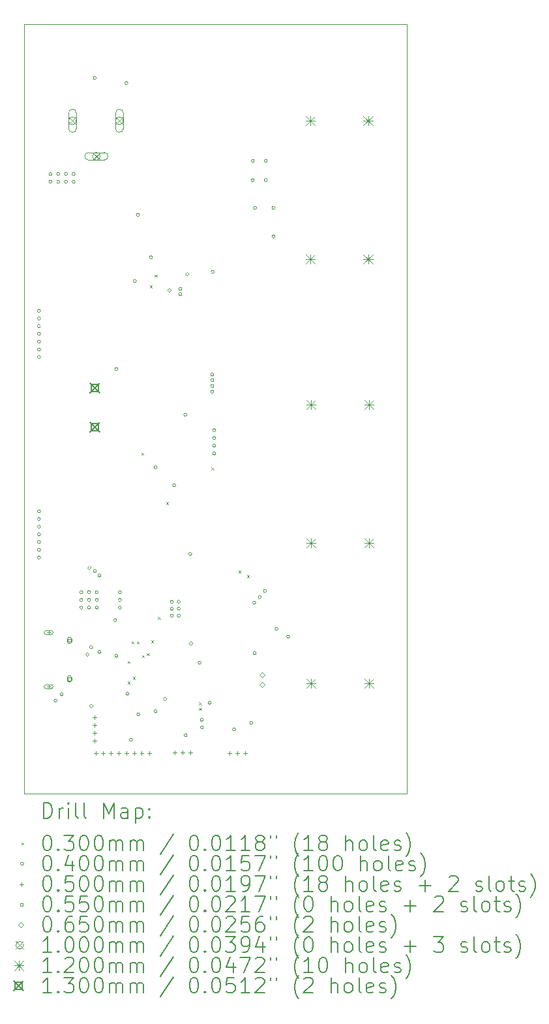
<source format=gbr>
%TF.GenerationSoftware,KiCad,Pcbnew,8.0.5*%
%TF.CreationDate,2024-12-11T09:52:40-08:00*%
%TF.ProjectId,OpenPEMF_Final,4f70656e-5045-44d4-965f-46696e616c2e,rev?*%
%TF.SameCoordinates,Original*%
%TF.FileFunction,Drillmap*%
%TF.FilePolarity,Positive*%
%FSLAX45Y45*%
G04 Gerber Fmt 4.5, Leading zero omitted, Abs format (unit mm)*
G04 Created by KiCad (PCBNEW 8.0.5) date 2024-12-11 09:52:40*
%MOMM*%
%LPD*%
G01*
G04 APERTURE LIST*
%ADD10C,0.100000*%
%ADD11C,0.200000*%
%ADD12C,0.120000*%
%ADD13C,0.130000*%
G04 APERTURE END LIST*
D10*
X10230000Y-4910000D02*
X10230000Y-14890000D01*
X15200000Y-4910000D02*
X15200000Y-14890000D01*
X10230000Y-14890000D02*
X15200000Y-14890000D01*
X15200000Y-4910000D02*
X10230000Y-4910000D01*
D11*
D10*
X11573965Y-13167550D02*
X11603965Y-13197550D01*
X11603965Y-13167550D02*
X11573965Y-13197550D01*
X11575000Y-13435000D02*
X11605000Y-13465000D01*
X11605000Y-13435000D02*
X11575000Y-13465000D01*
X11625000Y-12915000D02*
X11655000Y-12945000D01*
X11655000Y-12915000D02*
X11625000Y-12945000D01*
X11645000Y-13375000D02*
X11675000Y-13405000D01*
X11675000Y-13375000D02*
X11645000Y-13405000D01*
X11695000Y-12915000D02*
X11725000Y-12945000D01*
X11725000Y-12915000D02*
X11695000Y-12945000D01*
X11755000Y-10465000D02*
X11785000Y-10495000D01*
X11785000Y-10465000D02*
X11755000Y-10495000D01*
X11761889Y-13092500D02*
X11791889Y-13122500D01*
X11791889Y-13092500D02*
X11761889Y-13122500D01*
X11825709Y-13063859D02*
X11855709Y-13093859D01*
X11855709Y-13063859D02*
X11825709Y-13093859D01*
X11865000Y-8295000D02*
X11895000Y-8325000D01*
X11895000Y-8295000D02*
X11865000Y-8325000D01*
X11882218Y-12902218D02*
X11912218Y-12932218D01*
X11912218Y-12902218D02*
X11882218Y-12932218D01*
X11925000Y-8155000D02*
X11955000Y-8185000D01*
X11955000Y-8155000D02*
X11925000Y-8185000D01*
X11970000Y-12594871D02*
X12000000Y-12624871D01*
X12000000Y-12594871D02*
X11970000Y-12624871D01*
X12075000Y-11105000D02*
X12105000Y-11135000D01*
X12105000Y-11105000D02*
X12075000Y-11135000D01*
X12503257Y-13706340D02*
X12533257Y-13736340D01*
X12533257Y-13706340D02*
X12503257Y-13736340D01*
X12503257Y-13776660D02*
X12533257Y-13806660D01*
X12533257Y-13776660D02*
X12503257Y-13806660D01*
X12665000Y-10655000D02*
X12695000Y-10685000D01*
X12695000Y-10655000D02*
X12665000Y-10685000D01*
X13015000Y-11995000D02*
X13045000Y-12025000D01*
X13045000Y-11995000D02*
X13015000Y-12025000D01*
X13125000Y-12055000D02*
X13155000Y-12085000D01*
X13155000Y-12055000D02*
X13125000Y-12085000D01*
X10445000Y-8625000D02*
G75*
G02*
X10405000Y-8625000I-20000J0D01*
G01*
X10405000Y-8625000D02*
G75*
G02*
X10445000Y-8625000I20000J0D01*
G01*
X10445000Y-8725000D02*
G75*
G02*
X10405000Y-8725000I-20000J0D01*
G01*
X10405000Y-8725000D02*
G75*
G02*
X10445000Y-8725000I20000J0D01*
G01*
X10445000Y-8825000D02*
G75*
G02*
X10405000Y-8825000I-20000J0D01*
G01*
X10405000Y-8825000D02*
G75*
G02*
X10445000Y-8825000I20000J0D01*
G01*
X10445000Y-8925000D02*
G75*
G02*
X10405000Y-8925000I-20000J0D01*
G01*
X10405000Y-8925000D02*
G75*
G02*
X10445000Y-8925000I20000J0D01*
G01*
X10445000Y-9025000D02*
G75*
G02*
X10405000Y-9025000I-20000J0D01*
G01*
X10405000Y-9025000D02*
G75*
G02*
X10445000Y-9025000I20000J0D01*
G01*
X10445000Y-9125000D02*
G75*
G02*
X10405000Y-9125000I-20000J0D01*
G01*
X10405000Y-9125000D02*
G75*
G02*
X10445000Y-9125000I20000J0D01*
G01*
X10445000Y-9225000D02*
G75*
G02*
X10405000Y-9225000I-20000J0D01*
G01*
X10405000Y-9225000D02*
G75*
G02*
X10445000Y-9225000I20000J0D01*
G01*
X10445000Y-11225000D02*
G75*
G02*
X10405000Y-11225000I-20000J0D01*
G01*
X10405000Y-11225000D02*
G75*
G02*
X10445000Y-11225000I20000J0D01*
G01*
X10445000Y-11325000D02*
G75*
G02*
X10405000Y-11325000I-20000J0D01*
G01*
X10405000Y-11325000D02*
G75*
G02*
X10445000Y-11325000I20000J0D01*
G01*
X10445000Y-11425000D02*
G75*
G02*
X10405000Y-11425000I-20000J0D01*
G01*
X10405000Y-11425000D02*
G75*
G02*
X10445000Y-11425000I20000J0D01*
G01*
X10445000Y-11525000D02*
G75*
G02*
X10405000Y-11525000I-20000J0D01*
G01*
X10405000Y-11525000D02*
G75*
G02*
X10445000Y-11525000I20000J0D01*
G01*
X10445000Y-11625000D02*
G75*
G02*
X10405000Y-11625000I-20000J0D01*
G01*
X10405000Y-11625000D02*
G75*
G02*
X10445000Y-11625000I20000J0D01*
G01*
X10445000Y-11725000D02*
G75*
G02*
X10405000Y-11725000I-20000J0D01*
G01*
X10405000Y-11725000D02*
G75*
G02*
X10445000Y-11725000I20000J0D01*
G01*
X10445000Y-11825000D02*
G75*
G02*
X10405000Y-11825000I-20000J0D01*
G01*
X10405000Y-11825000D02*
G75*
G02*
X10445000Y-11825000I20000J0D01*
G01*
X10595000Y-6850000D02*
G75*
G02*
X10555000Y-6850000I-20000J0D01*
G01*
X10555000Y-6850000D02*
G75*
G02*
X10595000Y-6850000I20000J0D01*
G01*
X10595000Y-6950000D02*
G75*
G02*
X10555000Y-6950000I-20000J0D01*
G01*
X10555000Y-6950000D02*
G75*
G02*
X10595000Y-6950000I20000J0D01*
G01*
X10660000Y-13680000D02*
G75*
G02*
X10620000Y-13680000I-20000J0D01*
G01*
X10620000Y-13680000D02*
G75*
G02*
X10660000Y-13680000I20000J0D01*
G01*
X10695000Y-6850000D02*
G75*
G02*
X10655000Y-6850000I-20000J0D01*
G01*
X10655000Y-6850000D02*
G75*
G02*
X10695000Y-6850000I20000J0D01*
G01*
X10695000Y-6950000D02*
G75*
G02*
X10655000Y-6950000I-20000J0D01*
G01*
X10655000Y-6950000D02*
G75*
G02*
X10695000Y-6950000I20000J0D01*
G01*
X10740000Y-13600000D02*
G75*
G02*
X10700000Y-13600000I-20000J0D01*
G01*
X10700000Y-13600000D02*
G75*
G02*
X10740000Y-13600000I20000J0D01*
G01*
X10795000Y-6850000D02*
G75*
G02*
X10755000Y-6850000I-20000J0D01*
G01*
X10755000Y-6850000D02*
G75*
G02*
X10795000Y-6850000I20000J0D01*
G01*
X10795000Y-6950000D02*
G75*
G02*
X10755000Y-6950000I-20000J0D01*
G01*
X10755000Y-6950000D02*
G75*
G02*
X10795000Y-6950000I20000J0D01*
G01*
X10895000Y-6850000D02*
G75*
G02*
X10855000Y-6850000I-20000J0D01*
G01*
X10855000Y-6850000D02*
G75*
G02*
X10895000Y-6850000I20000J0D01*
G01*
X10895000Y-6950000D02*
G75*
G02*
X10855000Y-6950000I-20000J0D01*
G01*
X10855000Y-6950000D02*
G75*
G02*
X10895000Y-6950000I20000J0D01*
G01*
X10995000Y-12275000D02*
G75*
G02*
X10955000Y-12275000I-20000J0D01*
G01*
X10955000Y-12275000D02*
G75*
G02*
X10995000Y-12275000I20000J0D01*
G01*
X10995000Y-12375000D02*
G75*
G02*
X10955000Y-12375000I-20000J0D01*
G01*
X10955000Y-12375000D02*
G75*
G02*
X10995000Y-12375000I20000J0D01*
G01*
X10995000Y-12475000D02*
G75*
G02*
X10955000Y-12475000I-20000J0D01*
G01*
X10955000Y-12475000D02*
G75*
G02*
X10995000Y-12475000I20000J0D01*
G01*
X11074342Y-13084073D02*
G75*
G02*
X11034342Y-13084073I-20000J0D01*
G01*
X11034342Y-13084073D02*
G75*
G02*
X11074342Y-13084073I20000J0D01*
G01*
X11095000Y-12275000D02*
G75*
G02*
X11055000Y-12275000I-20000J0D01*
G01*
X11055000Y-12275000D02*
G75*
G02*
X11095000Y-12275000I20000J0D01*
G01*
X11095000Y-12375000D02*
G75*
G02*
X11055000Y-12375000I-20000J0D01*
G01*
X11055000Y-12375000D02*
G75*
G02*
X11095000Y-12375000I20000J0D01*
G01*
X11095000Y-12475000D02*
G75*
G02*
X11055000Y-12475000I-20000J0D01*
G01*
X11055000Y-12475000D02*
G75*
G02*
X11095000Y-12475000I20000J0D01*
G01*
X11100000Y-11960000D02*
G75*
G02*
X11060000Y-11960000I-20000J0D01*
G01*
X11060000Y-11960000D02*
G75*
G02*
X11100000Y-11960000I20000J0D01*
G01*
X11122443Y-12989710D02*
G75*
G02*
X11082443Y-12989710I-20000J0D01*
G01*
X11082443Y-12989710D02*
G75*
G02*
X11122443Y-12989710I20000J0D01*
G01*
X11123175Y-13753175D02*
G75*
G02*
X11083175Y-13753175I-20000J0D01*
G01*
X11083175Y-13753175D02*
G75*
G02*
X11123175Y-13753175I20000J0D01*
G01*
X11170000Y-5605000D02*
G75*
G02*
X11130000Y-5605000I-20000J0D01*
G01*
X11130000Y-5605000D02*
G75*
G02*
X11170000Y-5605000I20000J0D01*
G01*
X11170000Y-12000000D02*
G75*
G02*
X11130000Y-12000000I-20000J0D01*
G01*
X11130000Y-12000000D02*
G75*
G02*
X11170000Y-12000000I20000J0D01*
G01*
X11195000Y-12275000D02*
G75*
G02*
X11155000Y-12275000I-20000J0D01*
G01*
X11155000Y-12275000D02*
G75*
G02*
X11195000Y-12275000I20000J0D01*
G01*
X11195000Y-12375000D02*
G75*
G02*
X11155000Y-12375000I-20000J0D01*
G01*
X11155000Y-12375000D02*
G75*
G02*
X11195000Y-12375000I20000J0D01*
G01*
X11195000Y-12475000D02*
G75*
G02*
X11155000Y-12475000I-20000J0D01*
G01*
X11155000Y-12475000D02*
G75*
G02*
X11195000Y-12475000I20000J0D01*
G01*
X11230000Y-12060000D02*
G75*
G02*
X11190000Y-12060000I-20000J0D01*
G01*
X11190000Y-12060000D02*
G75*
G02*
X11230000Y-12060000I20000J0D01*
G01*
X11230000Y-13050000D02*
G75*
G02*
X11190000Y-13050000I-20000J0D01*
G01*
X11190000Y-13050000D02*
G75*
G02*
X11230000Y-13050000I20000J0D01*
G01*
X11435000Y-12637470D02*
G75*
G02*
X11395000Y-12637470I-20000J0D01*
G01*
X11395000Y-12637470D02*
G75*
G02*
X11435000Y-12637470I20000J0D01*
G01*
X11450000Y-9380000D02*
G75*
G02*
X11410000Y-9380000I-20000J0D01*
G01*
X11410000Y-9380000D02*
G75*
G02*
X11450000Y-9380000I20000J0D01*
G01*
X11450000Y-13100000D02*
G75*
G02*
X11410000Y-13100000I-20000J0D01*
G01*
X11410000Y-13100000D02*
G75*
G02*
X11450000Y-13100000I20000J0D01*
G01*
X11495000Y-12275000D02*
G75*
G02*
X11455000Y-12275000I-20000J0D01*
G01*
X11455000Y-12275000D02*
G75*
G02*
X11495000Y-12275000I20000J0D01*
G01*
X11495000Y-12375000D02*
G75*
G02*
X11455000Y-12375000I-20000J0D01*
G01*
X11455000Y-12375000D02*
G75*
G02*
X11495000Y-12375000I20000J0D01*
G01*
X11495000Y-12475000D02*
G75*
G02*
X11455000Y-12475000I-20000J0D01*
G01*
X11455000Y-12475000D02*
G75*
G02*
X11495000Y-12475000I20000J0D01*
G01*
X11580000Y-5670000D02*
G75*
G02*
X11540000Y-5670000I-20000J0D01*
G01*
X11540000Y-5670000D02*
G75*
G02*
X11580000Y-5670000I20000J0D01*
G01*
X11593002Y-13591997D02*
G75*
G02*
X11553002Y-13591997I-20000J0D01*
G01*
X11553002Y-13591997D02*
G75*
G02*
X11593002Y-13591997I20000J0D01*
G01*
X11640000Y-14190000D02*
G75*
G02*
X11600000Y-14190000I-20000J0D01*
G01*
X11600000Y-14190000D02*
G75*
G02*
X11640000Y-14190000I20000J0D01*
G01*
X11690000Y-8240000D02*
G75*
G02*
X11650000Y-8240000I-20000J0D01*
G01*
X11650000Y-8240000D02*
G75*
G02*
X11690000Y-8240000I20000J0D01*
G01*
X11730000Y-7380000D02*
G75*
G02*
X11690000Y-7380000I-20000J0D01*
G01*
X11690000Y-7380000D02*
G75*
G02*
X11730000Y-7380000I20000J0D01*
G01*
X11734500Y-13861000D02*
G75*
G02*
X11694500Y-13861000I-20000J0D01*
G01*
X11694500Y-13861000D02*
G75*
G02*
X11734500Y-13861000I20000J0D01*
G01*
X11900000Y-7930000D02*
G75*
G02*
X11860000Y-7930000I-20000J0D01*
G01*
X11860000Y-7930000D02*
G75*
G02*
X11900000Y-7930000I20000J0D01*
G01*
X11958910Y-10654915D02*
G75*
G02*
X11918910Y-10654915I-20000J0D01*
G01*
X11918910Y-10654915D02*
G75*
G02*
X11958910Y-10654915I20000J0D01*
G01*
X11960000Y-13820000D02*
G75*
G02*
X11920000Y-13820000I-20000J0D01*
G01*
X11920000Y-13820000D02*
G75*
G02*
X11960000Y-13820000I20000J0D01*
G01*
X12082501Y-13661500D02*
G75*
G02*
X12042501Y-13661500I-20000J0D01*
G01*
X12042501Y-13661500D02*
G75*
G02*
X12082501Y-13661500I20000J0D01*
G01*
X12140000Y-8360000D02*
G75*
G02*
X12100000Y-8360000I-20000J0D01*
G01*
X12100000Y-8360000D02*
G75*
G02*
X12140000Y-8360000I20000J0D01*
G01*
X12170000Y-12400000D02*
G75*
G02*
X12130000Y-12400000I-20000J0D01*
G01*
X12130000Y-12400000D02*
G75*
G02*
X12170000Y-12400000I20000J0D01*
G01*
X12170000Y-12490000D02*
G75*
G02*
X12130000Y-12490000I-20000J0D01*
G01*
X12130000Y-12490000D02*
G75*
G02*
X12170000Y-12490000I20000J0D01*
G01*
X12170000Y-12580000D02*
G75*
G02*
X12130000Y-12580000I-20000J0D01*
G01*
X12130000Y-12580000D02*
G75*
G02*
X12170000Y-12580000I20000J0D01*
G01*
X12200000Y-10890000D02*
G75*
G02*
X12160000Y-10890000I-20000J0D01*
G01*
X12160000Y-10890000D02*
G75*
G02*
X12200000Y-10890000I20000J0D01*
G01*
X12260000Y-12400000D02*
G75*
G02*
X12220000Y-12400000I-20000J0D01*
G01*
X12220000Y-12400000D02*
G75*
G02*
X12260000Y-12400000I20000J0D01*
G01*
X12260000Y-12490000D02*
G75*
G02*
X12220000Y-12490000I-20000J0D01*
G01*
X12220000Y-12490000D02*
G75*
G02*
X12260000Y-12490000I20000J0D01*
G01*
X12260000Y-12580000D02*
G75*
G02*
X12220000Y-12580000I-20000J0D01*
G01*
X12220000Y-12580000D02*
G75*
G02*
X12260000Y-12580000I20000J0D01*
G01*
X12280000Y-8340000D02*
G75*
G02*
X12240000Y-8340000I-20000J0D01*
G01*
X12240000Y-8340000D02*
G75*
G02*
X12280000Y-8340000I20000J0D01*
G01*
X12280000Y-8410000D02*
G75*
G02*
X12240000Y-8410000I-20000J0D01*
G01*
X12240000Y-8410000D02*
G75*
G02*
X12280000Y-8410000I20000J0D01*
G01*
X12345000Y-9975000D02*
G75*
G02*
X12305000Y-9975000I-20000J0D01*
G01*
X12305000Y-9975000D02*
G75*
G02*
X12345000Y-9975000I20000J0D01*
G01*
X12348500Y-14131500D02*
G75*
G02*
X12308500Y-14131500I-20000J0D01*
G01*
X12308500Y-14131500D02*
G75*
G02*
X12348500Y-14131500I20000J0D01*
G01*
X12370000Y-8150000D02*
G75*
G02*
X12330000Y-8150000I-20000J0D01*
G01*
X12330000Y-8150000D02*
G75*
G02*
X12370000Y-8150000I20000J0D01*
G01*
X12409497Y-11779497D02*
G75*
G02*
X12369497Y-11779497I-20000J0D01*
G01*
X12369497Y-11779497D02*
G75*
G02*
X12409497Y-11779497I20000J0D01*
G01*
X12420000Y-12940000D02*
G75*
G02*
X12380000Y-12940000I-20000J0D01*
G01*
X12380000Y-12940000D02*
G75*
G02*
X12420000Y-12940000I20000J0D01*
G01*
X12530000Y-13190000D02*
G75*
G02*
X12490000Y-13190000I-20000J0D01*
G01*
X12490000Y-13190000D02*
G75*
G02*
X12530000Y-13190000I20000J0D01*
G01*
X12560000Y-13930000D02*
G75*
G02*
X12520000Y-13930000I-20000J0D01*
G01*
X12520000Y-13930000D02*
G75*
G02*
X12560000Y-13930000I20000J0D01*
G01*
X12560000Y-14030000D02*
G75*
G02*
X12520000Y-14030000I-20000J0D01*
G01*
X12520000Y-14030000D02*
G75*
G02*
X12560000Y-14030000I20000J0D01*
G01*
X12660000Y-13710000D02*
G75*
G02*
X12620000Y-13710000I-20000J0D01*
G01*
X12620000Y-13710000D02*
G75*
G02*
X12660000Y-13710000I20000J0D01*
G01*
X12695000Y-9450000D02*
G75*
G02*
X12655000Y-9450000I-20000J0D01*
G01*
X12655000Y-9450000D02*
G75*
G02*
X12695000Y-9450000I20000J0D01*
G01*
X12695000Y-9525000D02*
G75*
G02*
X12655000Y-9525000I-20000J0D01*
G01*
X12655000Y-9525000D02*
G75*
G02*
X12695000Y-9525000I20000J0D01*
G01*
X12695000Y-9600000D02*
G75*
G02*
X12655000Y-9600000I-20000J0D01*
G01*
X12655000Y-9600000D02*
G75*
G02*
X12695000Y-9600000I20000J0D01*
G01*
X12695000Y-9675000D02*
G75*
G02*
X12655000Y-9675000I-20000J0D01*
G01*
X12655000Y-9675000D02*
G75*
G02*
X12695000Y-9675000I20000J0D01*
G01*
X12699199Y-8120801D02*
G75*
G02*
X12659199Y-8120801I-20000J0D01*
G01*
X12659199Y-8120801D02*
G75*
G02*
X12699199Y-8120801I20000J0D01*
G01*
X12720000Y-10175000D02*
G75*
G02*
X12680000Y-10175000I-20000J0D01*
G01*
X12680000Y-10175000D02*
G75*
G02*
X12720000Y-10175000I20000J0D01*
G01*
X12720000Y-10275000D02*
G75*
G02*
X12680000Y-10275000I-20000J0D01*
G01*
X12680000Y-10275000D02*
G75*
G02*
X12720000Y-10275000I20000J0D01*
G01*
X12720000Y-10375000D02*
G75*
G02*
X12680000Y-10375000I-20000J0D01*
G01*
X12680000Y-10375000D02*
G75*
G02*
X12720000Y-10375000I20000J0D01*
G01*
X12720000Y-10475000D02*
G75*
G02*
X12680000Y-10475000I-20000J0D01*
G01*
X12680000Y-10475000D02*
G75*
G02*
X12720000Y-10475000I20000J0D01*
G01*
X12978500Y-14056500D02*
G75*
G02*
X12938500Y-14056500I-20000J0D01*
G01*
X12938500Y-14056500D02*
G75*
G02*
X12978500Y-14056500I20000J0D01*
G01*
X13200000Y-13970000D02*
G75*
G02*
X13160000Y-13970000I-20000J0D01*
G01*
X13160000Y-13970000D02*
G75*
G02*
X13200000Y-13970000I20000J0D01*
G01*
X13220000Y-6680000D02*
G75*
G02*
X13180000Y-6680000I-20000J0D01*
G01*
X13180000Y-6680000D02*
G75*
G02*
X13220000Y-6680000I20000J0D01*
G01*
X13220000Y-6930000D02*
G75*
G02*
X13180000Y-6930000I-20000J0D01*
G01*
X13180000Y-6930000D02*
G75*
G02*
X13220000Y-6930000I20000J0D01*
G01*
X13240000Y-12410000D02*
G75*
G02*
X13200000Y-12410000I-20000J0D01*
G01*
X13200000Y-12410000D02*
G75*
G02*
X13240000Y-12410000I20000J0D01*
G01*
X13246000Y-13066500D02*
G75*
G02*
X13206000Y-13066500I-20000J0D01*
G01*
X13206000Y-13066500D02*
G75*
G02*
X13246000Y-13066500I20000J0D01*
G01*
X13250000Y-7290000D02*
G75*
G02*
X13210000Y-7290000I-20000J0D01*
G01*
X13210000Y-7290000D02*
G75*
G02*
X13250000Y-7290000I20000J0D01*
G01*
X13310711Y-12339289D02*
G75*
G02*
X13270711Y-12339289I-20000J0D01*
G01*
X13270711Y-12339289D02*
G75*
G02*
X13310711Y-12339289I20000J0D01*
G01*
X13380000Y-12260000D02*
G75*
G02*
X13340000Y-12260000I-20000J0D01*
G01*
X13340000Y-12260000D02*
G75*
G02*
X13380000Y-12260000I20000J0D01*
G01*
X13390000Y-6680000D02*
G75*
G02*
X13350000Y-6680000I-20000J0D01*
G01*
X13350000Y-6680000D02*
G75*
G02*
X13390000Y-6680000I20000J0D01*
G01*
X13390000Y-6930000D02*
G75*
G02*
X13350000Y-6930000I-20000J0D01*
G01*
X13350000Y-6930000D02*
G75*
G02*
X13390000Y-6930000I20000J0D01*
G01*
X13490000Y-7290000D02*
G75*
G02*
X13450000Y-7290000I-20000J0D01*
G01*
X13450000Y-7290000D02*
G75*
G02*
X13490000Y-7290000I20000J0D01*
G01*
X13490000Y-7660000D02*
G75*
G02*
X13450000Y-7660000I-20000J0D01*
G01*
X13450000Y-7660000D02*
G75*
G02*
X13490000Y-7660000I20000J0D01*
G01*
X13530000Y-12750000D02*
G75*
G02*
X13490000Y-12750000I-20000J0D01*
G01*
X13490000Y-12750000D02*
G75*
G02*
X13530000Y-12750000I20000J0D01*
G01*
X13680000Y-12850000D02*
G75*
G02*
X13640000Y-12850000I-20000J0D01*
G01*
X13640000Y-12850000D02*
G75*
G02*
X13680000Y-12850000I20000J0D01*
G01*
X10550370Y-12775040D02*
X10550370Y-12825040D01*
X10525370Y-12800040D02*
X10575370Y-12800040D01*
X10582870Y-12775040D02*
X10517870Y-12775040D01*
X10517870Y-12825040D02*
G75*
G02*
X10517870Y-12775040I0J25000D01*
G01*
X10517870Y-12825040D02*
X10582870Y-12825040D01*
X10582870Y-12825040D02*
G75*
G03*
X10582870Y-12775040I0J25000D01*
G01*
X10550370Y-13475040D02*
X10550370Y-13525040D01*
X10525370Y-13500040D02*
X10575370Y-13500040D01*
X10582870Y-13475040D02*
X10517870Y-13475040D01*
X10517870Y-13525040D02*
G75*
G02*
X10517870Y-13475040I0J25000D01*
G01*
X10517870Y-13525040D02*
X10582870Y-13525040D01*
X10582870Y-13525040D02*
G75*
G03*
X10582870Y-13475040I0J25000D01*
G01*
X11150000Y-13875000D02*
X11150000Y-13925000D01*
X11125000Y-13900000D02*
X11175000Y-13900000D01*
X11150000Y-13975000D02*
X11150000Y-14025000D01*
X11125000Y-14000000D02*
X11175000Y-14000000D01*
X11150000Y-14075000D02*
X11150000Y-14125000D01*
X11125000Y-14100000D02*
X11175000Y-14100000D01*
X11150000Y-14175000D02*
X11150000Y-14225000D01*
X11125000Y-14200000D02*
X11175000Y-14200000D01*
X11160000Y-14335000D02*
X11160000Y-14385000D01*
X11135000Y-14360000D02*
X11185000Y-14360000D01*
X11260000Y-14335000D02*
X11260000Y-14385000D01*
X11235000Y-14360000D02*
X11285000Y-14360000D01*
X11360000Y-14335000D02*
X11360000Y-14385000D01*
X11335000Y-14360000D02*
X11385000Y-14360000D01*
X11460000Y-14335000D02*
X11460000Y-14385000D01*
X11435000Y-14360000D02*
X11485000Y-14360000D01*
X11560000Y-14335000D02*
X11560000Y-14385000D01*
X11535000Y-14360000D02*
X11585000Y-14360000D01*
X11660000Y-14335000D02*
X11660000Y-14385000D01*
X11635000Y-14360000D02*
X11685000Y-14360000D01*
X11760000Y-14335000D02*
X11760000Y-14385000D01*
X11735000Y-14360000D02*
X11785000Y-14360000D01*
X11860000Y-14335000D02*
X11860000Y-14385000D01*
X11835000Y-14360000D02*
X11885000Y-14360000D01*
X12188500Y-14331500D02*
X12188500Y-14381500D01*
X12163500Y-14356500D02*
X12213500Y-14356500D01*
X12288500Y-14331500D02*
X12288500Y-14381500D01*
X12263500Y-14356500D02*
X12313500Y-14356500D01*
X12388500Y-14331500D02*
X12388500Y-14381500D01*
X12363500Y-14356500D02*
X12413500Y-14356500D01*
X12900000Y-14335000D02*
X12900000Y-14385000D01*
X12875000Y-14360000D02*
X12925000Y-14360000D01*
X13000000Y-14335000D02*
X13000000Y-14385000D01*
X12975000Y-14360000D02*
X13025000Y-14360000D01*
X13100000Y-14335000D02*
X13100000Y-14385000D01*
X13075000Y-14360000D02*
X13125000Y-14360000D01*
X10839816Y-12919486D02*
X10839816Y-12880594D01*
X10800924Y-12880594D01*
X10800924Y-12919486D01*
X10839816Y-12919486D01*
X10792870Y-12885040D02*
X10792870Y-12915040D01*
X10847870Y-12915040D02*
G75*
G02*
X10792870Y-12915040I-27500J0D01*
G01*
X10847870Y-12915040D02*
X10847870Y-12885040D01*
X10847870Y-12885040D02*
G75*
G03*
X10792870Y-12885040I-27500J0D01*
G01*
X10839816Y-13419486D02*
X10839816Y-13380594D01*
X10800924Y-13380594D01*
X10800924Y-13419486D01*
X10839816Y-13419486D01*
X10792870Y-13385040D02*
X10792870Y-13415040D01*
X10847870Y-13415040D02*
G75*
G02*
X10792870Y-13415040I-27500J0D01*
G01*
X10847870Y-13415040D02*
X10847870Y-13385040D01*
X10847870Y-13385040D02*
G75*
G03*
X10792870Y-13385040I-27500J0D01*
G01*
X13320000Y-13380500D02*
X13352500Y-13348000D01*
X13320000Y-13315500D01*
X13287500Y-13348000D01*
X13320000Y-13380500D01*
X13320000Y-13507500D02*
X13352500Y-13475000D01*
X13320000Y-13442500D01*
X13287500Y-13475000D01*
X13320000Y-13507500D01*
X10810000Y-6110000D02*
X10910000Y-6210000D01*
X10910000Y-6110000D02*
X10810000Y-6210000D01*
X10910000Y-6160000D02*
G75*
G02*
X10810000Y-6160000I-50000J0D01*
G01*
X10810000Y-6160000D02*
G75*
G02*
X10910000Y-6160000I50000J0D01*
G01*
X10810000Y-6060000D02*
X10810000Y-6260000D01*
X10910000Y-6260000D02*
G75*
G02*
X10810000Y-6260000I-50000J0D01*
G01*
X10910000Y-6260000D02*
X10910000Y-6060000D01*
X10910000Y-6060000D02*
G75*
G03*
X10810000Y-6060000I-50000J0D01*
G01*
X11120000Y-6570000D02*
X11220000Y-6670000D01*
X11220000Y-6570000D02*
X11120000Y-6670000D01*
X11220000Y-6620000D02*
G75*
G02*
X11120000Y-6620000I-50000J0D01*
G01*
X11120000Y-6620000D02*
G75*
G02*
X11220000Y-6620000I50000J0D01*
G01*
X11070000Y-6670000D02*
X11270000Y-6670000D01*
X11270000Y-6570000D02*
G75*
G02*
X11270000Y-6670000I0J-50000D01*
G01*
X11270000Y-6570000D02*
X11070000Y-6570000D01*
X11070000Y-6570000D02*
G75*
G03*
X11070000Y-6670000I0J-50000D01*
G01*
X11420000Y-6110000D02*
X11520000Y-6210000D01*
X11520000Y-6110000D02*
X11420000Y-6210000D01*
X11520000Y-6160000D02*
G75*
G02*
X11420000Y-6160000I-50000J0D01*
G01*
X11420000Y-6160000D02*
G75*
G02*
X11520000Y-6160000I50000J0D01*
G01*
X11420000Y-6060000D02*
X11420000Y-6260000D01*
X11520000Y-6260000D02*
G75*
G02*
X11420000Y-6260000I-50000J0D01*
G01*
X11520000Y-6260000D02*
X11520000Y-6060000D01*
X11520000Y-6060000D02*
G75*
G03*
X11420000Y-6060000I-50000J0D01*
G01*
D12*
X13888725Y-6100000D02*
X14008725Y-6220000D01*
X14008725Y-6100000D02*
X13888725Y-6220000D01*
X13948725Y-6100000D02*
X13948725Y-6220000D01*
X13888725Y-6160000D02*
X14008725Y-6160000D01*
X13888725Y-7895000D02*
X14008725Y-8015000D01*
X14008725Y-7895000D02*
X13888725Y-8015000D01*
X13948725Y-7895000D02*
X13948725Y-8015000D01*
X13888725Y-7955000D02*
X14008725Y-7955000D01*
X13898725Y-9780000D02*
X14018725Y-9900000D01*
X14018725Y-9780000D02*
X13898725Y-9900000D01*
X13958725Y-9780000D02*
X13958725Y-9900000D01*
X13898725Y-9840000D02*
X14018725Y-9840000D01*
X13898725Y-11580000D02*
X14018725Y-11700000D01*
X14018725Y-11580000D02*
X13898725Y-11700000D01*
X13958725Y-11580000D02*
X13958725Y-11700000D01*
X13898725Y-11640000D02*
X14018725Y-11640000D01*
X13898725Y-13400000D02*
X14018725Y-13520000D01*
X14018725Y-13400000D02*
X13898725Y-13520000D01*
X13958725Y-13400000D02*
X13958725Y-13520000D01*
X13898725Y-13460000D02*
X14018725Y-13460000D01*
X14638725Y-6100000D02*
X14758725Y-6220000D01*
X14758725Y-6100000D02*
X14638725Y-6220000D01*
X14698725Y-6100000D02*
X14698725Y-6220000D01*
X14638725Y-6160000D02*
X14758725Y-6160000D01*
X14638725Y-7895000D02*
X14758725Y-8015000D01*
X14758725Y-7895000D02*
X14638725Y-8015000D01*
X14698725Y-7895000D02*
X14698725Y-8015000D01*
X14638725Y-7955000D02*
X14758725Y-7955000D01*
X14648725Y-9780000D02*
X14768725Y-9900000D01*
X14768725Y-9780000D02*
X14648725Y-9900000D01*
X14708725Y-9780000D02*
X14708725Y-9900000D01*
X14648725Y-9840000D02*
X14768725Y-9840000D01*
X14648725Y-11580000D02*
X14768725Y-11700000D01*
X14768725Y-11580000D02*
X14648725Y-11700000D01*
X14708725Y-11580000D02*
X14708725Y-11700000D01*
X14648725Y-11640000D02*
X14768725Y-11640000D01*
X14648725Y-13400000D02*
X14768725Y-13520000D01*
X14768725Y-13400000D02*
X14648725Y-13520000D01*
X14708725Y-13400000D02*
X14708725Y-13520000D01*
X14648725Y-13460000D02*
X14768725Y-13460000D01*
D13*
X11084500Y-9560500D02*
X11214500Y-9690500D01*
X11214500Y-9560500D02*
X11084500Y-9690500D01*
X11195462Y-9671462D02*
X11195462Y-9579538D01*
X11103538Y-9579538D01*
X11103538Y-9671462D01*
X11195462Y-9671462D01*
X11084500Y-10068500D02*
X11214500Y-10198500D01*
X11214500Y-10068500D02*
X11084500Y-10198500D01*
X11195462Y-10179462D02*
X11195462Y-10087538D01*
X11103538Y-10087538D01*
X11103538Y-10179462D01*
X11195462Y-10179462D01*
D11*
X10485777Y-15206484D02*
X10485777Y-15006484D01*
X10485777Y-15006484D02*
X10533396Y-15006484D01*
X10533396Y-15006484D02*
X10561967Y-15016008D01*
X10561967Y-15016008D02*
X10581015Y-15035055D01*
X10581015Y-15035055D02*
X10590539Y-15054103D01*
X10590539Y-15054103D02*
X10600063Y-15092198D01*
X10600063Y-15092198D02*
X10600063Y-15120769D01*
X10600063Y-15120769D02*
X10590539Y-15158865D01*
X10590539Y-15158865D02*
X10581015Y-15177912D01*
X10581015Y-15177912D02*
X10561967Y-15196960D01*
X10561967Y-15196960D02*
X10533396Y-15206484D01*
X10533396Y-15206484D02*
X10485777Y-15206484D01*
X10685777Y-15206484D02*
X10685777Y-15073150D01*
X10685777Y-15111246D02*
X10695301Y-15092198D01*
X10695301Y-15092198D02*
X10704824Y-15082674D01*
X10704824Y-15082674D02*
X10723872Y-15073150D01*
X10723872Y-15073150D02*
X10742920Y-15073150D01*
X10809586Y-15206484D02*
X10809586Y-15073150D01*
X10809586Y-15006484D02*
X10800063Y-15016008D01*
X10800063Y-15016008D02*
X10809586Y-15025531D01*
X10809586Y-15025531D02*
X10819110Y-15016008D01*
X10819110Y-15016008D02*
X10809586Y-15006484D01*
X10809586Y-15006484D02*
X10809586Y-15025531D01*
X10933396Y-15206484D02*
X10914348Y-15196960D01*
X10914348Y-15196960D02*
X10904824Y-15177912D01*
X10904824Y-15177912D02*
X10904824Y-15006484D01*
X11038158Y-15206484D02*
X11019110Y-15196960D01*
X11019110Y-15196960D02*
X11009586Y-15177912D01*
X11009586Y-15177912D02*
X11009586Y-15006484D01*
X11266729Y-15206484D02*
X11266729Y-15006484D01*
X11266729Y-15006484D02*
X11333396Y-15149341D01*
X11333396Y-15149341D02*
X11400062Y-15006484D01*
X11400062Y-15006484D02*
X11400062Y-15206484D01*
X11581015Y-15206484D02*
X11581015Y-15101722D01*
X11581015Y-15101722D02*
X11571491Y-15082674D01*
X11571491Y-15082674D02*
X11552443Y-15073150D01*
X11552443Y-15073150D02*
X11514348Y-15073150D01*
X11514348Y-15073150D02*
X11495301Y-15082674D01*
X11581015Y-15196960D02*
X11561967Y-15206484D01*
X11561967Y-15206484D02*
X11514348Y-15206484D01*
X11514348Y-15206484D02*
X11495301Y-15196960D01*
X11495301Y-15196960D02*
X11485777Y-15177912D01*
X11485777Y-15177912D02*
X11485777Y-15158865D01*
X11485777Y-15158865D02*
X11495301Y-15139817D01*
X11495301Y-15139817D02*
X11514348Y-15130293D01*
X11514348Y-15130293D02*
X11561967Y-15130293D01*
X11561967Y-15130293D02*
X11581015Y-15120769D01*
X11676253Y-15073150D02*
X11676253Y-15273150D01*
X11676253Y-15082674D02*
X11695301Y-15073150D01*
X11695301Y-15073150D02*
X11733396Y-15073150D01*
X11733396Y-15073150D02*
X11752443Y-15082674D01*
X11752443Y-15082674D02*
X11761967Y-15092198D01*
X11761967Y-15092198D02*
X11771491Y-15111246D01*
X11771491Y-15111246D02*
X11771491Y-15168388D01*
X11771491Y-15168388D02*
X11761967Y-15187436D01*
X11761967Y-15187436D02*
X11752443Y-15196960D01*
X11752443Y-15196960D02*
X11733396Y-15206484D01*
X11733396Y-15206484D02*
X11695301Y-15206484D01*
X11695301Y-15206484D02*
X11676253Y-15196960D01*
X11857205Y-15187436D02*
X11866729Y-15196960D01*
X11866729Y-15196960D02*
X11857205Y-15206484D01*
X11857205Y-15206484D02*
X11847682Y-15196960D01*
X11847682Y-15196960D02*
X11857205Y-15187436D01*
X11857205Y-15187436D02*
X11857205Y-15206484D01*
X11857205Y-15082674D02*
X11866729Y-15092198D01*
X11866729Y-15092198D02*
X11857205Y-15101722D01*
X11857205Y-15101722D02*
X11847682Y-15092198D01*
X11847682Y-15092198D02*
X11857205Y-15082674D01*
X11857205Y-15082674D02*
X11857205Y-15101722D01*
D10*
X10195000Y-15520000D02*
X10225000Y-15550000D01*
X10225000Y-15520000D02*
X10195000Y-15550000D01*
D11*
X10523872Y-15426484D02*
X10542920Y-15426484D01*
X10542920Y-15426484D02*
X10561967Y-15436008D01*
X10561967Y-15436008D02*
X10571491Y-15445531D01*
X10571491Y-15445531D02*
X10581015Y-15464579D01*
X10581015Y-15464579D02*
X10590539Y-15502674D01*
X10590539Y-15502674D02*
X10590539Y-15550293D01*
X10590539Y-15550293D02*
X10581015Y-15588388D01*
X10581015Y-15588388D02*
X10571491Y-15607436D01*
X10571491Y-15607436D02*
X10561967Y-15616960D01*
X10561967Y-15616960D02*
X10542920Y-15626484D01*
X10542920Y-15626484D02*
X10523872Y-15626484D01*
X10523872Y-15626484D02*
X10504824Y-15616960D01*
X10504824Y-15616960D02*
X10495301Y-15607436D01*
X10495301Y-15607436D02*
X10485777Y-15588388D01*
X10485777Y-15588388D02*
X10476253Y-15550293D01*
X10476253Y-15550293D02*
X10476253Y-15502674D01*
X10476253Y-15502674D02*
X10485777Y-15464579D01*
X10485777Y-15464579D02*
X10495301Y-15445531D01*
X10495301Y-15445531D02*
X10504824Y-15436008D01*
X10504824Y-15436008D02*
X10523872Y-15426484D01*
X10676253Y-15607436D02*
X10685777Y-15616960D01*
X10685777Y-15616960D02*
X10676253Y-15626484D01*
X10676253Y-15626484D02*
X10666729Y-15616960D01*
X10666729Y-15616960D02*
X10676253Y-15607436D01*
X10676253Y-15607436D02*
X10676253Y-15626484D01*
X10752444Y-15426484D02*
X10876253Y-15426484D01*
X10876253Y-15426484D02*
X10809586Y-15502674D01*
X10809586Y-15502674D02*
X10838158Y-15502674D01*
X10838158Y-15502674D02*
X10857205Y-15512198D01*
X10857205Y-15512198D02*
X10866729Y-15521722D01*
X10866729Y-15521722D02*
X10876253Y-15540769D01*
X10876253Y-15540769D02*
X10876253Y-15588388D01*
X10876253Y-15588388D02*
X10866729Y-15607436D01*
X10866729Y-15607436D02*
X10857205Y-15616960D01*
X10857205Y-15616960D02*
X10838158Y-15626484D01*
X10838158Y-15626484D02*
X10781015Y-15626484D01*
X10781015Y-15626484D02*
X10761967Y-15616960D01*
X10761967Y-15616960D02*
X10752444Y-15607436D01*
X11000063Y-15426484D02*
X11019110Y-15426484D01*
X11019110Y-15426484D02*
X11038158Y-15436008D01*
X11038158Y-15436008D02*
X11047682Y-15445531D01*
X11047682Y-15445531D02*
X11057205Y-15464579D01*
X11057205Y-15464579D02*
X11066729Y-15502674D01*
X11066729Y-15502674D02*
X11066729Y-15550293D01*
X11066729Y-15550293D02*
X11057205Y-15588388D01*
X11057205Y-15588388D02*
X11047682Y-15607436D01*
X11047682Y-15607436D02*
X11038158Y-15616960D01*
X11038158Y-15616960D02*
X11019110Y-15626484D01*
X11019110Y-15626484D02*
X11000063Y-15626484D01*
X11000063Y-15626484D02*
X10981015Y-15616960D01*
X10981015Y-15616960D02*
X10971491Y-15607436D01*
X10971491Y-15607436D02*
X10961967Y-15588388D01*
X10961967Y-15588388D02*
X10952444Y-15550293D01*
X10952444Y-15550293D02*
X10952444Y-15502674D01*
X10952444Y-15502674D02*
X10961967Y-15464579D01*
X10961967Y-15464579D02*
X10971491Y-15445531D01*
X10971491Y-15445531D02*
X10981015Y-15436008D01*
X10981015Y-15436008D02*
X11000063Y-15426484D01*
X11190539Y-15426484D02*
X11209586Y-15426484D01*
X11209586Y-15426484D02*
X11228634Y-15436008D01*
X11228634Y-15436008D02*
X11238158Y-15445531D01*
X11238158Y-15445531D02*
X11247682Y-15464579D01*
X11247682Y-15464579D02*
X11257205Y-15502674D01*
X11257205Y-15502674D02*
X11257205Y-15550293D01*
X11257205Y-15550293D02*
X11247682Y-15588388D01*
X11247682Y-15588388D02*
X11238158Y-15607436D01*
X11238158Y-15607436D02*
X11228634Y-15616960D01*
X11228634Y-15616960D02*
X11209586Y-15626484D01*
X11209586Y-15626484D02*
X11190539Y-15626484D01*
X11190539Y-15626484D02*
X11171491Y-15616960D01*
X11171491Y-15616960D02*
X11161967Y-15607436D01*
X11161967Y-15607436D02*
X11152444Y-15588388D01*
X11152444Y-15588388D02*
X11142920Y-15550293D01*
X11142920Y-15550293D02*
X11142920Y-15502674D01*
X11142920Y-15502674D02*
X11152444Y-15464579D01*
X11152444Y-15464579D02*
X11161967Y-15445531D01*
X11161967Y-15445531D02*
X11171491Y-15436008D01*
X11171491Y-15436008D02*
X11190539Y-15426484D01*
X11342920Y-15626484D02*
X11342920Y-15493150D01*
X11342920Y-15512198D02*
X11352443Y-15502674D01*
X11352443Y-15502674D02*
X11371491Y-15493150D01*
X11371491Y-15493150D02*
X11400063Y-15493150D01*
X11400063Y-15493150D02*
X11419110Y-15502674D01*
X11419110Y-15502674D02*
X11428634Y-15521722D01*
X11428634Y-15521722D02*
X11428634Y-15626484D01*
X11428634Y-15521722D02*
X11438158Y-15502674D01*
X11438158Y-15502674D02*
X11457205Y-15493150D01*
X11457205Y-15493150D02*
X11485777Y-15493150D01*
X11485777Y-15493150D02*
X11504824Y-15502674D01*
X11504824Y-15502674D02*
X11514348Y-15521722D01*
X11514348Y-15521722D02*
X11514348Y-15626484D01*
X11609586Y-15626484D02*
X11609586Y-15493150D01*
X11609586Y-15512198D02*
X11619110Y-15502674D01*
X11619110Y-15502674D02*
X11638158Y-15493150D01*
X11638158Y-15493150D02*
X11666729Y-15493150D01*
X11666729Y-15493150D02*
X11685777Y-15502674D01*
X11685777Y-15502674D02*
X11695301Y-15521722D01*
X11695301Y-15521722D02*
X11695301Y-15626484D01*
X11695301Y-15521722D02*
X11704824Y-15502674D01*
X11704824Y-15502674D02*
X11723872Y-15493150D01*
X11723872Y-15493150D02*
X11752443Y-15493150D01*
X11752443Y-15493150D02*
X11771491Y-15502674D01*
X11771491Y-15502674D02*
X11781015Y-15521722D01*
X11781015Y-15521722D02*
X11781015Y-15626484D01*
X12171491Y-15416960D02*
X12000063Y-15674103D01*
X12428634Y-15426484D02*
X12447682Y-15426484D01*
X12447682Y-15426484D02*
X12466729Y-15436008D01*
X12466729Y-15436008D02*
X12476253Y-15445531D01*
X12476253Y-15445531D02*
X12485777Y-15464579D01*
X12485777Y-15464579D02*
X12495301Y-15502674D01*
X12495301Y-15502674D02*
X12495301Y-15550293D01*
X12495301Y-15550293D02*
X12485777Y-15588388D01*
X12485777Y-15588388D02*
X12476253Y-15607436D01*
X12476253Y-15607436D02*
X12466729Y-15616960D01*
X12466729Y-15616960D02*
X12447682Y-15626484D01*
X12447682Y-15626484D02*
X12428634Y-15626484D01*
X12428634Y-15626484D02*
X12409586Y-15616960D01*
X12409586Y-15616960D02*
X12400063Y-15607436D01*
X12400063Y-15607436D02*
X12390539Y-15588388D01*
X12390539Y-15588388D02*
X12381015Y-15550293D01*
X12381015Y-15550293D02*
X12381015Y-15502674D01*
X12381015Y-15502674D02*
X12390539Y-15464579D01*
X12390539Y-15464579D02*
X12400063Y-15445531D01*
X12400063Y-15445531D02*
X12409586Y-15436008D01*
X12409586Y-15436008D02*
X12428634Y-15426484D01*
X12581015Y-15607436D02*
X12590539Y-15616960D01*
X12590539Y-15616960D02*
X12581015Y-15626484D01*
X12581015Y-15626484D02*
X12571491Y-15616960D01*
X12571491Y-15616960D02*
X12581015Y-15607436D01*
X12581015Y-15607436D02*
X12581015Y-15626484D01*
X12714348Y-15426484D02*
X12733396Y-15426484D01*
X12733396Y-15426484D02*
X12752444Y-15436008D01*
X12752444Y-15436008D02*
X12761967Y-15445531D01*
X12761967Y-15445531D02*
X12771491Y-15464579D01*
X12771491Y-15464579D02*
X12781015Y-15502674D01*
X12781015Y-15502674D02*
X12781015Y-15550293D01*
X12781015Y-15550293D02*
X12771491Y-15588388D01*
X12771491Y-15588388D02*
X12761967Y-15607436D01*
X12761967Y-15607436D02*
X12752444Y-15616960D01*
X12752444Y-15616960D02*
X12733396Y-15626484D01*
X12733396Y-15626484D02*
X12714348Y-15626484D01*
X12714348Y-15626484D02*
X12695301Y-15616960D01*
X12695301Y-15616960D02*
X12685777Y-15607436D01*
X12685777Y-15607436D02*
X12676253Y-15588388D01*
X12676253Y-15588388D02*
X12666729Y-15550293D01*
X12666729Y-15550293D02*
X12666729Y-15502674D01*
X12666729Y-15502674D02*
X12676253Y-15464579D01*
X12676253Y-15464579D02*
X12685777Y-15445531D01*
X12685777Y-15445531D02*
X12695301Y-15436008D01*
X12695301Y-15436008D02*
X12714348Y-15426484D01*
X12971491Y-15626484D02*
X12857206Y-15626484D01*
X12914348Y-15626484D02*
X12914348Y-15426484D01*
X12914348Y-15426484D02*
X12895301Y-15455055D01*
X12895301Y-15455055D02*
X12876253Y-15474103D01*
X12876253Y-15474103D02*
X12857206Y-15483627D01*
X13161967Y-15626484D02*
X13047682Y-15626484D01*
X13104825Y-15626484D02*
X13104825Y-15426484D01*
X13104825Y-15426484D02*
X13085777Y-15455055D01*
X13085777Y-15455055D02*
X13066729Y-15474103D01*
X13066729Y-15474103D02*
X13047682Y-15483627D01*
X13276253Y-15512198D02*
X13257206Y-15502674D01*
X13257206Y-15502674D02*
X13247682Y-15493150D01*
X13247682Y-15493150D02*
X13238158Y-15474103D01*
X13238158Y-15474103D02*
X13238158Y-15464579D01*
X13238158Y-15464579D02*
X13247682Y-15445531D01*
X13247682Y-15445531D02*
X13257206Y-15436008D01*
X13257206Y-15436008D02*
X13276253Y-15426484D01*
X13276253Y-15426484D02*
X13314348Y-15426484D01*
X13314348Y-15426484D02*
X13333396Y-15436008D01*
X13333396Y-15436008D02*
X13342920Y-15445531D01*
X13342920Y-15445531D02*
X13352444Y-15464579D01*
X13352444Y-15464579D02*
X13352444Y-15474103D01*
X13352444Y-15474103D02*
X13342920Y-15493150D01*
X13342920Y-15493150D02*
X13333396Y-15502674D01*
X13333396Y-15502674D02*
X13314348Y-15512198D01*
X13314348Y-15512198D02*
X13276253Y-15512198D01*
X13276253Y-15512198D02*
X13257206Y-15521722D01*
X13257206Y-15521722D02*
X13247682Y-15531246D01*
X13247682Y-15531246D02*
X13238158Y-15550293D01*
X13238158Y-15550293D02*
X13238158Y-15588388D01*
X13238158Y-15588388D02*
X13247682Y-15607436D01*
X13247682Y-15607436D02*
X13257206Y-15616960D01*
X13257206Y-15616960D02*
X13276253Y-15626484D01*
X13276253Y-15626484D02*
X13314348Y-15626484D01*
X13314348Y-15626484D02*
X13333396Y-15616960D01*
X13333396Y-15616960D02*
X13342920Y-15607436D01*
X13342920Y-15607436D02*
X13352444Y-15588388D01*
X13352444Y-15588388D02*
X13352444Y-15550293D01*
X13352444Y-15550293D02*
X13342920Y-15531246D01*
X13342920Y-15531246D02*
X13333396Y-15521722D01*
X13333396Y-15521722D02*
X13314348Y-15512198D01*
X13428634Y-15426484D02*
X13428634Y-15464579D01*
X13504825Y-15426484D02*
X13504825Y-15464579D01*
X13800063Y-15702674D02*
X13790539Y-15693150D01*
X13790539Y-15693150D02*
X13771491Y-15664579D01*
X13771491Y-15664579D02*
X13761968Y-15645531D01*
X13761968Y-15645531D02*
X13752444Y-15616960D01*
X13752444Y-15616960D02*
X13742920Y-15569341D01*
X13742920Y-15569341D02*
X13742920Y-15531246D01*
X13742920Y-15531246D02*
X13752444Y-15483627D01*
X13752444Y-15483627D02*
X13761968Y-15455055D01*
X13761968Y-15455055D02*
X13771491Y-15436008D01*
X13771491Y-15436008D02*
X13790539Y-15407436D01*
X13790539Y-15407436D02*
X13800063Y-15397912D01*
X13981015Y-15626484D02*
X13866729Y-15626484D01*
X13923872Y-15626484D02*
X13923872Y-15426484D01*
X13923872Y-15426484D02*
X13904825Y-15455055D01*
X13904825Y-15455055D02*
X13885777Y-15474103D01*
X13885777Y-15474103D02*
X13866729Y-15483627D01*
X14095301Y-15512198D02*
X14076253Y-15502674D01*
X14076253Y-15502674D02*
X14066729Y-15493150D01*
X14066729Y-15493150D02*
X14057206Y-15474103D01*
X14057206Y-15474103D02*
X14057206Y-15464579D01*
X14057206Y-15464579D02*
X14066729Y-15445531D01*
X14066729Y-15445531D02*
X14076253Y-15436008D01*
X14076253Y-15436008D02*
X14095301Y-15426484D01*
X14095301Y-15426484D02*
X14133396Y-15426484D01*
X14133396Y-15426484D02*
X14152444Y-15436008D01*
X14152444Y-15436008D02*
X14161968Y-15445531D01*
X14161968Y-15445531D02*
X14171491Y-15464579D01*
X14171491Y-15464579D02*
X14171491Y-15474103D01*
X14171491Y-15474103D02*
X14161968Y-15493150D01*
X14161968Y-15493150D02*
X14152444Y-15502674D01*
X14152444Y-15502674D02*
X14133396Y-15512198D01*
X14133396Y-15512198D02*
X14095301Y-15512198D01*
X14095301Y-15512198D02*
X14076253Y-15521722D01*
X14076253Y-15521722D02*
X14066729Y-15531246D01*
X14066729Y-15531246D02*
X14057206Y-15550293D01*
X14057206Y-15550293D02*
X14057206Y-15588388D01*
X14057206Y-15588388D02*
X14066729Y-15607436D01*
X14066729Y-15607436D02*
X14076253Y-15616960D01*
X14076253Y-15616960D02*
X14095301Y-15626484D01*
X14095301Y-15626484D02*
X14133396Y-15626484D01*
X14133396Y-15626484D02*
X14152444Y-15616960D01*
X14152444Y-15616960D02*
X14161968Y-15607436D01*
X14161968Y-15607436D02*
X14171491Y-15588388D01*
X14171491Y-15588388D02*
X14171491Y-15550293D01*
X14171491Y-15550293D02*
X14161968Y-15531246D01*
X14161968Y-15531246D02*
X14152444Y-15521722D01*
X14152444Y-15521722D02*
X14133396Y-15512198D01*
X14409587Y-15626484D02*
X14409587Y-15426484D01*
X14495301Y-15626484D02*
X14495301Y-15521722D01*
X14495301Y-15521722D02*
X14485777Y-15502674D01*
X14485777Y-15502674D02*
X14466730Y-15493150D01*
X14466730Y-15493150D02*
X14438158Y-15493150D01*
X14438158Y-15493150D02*
X14419110Y-15502674D01*
X14419110Y-15502674D02*
X14409587Y-15512198D01*
X14619110Y-15626484D02*
X14600063Y-15616960D01*
X14600063Y-15616960D02*
X14590539Y-15607436D01*
X14590539Y-15607436D02*
X14581015Y-15588388D01*
X14581015Y-15588388D02*
X14581015Y-15531246D01*
X14581015Y-15531246D02*
X14590539Y-15512198D01*
X14590539Y-15512198D02*
X14600063Y-15502674D01*
X14600063Y-15502674D02*
X14619110Y-15493150D01*
X14619110Y-15493150D02*
X14647682Y-15493150D01*
X14647682Y-15493150D02*
X14666730Y-15502674D01*
X14666730Y-15502674D02*
X14676253Y-15512198D01*
X14676253Y-15512198D02*
X14685777Y-15531246D01*
X14685777Y-15531246D02*
X14685777Y-15588388D01*
X14685777Y-15588388D02*
X14676253Y-15607436D01*
X14676253Y-15607436D02*
X14666730Y-15616960D01*
X14666730Y-15616960D02*
X14647682Y-15626484D01*
X14647682Y-15626484D02*
X14619110Y-15626484D01*
X14800063Y-15626484D02*
X14781015Y-15616960D01*
X14781015Y-15616960D02*
X14771491Y-15597912D01*
X14771491Y-15597912D02*
X14771491Y-15426484D01*
X14952444Y-15616960D02*
X14933396Y-15626484D01*
X14933396Y-15626484D02*
X14895301Y-15626484D01*
X14895301Y-15626484D02*
X14876253Y-15616960D01*
X14876253Y-15616960D02*
X14866730Y-15597912D01*
X14866730Y-15597912D02*
X14866730Y-15521722D01*
X14866730Y-15521722D02*
X14876253Y-15502674D01*
X14876253Y-15502674D02*
X14895301Y-15493150D01*
X14895301Y-15493150D02*
X14933396Y-15493150D01*
X14933396Y-15493150D02*
X14952444Y-15502674D01*
X14952444Y-15502674D02*
X14961968Y-15521722D01*
X14961968Y-15521722D02*
X14961968Y-15540769D01*
X14961968Y-15540769D02*
X14866730Y-15559817D01*
X15038158Y-15616960D02*
X15057206Y-15626484D01*
X15057206Y-15626484D02*
X15095301Y-15626484D01*
X15095301Y-15626484D02*
X15114349Y-15616960D01*
X15114349Y-15616960D02*
X15123872Y-15597912D01*
X15123872Y-15597912D02*
X15123872Y-15588388D01*
X15123872Y-15588388D02*
X15114349Y-15569341D01*
X15114349Y-15569341D02*
X15095301Y-15559817D01*
X15095301Y-15559817D02*
X15066730Y-15559817D01*
X15066730Y-15559817D02*
X15047682Y-15550293D01*
X15047682Y-15550293D02*
X15038158Y-15531246D01*
X15038158Y-15531246D02*
X15038158Y-15521722D01*
X15038158Y-15521722D02*
X15047682Y-15502674D01*
X15047682Y-15502674D02*
X15066730Y-15493150D01*
X15066730Y-15493150D02*
X15095301Y-15493150D01*
X15095301Y-15493150D02*
X15114349Y-15502674D01*
X15190539Y-15702674D02*
X15200063Y-15693150D01*
X15200063Y-15693150D02*
X15219111Y-15664579D01*
X15219111Y-15664579D02*
X15228634Y-15645531D01*
X15228634Y-15645531D02*
X15238158Y-15616960D01*
X15238158Y-15616960D02*
X15247682Y-15569341D01*
X15247682Y-15569341D02*
X15247682Y-15531246D01*
X15247682Y-15531246D02*
X15238158Y-15483627D01*
X15238158Y-15483627D02*
X15228634Y-15455055D01*
X15228634Y-15455055D02*
X15219111Y-15436008D01*
X15219111Y-15436008D02*
X15200063Y-15407436D01*
X15200063Y-15407436D02*
X15190539Y-15397912D01*
D10*
X10225000Y-15799000D02*
G75*
G02*
X10185000Y-15799000I-20000J0D01*
G01*
X10185000Y-15799000D02*
G75*
G02*
X10225000Y-15799000I20000J0D01*
G01*
D11*
X10523872Y-15690484D02*
X10542920Y-15690484D01*
X10542920Y-15690484D02*
X10561967Y-15700008D01*
X10561967Y-15700008D02*
X10571491Y-15709531D01*
X10571491Y-15709531D02*
X10581015Y-15728579D01*
X10581015Y-15728579D02*
X10590539Y-15766674D01*
X10590539Y-15766674D02*
X10590539Y-15814293D01*
X10590539Y-15814293D02*
X10581015Y-15852388D01*
X10581015Y-15852388D02*
X10571491Y-15871436D01*
X10571491Y-15871436D02*
X10561967Y-15880960D01*
X10561967Y-15880960D02*
X10542920Y-15890484D01*
X10542920Y-15890484D02*
X10523872Y-15890484D01*
X10523872Y-15890484D02*
X10504824Y-15880960D01*
X10504824Y-15880960D02*
X10495301Y-15871436D01*
X10495301Y-15871436D02*
X10485777Y-15852388D01*
X10485777Y-15852388D02*
X10476253Y-15814293D01*
X10476253Y-15814293D02*
X10476253Y-15766674D01*
X10476253Y-15766674D02*
X10485777Y-15728579D01*
X10485777Y-15728579D02*
X10495301Y-15709531D01*
X10495301Y-15709531D02*
X10504824Y-15700008D01*
X10504824Y-15700008D02*
X10523872Y-15690484D01*
X10676253Y-15871436D02*
X10685777Y-15880960D01*
X10685777Y-15880960D02*
X10676253Y-15890484D01*
X10676253Y-15890484D02*
X10666729Y-15880960D01*
X10666729Y-15880960D02*
X10676253Y-15871436D01*
X10676253Y-15871436D02*
X10676253Y-15890484D01*
X10857205Y-15757150D02*
X10857205Y-15890484D01*
X10809586Y-15680960D02*
X10761967Y-15823817D01*
X10761967Y-15823817D02*
X10885777Y-15823817D01*
X11000063Y-15690484D02*
X11019110Y-15690484D01*
X11019110Y-15690484D02*
X11038158Y-15700008D01*
X11038158Y-15700008D02*
X11047682Y-15709531D01*
X11047682Y-15709531D02*
X11057205Y-15728579D01*
X11057205Y-15728579D02*
X11066729Y-15766674D01*
X11066729Y-15766674D02*
X11066729Y-15814293D01*
X11066729Y-15814293D02*
X11057205Y-15852388D01*
X11057205Y-15852388D02*
X11047682Y-15871436D01*
X11047682Y-15871436D02*
X11038158Y-15880960D01*
X11038158Y-15880960D02*
X11019110Y-15890484D01*
X11019110Y-15890484D02*
X11000063Y-15890484D01*
X11000063Y-15890484D02*
X10981015Y-15880960D01*
X10981015Y-15880960D02*
X10971491Y-15871436D01*
X10971491Y-15871436D02*
X10961967Y-15852388D01*
X10961967Y-15852388D02*
X10952444Y-15814293D01*
X10952444Y-15814293D02*
X10952444Y-15766674D01*
X10952444Y-15766674D02*
X10961967Y-15728579D01*
X10961967Y-15728579D02*
X10971491Y-15709531D01*
X10971491Y-15709531D02*
X10981015Y-15700008D01*
X10981015Y-15700008D02*
X11000063Y-15690484D01*
X11190539Y-15690484D02*
X11209586Y-15690484D01*
X11209586Y-15690484D02*
X11228634Y-15700008D01*
X11228634Y-15700008D02*
X11238158Y-15709531D01*
X11238158Y-15709531D02*
X11247682Y-15728579D01*
X11247682Y-15728579D02*
X11257205Y-15766674D01*
X11257205Y-15766674D02*
X11257205Y-15814293D01*
X11257205Y-15814293D02*
X11247682Y-15852388D01*
X11247682Y-15852388D02*
X11238158Y-15871436D01*
X11238158Y-15871436D02*
X11228634Y-15880960D01*
X11228634Y-15880960D02*
X11209586Y-15890484D01*
X11209586Y-15890484D02*
X11190539Y-15890484D01*
X11190539Y-15890484D02*
X11171491Y-15880960D01*
X11171491Y-15880960D02*
X11161967Y-15871436D01*
X11161967Y-15871436D02*
X11152444Y-15852388D01*
X11152444Y-15852388D02*
X11142920Y-15814293D01*
X11142920Y-15814293D02*
X11142920Y-15766674D01*
X11142920Y-15766674D02*
X11152444Y-15728579D01*
X11152444Y-15728579D02*
X11161967Y-15709531D01*
X11161967Y-15709531D02*
X11171491Y-15700008D01*
X11171491Y-15700008D02*
X11190539Y-15690484D01*
X11342920Y-15890484D02*
X11342920Y-15757150D01*
X11342920Y-15776198D02*
X11352443Y-15766674D01*
X11352443Y-15766674D02*
X11371491Y-15757150D01*
X11371491Y-15757150D02*
X11400063Y-15757150D01*
X11400063Y-15757150D02*
X11419110Y-15766674D01*
X11419110Y-15766674D02*
X11428634Y-15785722D01*
X11428634Y-15785722D02*
X11428634Y-15890484D01*
X11428634Y-15785722D02*
X11438158Y-15766674D01*
X11438158Y-15766674D02*
X11457205Y-15757150D01*
X11457205Y-15757150D02*
X11485777Y-15757150D01*
X11485777Y-15757150D02*
X11504824Y-15766674D01*
X11504824Y-15766674D02*
X11514348Y-15785722D01*
X11514348Y-15785722D02*
X11514348Y-15890484D01*
X11609586Y-15890484D02*
X11609586Y-15757150D01*
X11609586Y-15776198D02*
X11619110Y-15766674D01*
X11619110Y-15766674D02*
X11638158Y-15757150D01*
X11638158Y-15757150D02*
X11666729Y-15757150D01*
X11666729Y-15757150D02*
X11685777Y-15766674D01*
X11685777Y-15766674D02*
X11695301Y-15785722D01*
X11695301Y-15785722D02*
X11695301Y-15890484D01*
X11695301Y-15785722D02*
X11704824Y-15766674D01*
X11704824Y-15766674D02*
X11723872Y-15757150D01*
X11723872Y-15757150D02*
X11752443Y-15757150D01*
X11752443Y-15757150D02*
X11771491Y-15766674D01*
X11771491Y-15766674D02*
X11781015Y-15785722D01*
X11781015Y-15785722D02*
X11781015Y-15890484D01*
X12171491Y-15680960D02*
X12000063Y-15938103D01*
X12428634Y-15690484D02*
X12447682Y-15690484D01*
X12447682Y-15690484D02*
X12466729Y-15700008D01*
X12466729Y-15700008D02*
X12476253Y-15709531D01*
X12476253Y-15709531D02*
X12485777Y-15728579D01*
X12485777Y-15728579D02*
X12495301Y-15766674D01*
X12495301Y-15766674D02*
X12495301Y-15814293D01*
X12495301Y-15814293D02*
X12485777Y-15852388D01*
X12485777Y-15852388D02*
X12476253Y-15871436D01*
X12476253Y-15871436D02*
X12466729Y-15880960D01*
X12466729Y-15880960D02*
X12447682Y-15890484D01*
X12447682Y-15890484D02*
X12428634Y-15890484D01*
X12428634Y-15890484D02*
X12409586Y-15880960D01*
X12409586Y-15880960D02*
X12400063Y-15871436D01*
X12400063Y-15871436D02*
X12390539Y-15852388D01*
X12390539Y-15852388D02*
X12381015Y-15814293D01*
X12381015Y-15814293D02*
X12381015Y-15766674D01*
X12381015Y-15766674D02*
X12390539Y-15728579D01*
X12390539Y-15728579D02*
X12400063Y-15709531D01*
X12400063Y-15709531D02*
X12409586Y-15700008D01*
X12409586Y-15700008D02*
X12428634Y-15690484D01*
X12581015Y-15871436D02*
X12590539Y-15880960D01*
X12590539Y-15880960D02*
X12581015Y-15890484D01*
X12581015Y-15890484D02*
X12571491Y-15880960D01*
X12571491Y-15880960D02*
X12581015Y-15871436D01*
X12581015Y-15871436D02*
X12581015Y-15890484D01*
X12714348Y-15690484D02*
X12733396Y-15690484D01*
X12733396Y-15690484D02*
X12752444Y-15700008D01*
X12752444Y-15700008D02*
X12761967Y-15709531D01*
X12761967Y-15709531D02*
X12771491Y-15728579D01*
X12771491Y-15728579D02*
X12781015Y-15766674D01*
X12781015Y-15766674D02*
X12781015Y-15814293D01*
X12781015Y-15814293D02*
X12771491Y-15852388D01*
X12771491Y-15852388D02*
X12761967Y-15871436D01*
X12761967Y-15871436D02*
X12752444Y-15880960D01*
X12752444Y-15880960D02*
X12733396Y-15890484D01*
X12733396Y-15890484D02*
X12714348Y-15890484D01*
X12714348Y-15890484D02*
X12695301Y-15880960D01*
X12695301Y-15880960D02*
X12685777Y-15871436D01*
X12685777Y-15871436D02*
X12676253Y-15852388D01*
X12676253Y-15852388D02*
X12666729Y-15814293D01*
X12666729Y-15814293D02*
X12666729Y-15766674D01*
X12666729Y-15766674D02*
X12676253Y-15728579D01*
X12676253Y-15728579D02*
X12685777Y-15709531D01*
X12685777Y-15709531D02*
X12695301Y-15700008D01*
X12695301Y-15700008D02*
X12714348Y-15690484D01*
X12971491Y-15890484D02*
X12857206Y-15890484D01*
X12914348Y-15890484D02*
X12914348Y-15690484D01*
X12914348Y-15690484D02*
X12895301Y-15719055D01*
X12895301Y-15719055D02*
X12876253Y-15738103D01*
X12876253Y-15738103D02*
X12857206Y-15747627D01*
X13152444Y-15690484D02*
X13057206Y-15690484D01*
X13057206Y-15690484D02*
X13047682Y-15785722D01*
X13047682Y-15785722D02*
X13057206Y-15776198D01*
X13057206Y-15776198D02*
X13076253Y-15766674D01*
X13076253Y-15766674D02*
X13123872Y-15766674D01*
X13123872Y-15766674D02*
X13142920Y-15776198D01*
X13142920Y-15776198D02*
X13152444Y-15785722D01*
X13152444Y-15785722D02*
X13161967Y-15804769D01*
X13161967Y-15804769D02*
X13161967Y-15852388D01*
X13161967Y-15852388D02*
X13152444Y-15871436D01*
X13152444Y-15871436D02*
X13142920Y-15880960D01*
X13142920Y-15880960D02*
X13123872Y-15890484D01*
X13123872Y-15890484D02*
X13076253Y-15890484D01*
X13076253Y-15890484D02*
X13057206Y-15880960D01*
X13057206Y-15880960D02*
X13047682Y-15871436D01*
X13228634Y-15690484D02*
X13361967Y-15690484D01*
X13361967Y-15690484D02*
X13276253Y-15890484D01*
X13428634Y-15690484D02*
X13428634Y-15728579D01*
X13504825Y-15690484D02*
X13504825Y-15728579D01*
X13800063Y-15966674D02*
X13790539Y-15957150D01*
X13790539Y-15957150D02*
X13771491Y-15928579D01*
X13771491Y-15928579D02*
X13761968Y-15909531D01*
X13761968Y-15909531D02*
X13752444Y-15880960D01*
X13752444Y-15880960D02*
X13742920Y-15833341D01*
X13742920Y-15833341D02*
X13742920Y-15795246D01*
X13742920Y-15795246D02*
X13752444Y-15747627D01*
X13752444Y-15747627D02*
X13761968Y-15719055D01*
X13761968Y-15719055D02*
X13771491Y-15700008D01*
X13771491Y-15700008D02*
X13790539Y-15671436D01*
X13790539Y-15671436D02*
X13800063Y-15661912D01*
X13981015Y-15890484D02*
X13866729Y-15890484D01*
X13923872Y-15890484D02*
X13923872Y-15690484D01*
X13923872Y-15690484D02*
X13904825Y-15719055D01*
X13904825Y-15719055D02*
X13885777Y-15738103D01*
X13885777Y-15738103D02*
X13866729Y-15747627D01*
X14104825Y-15690484D02*
X14123872Y-15690484D01*
X14123872Y-15690484D02*
X14142920Y-15700008D01*
X14142920Y-15700008D02*
X14152444Y-15709531D01*
X14152444Y-15709531D02*
X14161968Y-15728579D01*
X14161968Y-15728579D02*
X14171491Y-15766674D01*
X14171491Y-15766674D02*
X14171491Y-15814293D01*
X14171491Y-15814293D02*
X14161968Y-15852388D01*
X14161968Y-15852388D02*
X14152444Y-15871436D01*
X14152444Y-15871436D02*
X14142920Y-15880960D01*
X14142920Y-15880960D02*
X14123872Y-15890484D01*
X14123872Y-15890484D02*
X14104825Y-15890484D01*
X14104825Y-15890484D02*
X14085777Y-15880960D01*
X14085777Y-15880960D02*
X14076253Y-15871436D01*
X14076253Y-15871436D02*
X14066729Y-15852388D01*
X14066729Y-15852388D02*
X14057206Y-15814293D01*
X14057206Y-15814293D02*
X14057206Y-15766674D01*
X14057206Y-15766674D02*
X14066729Y-15728579D01*
X14066729Y-15728579D02*
X14076253Y-15709531D01*
X14076253Y-15709531D02*
X14085777Y-15700008D01*
X14085777Y-15700008D02*
X14104825Y-15690484D01*
X14295301Y-15690484D02*
X14314349Y-15690484D01*
X14314349Y-15690484D02*
X14333396Y-15700008D01*
X14333396Y-15700008D02*
X14342920Y-15709531D01*
X14342920Y-15709531D02*
X14352444Y-15728579D01*
X14352444Y-15728579D02*
X14361968Y-15766674D01*
X14361968Y-15766674D02*
X14361968Y-15814293D01*
X14361968Y-15814293D02*
X14352444Y-15852388D01*
X14352444Y-15852388D02*
X14342920Y-15871436D01*
X14342920Y-15871436D02*
X14333396Y-15880960D01*
X14333396Y-15880960D02*
X14314349Y-15890484D01*
X14314349Y-15890484D02*
X14295301Y-15890484D01*
X14295301Y-15890484D02*
X14276253Y-15880960D01*
X14276253Y-15880960D02*
X14266729Y-15871436D01*
X14266729Y-15871436D02*
X14257206Y-15852388D01*
X14257206Y-15852388D02*
X14247682Y-15814293D01*
X14247682Y-15814293D02*
X14247682Y-15766674D01*
X14247682Y-15766674D02*
X14257206Y-15728579D01*
X14257206Y-15728579D02*
X14266729Y-15709531D01*
X14266729Y-15709531D02*
X14276253Y-15700008D01*
X14276253Y-15700008D02*
X14295301Y-15690484D01*
X14600063Y-15890484D02*
X14600063Y-15690484D01*
X14685777Y-15890484D02*
X14685777Y-15785722D01*
X14685777Y-15785722D02*
X14676253Y-15766674D01*
X14676253Y-15766674D02*
X14657206Y-15757150D01*
X14657206Y-15757150D02*
X14628634Y-15757150D01*
X14628634Y-15757150D02*
X14609587Y-15766674D01*
X14609587Y-15766674D02*
X14600063Y-15776198D01*
X14809587Y-15890484D02*
X14790539Y-15880960D01*
X14790539Y-15880960D02*
X14781015Y-15871436D01*
X14781015Y-15871436D02*
X14771491Y-15852388D01*
X14771491Y-15852388D02*
X14771491Y-15795246D01*
X14771491Y-15795246D02*
X14781015Y-15776198D01*
X14781015Y-15776198D02*
X14790539Y-15766674D01*
X14790539Y-15766674D02*
X14809587Y-15757150D01*
X14809587Y-15757150D02*
X14838158Y-15757150D01*
X14838158Y-15757150D02*
X14857206Y-15766674D01*
X14857206Y-15766674D02*
X14866730Y-15776198D01*
X14866730Y-15776198D02*
X14876253Y-15795246D01*
X14876253Y-15795246D02*
X14876253Y-15852388D01*
X14876253Y-15852388D02*
X14866730Y-15871436D01*
X14866730Y-15871436D02*
X14857206Y-15880960D01*
X14857206Y-15880960D02*
X14838158Y-15890484D01*
X14838158Y-15890484D02*
X14809587Y-15890484D01*
X14990539Y-15890484D02*
X14971491Y-15880960D01*
X14971491Y-15880960D02*
X14961968Y-15861912D01*
X14961968Y-15861912D02*
X14961968Y-15690484D01*
X15142920Y-15880960D02*
X15123872Y-15890484D01*
X15123872Y-15890484D02*
X15085777Y-15890484D01*
X15085777Y-15890484D02*
X15066730Y-15880960D01*
X15066730Y-15880960D02*
X15057206Y-15861912D01*
X15057206Y-15861912D02*
X15057206Y-15785722D01*
X15057206Y-15785722D02*
X15066730Y-15766674D01*
X15066730Y-15766674D02*
X15085777Y-15757150D01*
X15085777Y-15757150D02*
X15123872Y-15757150D01*
X15123872Y-15757150D02*
X15142920Y-15766674D01*
X15142920Y-15766674D02*
X15152444Y-15785722D01*
X15152444Y-15785722D02*
X15152444Y-15804769D01*
X15152444Y-15804769D02*
X15057206Y-15823817D01*
X15228634Y-15880960D02*
X15247682Y-15890484D01*
X15247682Y-15890484D02*
X15285777Y-15890484D01*
X15285777Y-15890484D02*
X15304825Y-15880960D01*
X15304825Y-15880960D02*
X15314349Y-15861912D01*
X15314349Y-15861912D02*
X15314349Y-15852388D01*
X15314349Y-15852388D02*
X15304825Y-15833341D01*
X15304825Y-15833341D02*
X15285777Y-15823817D01*
X15285777Y-15823817D02*
X15257206Y-15823817D01*
X15257206Y-15823817D02*
X15238158Y-15814293D01*
X15238158Y-15814293D02*
X15228634Y-15795246D01*
X15228634Y-15795246D02*
X15228634Y-15785722D01*
X15228634Y-15785722D02*
X15238158Y-15766674D01*
X15238158Y-15766674D02*
X15257206Y-15757150D01*
X15257206Y-15757150D02*
X15285777Y-15757150D01*
X15285777Y-15757150D02*
X15304825Y-15766674D01*
X15381015Y-15966674D02*
X15390539Y-15957150D01*
X15390539Y-15957150D02*
X15409587Y-15928579D01*
X15409587Y-15928579D02*
X15419111Y-15909531D01*
X15419111Y-15909531D02*
X15428634Y-15880960D01*
X15428634Y-15880960D02*
X15438158Y-15833341D01*
X15438158Y-15833341D02*
X15438158Y-15795246D01*
X15438158Y-15795246D02*
X15428634Y-15747627D01*
X15428634Y-15747627D02*
X15419111Y-15719055D01*
X15419111Y-15719055D02*
X15409587Y-15700008D01*
X15409587Y-15700008D02*
X15390539Y-15671436D01*
X15390539Y-15671436D02*
X15381015Y-15661912D01*
D10*
X10200000Y-16038000D02*
X10200000Y-16088000D01*
X10175000Y-16063000D02*
X10225000Y-16063000D01*
D11*
X10523872Y-15954484D02*
X10542920Y-15954484D01*
X10542920Y-15954484D02*
X10561967Y-15964008D01*
X10561967Y-15964008D02*
X10571491Y-15973531D01*
X10571491Y-15973531D02*
X10581015Y-15992579D01*
X10581015Y-15992579D02*
X10590539Y-16030674D01*
X10590539Y-16030674D02*
X10590539Y-16078293D01*
X10590539Y-16078293D02*
X10581015Y-16116388D01*
X10581015Y-16116388D02*
X10571491Y-16135436D01*
X10571491Y-16135436D02*
X10561967Y-16144960D01*
X10561967Y-16144960D02*
X10542920Y-16154484D01*
X10542920Y-16154484D02*
X10523872Y-16154484D01*
X10523872Y-16154484D02*
X10504824Y-16144960D01*
X10504824Y-16144960D02*
X10495301Y-16135436D01*
X10495301Y-16135436D02*
X10485777Y-16116388D01*
X10485777Y-16116388D02*
X10476253Y-16078293D01*
X10476253Y-16078293D02*
X10476253Y-16030674D01*
X10476253Y-16030674D02*
X10485777Y-15992579D01*
X10485777Y-15992579D02*
X10495301Y-15973531D01*
X10495301Y-15973531D02*
X10504824Y-15964008D01*
X10504824Y-15964008D02*
X10523872Y-15954484D01*
X10676253Y-16135436D02*
X10685777Y-16144960D01*
X10685777Y-16144960D02*
X10676253Y-16154484D01*
X10676253Y-16154484D02*
X10666729Y-16144960D01*
X10666729Y-16144960D02*
X10676253Y-16135436D01*
X10676253Y-16135436D02*
X10676253Y-16154484D01*
X10866729Y-15954484D02*
X10771491Y-15954484D01*
X10771491Y-15954484D02*
X10761967Y-16049722D01*
X10761967Y-16049722D02*
X10771491Y-16040198D01*
X10771491Y-16040198D02*
X10790539Y-16030674D01*
X10790539Y-16030674D02*
X10838158Y-16030674D01*
X10838158Y-16030674D02*
X10857205Y-16040198D01*
X10857205Y-16040198D02*
X10866729Y-16049722D01*
X10866729Y-16049722D02*
X10876253Y-16068769D01*
X10876253Y-16068769D02*
X10876253Y-16116388D01*
X10876253Y-16116388D02*
X10866729Y-16135436D01*
X10866729Y-16135436D02*
X10857205Y-16144960D01*
X10857205Y-16144960D02*
X10838158Y-16154484D01*
X10838158Y-16154484D02*
X10790539Y-16154484D01*
X10790539Y-16154484D02*
X10771491Y-16144960D01*
X10771491Y-16144960D02*
X10761967Y-16135436D01*
X11000063Y-15954484D02*
X11019110Y-15954484D01*
X11019110Y-15954484D02*
X11038158Y-15964008D01*
X11038158Y-15964008D02*
X11047682Y-15973531D01*
X11047682Y-15973531D02*
X11057205Y-15992579D01*
X11057205Y-15992579D02*
X11066729Y-16030674D01*
X11066729Y-16030674D02*
X11066729Y-16078293D01*
X11066729Y-16078293D02*
X11057205Y-16116388D01*
X11057205Y-16116388D02*
X11047682Y-16135436D01*
X11047682Y-16135436D02*
X11038158Y-16144960D01*
X11038158Y-16144960D02*
X11019110Y-16154484D01*
X11019110Y-16154484D02*
X11000063Y-16154484D01*
X11000063Y-16154484D02*
X10981015Y-16144960D01*
X10981015Y-16144960D02*
X10971491Y-16135436D01*
X10971491Y-16135436D02*
X10961967Y-16116388D01*
X10961967Y-16116388D02*
X10952444Y-16078293D01*
X10952444Y-16078293D02*
X10952444Y-16030674D01*
X10952444Y-16030674D02*
X10961967Y-15992579D01*
X10961967Y-15992579D02*
X10971491Y-15973531D01*
X10971491Y-15973531D02*
X10981015Y-15964008D01*
X10981015Y-15964008D02*
X11000063Y-15954484D01*
X11190539Y-15954484D02*
X11209586Y-15954484D01*
X11209586Y-15954484D02*
X11228634Y-15964008D01*
X11228634Y-15964008D02*
X11238158Y-15973531D01*
X11238158Y-15973531D02*
X11247682Y-15992579D01*
X11247682Y-15992579D02*
X11257205Y-16030674D01*
X11257205Y-16030674D02*
X11257205Y-16078293D01*
X11257205Y-16078293D02*
X11247682Y-16116388D01*
X11247682Y-16116388D02*
X11238158Y-16135436D01*
X11238158Y-16135436D02*
X11228634Y-16144960D01*
X11228634Y-16144960D02*
X11209586Y-16154484D01*
X11209586Y-16154484D02*
X11190539Y-16154484D01*
X11190539Y-16154484D02*
X11171491Y-16144960D01*
X11171491Y-16144960D02*
X11161967Y-16135436D01*
X11161967Y-16135436D02*
X11152444Y-16116388D01*
X11152444Y-16116388D02*
X11142920Y-16078293D01*
X11142920Y-16078293D02*
X11142920Y-16030674D01*
X11142920Y-16030674D02*
X11152444Y-15992579D01*
X11152444Y-15992579D02*
X11161967Y-15973531D01*
X11161967Y-15973531D02*
X11171491Y-15964008D01*
X11171491Y-15964008D02*
X11190539Y-15954484D01*
X11342920Y-16154484D02*
X11342920Y-16021150D01*
X11342920Y-16040198D02*
X11352443Y-16030674D01*
X11352443Y-16030674D02*
X11371491Y-16021150D01*
X11371491Y-16021150D02*
X11400063Y-16021150D01*
X11400063Y-16021150D02*
X11419110Y-16030674D01*
X11419110Y-16030674D02*
X11428634Y-16049722D01*
X11428634Y-16049722D02*
X11428634Y-16154484D01*
X11428634Y-16049722D02*
X11438158Y-16030674D01*
X11438158Y-16030674D02*
X11457205Y-16021150D01*
X11457205Y-16021150D02*
X11485777Y-16021150D01*
X11485777Y-16021150D02*
X11504824Y-16030674D01*
X11504824Y-16030674D02*
X11514348Y-16049722D01*
X11514348Y-16049722D02*
X11514348Y-16154484D01*
X11609586Y-16154484D02*
X11609586Y-16021150D01*
X11609586Y-16040198D02*
X11619110Y-16030674D01*
X11619110Y-16030674D02*
X11638158Y-16021150D01*
X11638158Y-16021150D02*
X11666729Y-16021150D01*
X11666729Y-16021150D02*
X11685777Y-16030674D01*
X11685777Y-16030674D02*
X11695301Y-16049722D01*
X11695301Y-16049722D02*
X11695301Y-16154484D01*
X11695301Y-16049722D02*
X11704824Y-16030674D01*
X11704824Y-16030674D02*
X11723872Y-16021150D01*
X11723872Y-16021150D02*
X11752443Y-16021150D01*
X11752443Y-16021150D02*
X11771491Y-16030674D01*
X11771491Y-16030674D02*
X11781015Y-16049722D01*
X11781015Y-16049722D02*
X11781015Y-16154484D01*
X12171491Y-15944960D02*
X12000063Y-16202103D01*
X12428634Y-15954484D02*
X12447682Y-15954484D01*
X12447682Y-15954484D02*
X12466729Y-15964008D01*
X12466729Y-15964008D02*
X12476253Y-15973531D01*
X12476253Y-15973531D02*
X12485777Y-15992579D01*
X12485777Y-15992579D02*
X12495301Y-16030674D01*
X12495301Y-16030674D02*
X12495301Y-16078293D01*
X12495301Y-16078293D02*
X12485777Y-16116388D01*
X12485777Y-16116388D02*
X12476253Y-16135436D01*
X12476253Y-16135436D02*
X12466729Y-16144960D01*
X12466729Y-16144960D02*
X12447682Y-16154484D01*
X12447682Y-16154484D02*
X12428634Y-16154484D01*
X12428634Y-16154484D02*
X12409586Y-16144960D01*
X12409586Y-16144960D02*
X12400063Y-16135436D01*
X12400063Y-16135436D02*
X12390539Y-16116388D01*
X12390539Y-16116388D02*
X12381015Y-16078293D01*
X12381015Y-16078293D02*
X12381015Y-16030674D01*
X12381015Y-16030674D02*
X12390539Y-15992579D01*
X12390539Y-15992579D02*
X12400063Y-15973531D01*
X12400063Y-15973531D02*
X12409586Y-15964008D01*
X12409586Y-15964008D02*
X12428634Y-15954484D01*
X12581015Y-16135436D02*
X12590539Y-16144960D01*
X12590539Y-16144960D02*
X12581015Y-16154484D01*
X12581015Y-16154484D02*
X12571491Y-16144960D01*
X12571491Y-16144960D02*
X12581015Y-16135436D01*
X12581015Y-16135436D02*
X12581015Y-16154484D01*
X12714348Y-15954484D02*
X12733396Y-15954484D01*
X12733396Y-15954484D02*
X12752444Y-15964008D01*
X12752444Y-15964008D02*
X12761967Y-15973531D01*
X12761967Y-15973531D02*
X12771491Y-15992579D01*
X12771491Y-15992579D02*
X12781015Y-16030674D01*
X12781015Y-16030674D02*
X12781015Y-16078293D01*
X12781015Y-16078293D02*
X12771491Y-16116388D01*
X12771491Y-16116388D02*
X12761967Y-16135436D01*
X12761967Y-16135436D02*
X12752444Y-16144960D01*
X12752444Y-16144960D02*
X12733396Y-16154484D01*
X12733396Y-16154484D02*
X12714348Y-16154484D01*
X12714348Y-16154484D02*
X12695301Y-16144960D01*
X12695301Y-16144960D02*
X12685777Y-16135436D01*
X12685777Y-16135436D02*
X12676253Y-16116388D01*
X12676253Y-16116388D02*
X12666729Y-16078293D01*
X12666729Y-16078293D02*
X12666729Y-16030674D01*
X12666729Y-16030674D02*
X12676253Y-15992579D01*
X12676253Y-15992579D02*
X12685777Y-15973531D01*
X12685777Y-15973531D02*
X12695301Y-15964008D01*
X12695301Y-15964008D02*
X12714348Y-15954484D01*
X12971491Y-16154484D02*
X12857206Y-16154484D01*
X12914348Y-16154484D02*
X12914348Y-15954484D01*
X12914348Y-15954484D02*
X12895301Y-15983055D01*
X12895301Y-15983055D02*
X12876253Y-16002103D01*
X12876253Y-16002103D02*
X12857206Y-16011627D01*
X13066729Y-16154484D02*
X13104825Y-16154484D01*
X13104825Y-16154484D02*
X13123872Y-16144960D01*
X13123872Y-16144960D02*
X13133396Y-16135436D01*
X13133396Y-16135436D02*
X13152444Y-16106865D01*
X13152444Y-16106865D02*
X13161967Y-16068769D01*
X13161967Y-16068769D02*
X13161967Y-15992579D01*
X13161967Y-15992579D02*
X13152444Y-15973531D01*
X13152444Y-15973531D02*
X13142920Y-15964008D01*
X13142920Y-15964008D02*
X13123872Y-15954484D01*
X13123872Y-15954484D02*
X13085777Y-15954484D01*
X13085777Y-15954484D02*
X13066729Y-15964008D01*
X13066729Y-15964008D02*
X13057206Y-15973531D01*
X13057206Y-15973531D02*
X13047682Y-15992579D01*
X13047682Y-15992579D02*
X13047682Y-16040198D01*
X13047682Y-16040198D02*
X13057206Y-16059246D01*
X13057206Y-16059246D02*
X13066729Y-16068769D01*
X13066729Y-16068769D02*
X13085777Y-16078293D01*
X13085777Y-16078293D02*
X13123872Y-16078293D01*
X13123872Y-16078293D02*
X13142920Y-16068769D01*
X13142920Y-16068769D02*
X13152444Y-16059246D01*
X13152444Y-16059246D02*
X13161967Y-16040198D01*
X13228634Y-15954484D02*
X13361967Y-15954484D01*
X13361967Y-15954484D02*
X13276253Y-16154484D01*
X13428634Y-15954484D02*
X13428634Y-15992579D01*
X13504825Y-15954484D02*
X13504825Y-15992579D01*
X13800063Y-16230674D02*
X13790539Y-16221150D01*
X13790539Y-16221150D02*
X13771491Y-16192579D01*
X13771491Y-16192579D02*
X13761968Y-16173531D01*
X13761968Y-16173531D02*
X13752444Y-16144960D01*
X13752444Y-16144960D02*
X13742920Y-16097341D01*
X13742920Y-16097341D02*
X13742920Y-16059246D01*
X13742920Y-16059246D02*
X13752444Y-16011627D01*
X13752444Y-16011627D02*
X13761968Y-15983055D01*
X13761968Y-15983055D02*
X13771491Y-15964008D01*
X13771491Y-15964008D02*
X13790539Y-15935436D01*
X13790539Y-15935436D02*
X13800063Y-15925912D01*
X13981015Y-16154484D02*
X13866729Y-16154484D01*
X13923872Y-16154484D02*
X13923872Y-15954484D01*
X13923872Y-15954484D02*
X13904825Y-15983055D01*
X13904825Y-15983055D02*
X13885777Y-16002103D01*
X13885777Y-16002103D02*
X13866729Y-16011627D01*
X14095301Y-16040198D02*
X14076253Y-16030674D01*
X14076253Y-16030674D02*
X14066729Y-16021150D01*
X14066729Y-16021150D02*
X14057206Y-16002103D01*
X14057206Y-16002103D02*
X14057206Y-15992579D01*
X14057206Y-15992579D02*
X14066729Y-15973531D01*
X14066729Y-15973531D02*
X14076253Y-15964008D01*
X14076253Y-15964008D02*
X14095301Y-15954484D01*
X14095301Y-15954484D02*
X14133396Y-15954484D01*
X14133396Y-15954484D02*
X14152444Y-15964008D01*
X14152444Y-15964008D02*
X14161968Y-15973531D01*
X14161968Y-15973531D02*
X14171491Y-15992579D01*
X14171491Y-15992579D02*
X14171491Y-16002103D01*
X14171491Y-16002103D02*
X14161968Y-16021150D01*
X14161968Y-16021150D02*
X14152444Y-16030674D01*
X14152444Y-16030674D02*
X14133396Y-16040198D01*
X14133396Y-16040198D02*
X14095301Y-16040198D01*
X14095301Y-16040198D02*
X14076253Y-16049722D01*
X14076253Y-16049722D02*
X14066729Y-16059246D01*
X14066729Y-16059246D02*
X14057206Y-16078293D01*
X14057206Y-16078293D02*
X14057206Y-16116388D01*
X14057206Y-16116388D02*
X14066729Y-16135436D01*
X14066729Y-16135436D02*
X14076253Y-16144960D01*
X14076253Y-16144960D02*
X14095301Y-16154484D01*
X14095301Y-16154484D02*
X14133396Y-16154484D01*
X14133396Y-16154484D02*
X14152444Y-16144960D01*
X14152444Y-16144960D02*
X14161968Y-16135436D01*
X14161968Y-16135436D02*
X14171491Y-16116388D01*
X14171491Y-16116388D02*
X14171491Y-16078293D01*
X14171491Y-16078293D02*
X14161968Y-16059246D01*
X14161968Y-16059246D02*
X14152444Y-16049722D01*
X14152444Y-16049722D02*
X14133396Y-16040198D01*
X14409587Y-16154484D02*
X14409587Y-15954484D01*
X14495301Y-16154484D02*
X14495301Y-16049722D01*
X14495301Y-16049722D02*
X14485777Y-16030674D01*
X14485777Y-16030674D02*
X14466730Y-16021150D01*
X14466730Y-16021150D02*
X14438158Y-16021150D01*
X14438158Y-16021150D02*
X14419110Y-16030674D01*
X14419110Y-16030674D02*
X14409587Y-16040198D01*
X14619110Y-16154484D02*
X14600063Y-16144960D01*
X14600063Y-16144960D02*
X14590539Y-16135436D01*
X14590539Y-16135436D02*
X14581015Y-16116388D01*
X14581015Y-16116388D02*
X14581015Y-16059246D01*
X14581015Y-16059246D02*
X14590539Y-16040198D01*
X14590539Y-16040198D02*
X14600063Y-16030674D01*
X14600063Y-16030674D02*
X14619110Y-16021150D01*
X14619110Y-16021150D02*
X14647682Y-16021150D01*
X14647682Y-16021150D02*
X14666730Y-16030674D01*
X14666730Y-16030674D02*
X14676253Y-16040198D01*
X14676253Y-16040198D02*
X14685777Y-16059246D01*
X14685777Y-16059246D02*
X14685777Y-16116388D01*
X14685777Y-16116388D02*
X14676253Y-16135436D01*
X14676253Y-16135436D02*
X14666730Y-16144960D01*
X14666730Y-16144960D02*
X14647682Y-16154484D01*
X14647682Y-16154484D02*
X14619110Y-16154484D01*
X14800063Y-16154484D02*
X14781015Y-16144960D01*
X14781015Y-16144960D02*
X14771491Y-16125912D01*
X14771491Y-16125912D02*
X14771491Y-15954484D01*
X14952444Y-16144960D02*
X14933396Y-16154484D01*
X14933396Y-16154484D02*
X14895301Y-16154484D01*
X14895301Y-16154484D02*
X14876253Y-16144960D01*
X14876253Y-16144960D02*
X14866730Y-16125912D01*
X14866730Y-16125912D02*
X14866730Y-16049722D01*
X14866730Y-16049722D02*
X14876253Y-16030674D01*
X14876253Y-16030674D02*
X14895301Y-16021150D01*
X14895301Y-16021150D02*
X14933396Y-16021150D01*
X14933396Y-16021150D02*
X14952444Y-16030674D01*
X14952444Y-16030674D02*
X14961968Y-16049722D01*
X14961968Y-16049722D02*
X14961968Y-16068769D01*
X14961968Y-16068769D02*
X14866730Y-16087817D01*
X15038158Y-16144960D02*
X15057206Y-16154484D01*
X15057206Y-16154484D02*
X15095301Y-16154484D01*
X15095301Y-16154484D02*
X15114349Y-16144960D01*
X15114349Y-16144960D02*
X15123872Y-16125912D01*
X15123872Y-16125912D02*
X15123872Y-16116388D01*
X15123872Y-16116388D02*
X15114349Y-16097341D01*
X15114349Y-16097341D02*
X15095301Y-16087817D01*
X15095301Y-16087817D02*
X15066730Y-16087817D01*
X15066730Y-16087817D02*
X15047682Y-16078293D01*
X15047682Y-16078293D02*
X15038158Y-16059246D01*
X15038158Y-16059246D02*
X15038158Y-16049722D01*
X15038158Y-16049722D02*
X15047682Y-16030674D01*
X15047682Y-16030674D02*
X15066730Y-16021150D01*
X15066730Y-16021150D02*
X15095301Y-16021150D01*
X15095301Y-16021150D02*
X15114349Y-16030674D01*
X15361968Y-16078293D02*
X15514349Y-16078293D01*
X15438158Y-16154484D02*
X15438158Y-16002103D01*
X15752444Y-15973531D02*
X15761968Y-15964008D01*
X15761968Y-15964008D02*
X15781015Y-15954484D01*
X15781015Y-15954484D02*
X15828634Y-15954484D01*
X15828634Y-15954484D02*
X15847682Y-15964008D01*
X15847682Y-15964008D02*
X15857206Y-15973531D01*
X15857206Y-15973531D02*
X15866730Y-15992579D01*
X15866730Y-15992579D02*
X15866730Y-16011627D01*
X15866730Y-16011627D02*
X15857206Y-16040198D01*
X15857206Y-16040198D02*
X15742920Y-16154484D01*
X15742920Y-16154484D02*
X15866730Y-16154484D01*
X16095301Y-16144960D02*
X16114349Y-16154484D01*
X16114349Y-16154484D02*
X16152444Y-16154484D01*
X16152444Y-16154484D02*
X16171492Y-16144960D01*
X16171492Y-16144960D02*
X16181015Y-16125912D01*
X16181015Y-16125912D02*
X16181015Y-16116388D01*
X16181015Y-16116388D02*
X16171492Y-16097341D01*
X16171492Y-16097341D02*
X16152444Y-16087817D01*
X16152444Y-16087817D02*
X16123873Y-16087817D01*
X16123873Y-16087817D02*
X16104825Y-16078293D01*
X16104825Y-16078293D02*
X16095301Y-16059246D01*
X16095301Y-16059246D02*
X16095301Y-16049722D01*
X16095301Y-16049722D02*
X16104825Y-16030674D01*
X16104825Y-16030674D02*
X16123873Y-16021150D01*
X16123873Y-16021150D02*
X16152444Y-16021150D01*
X16152444Y-16021150D02*
X16171492Y-16030674D01*
X16295301Y-16154484D02*
X16276254Y-16144960D01*
X16276254Y-16144960D02*
X16266730Y-16125912D01*
X16266730Y-16125912D02*
X16266730Y-15954484D01*
X16400063Y-16154484D02*
X16381015Y-16144960D01*
X16381015Y-16144960D02*
X16371492Y-16135436D01*
X16371492Y-16135436D02*
X16361968Y-16116388D01*
X16361968Y-16116388D02*
X16361968Y-16059246D01*
X16361968Y-16059246D02*
X16371492Y-16040198D01*
X16371492Y-16040198D02*
X16381015Y-16030674D01*
X16381015Y-16030674D02*
X16400063Y-16021150D01*
X16400063Y-16021150D02*
X16428635Y-16021150D01*
X16428635Y-16021150D02*
X16447682Y-16030674D01*
X16447682Y-16030674D02*
X16457206Y-16040198D01*
X16457206Y-16040198D02*
X16466730Y-16059246D01*
X16466730Y-16059246D02*
X16466730Y-16116388D01*
X16466730Y-16116388D02*
X16457206Y-16135436D01*
X16457206Y-16135436D02*
X16447682Y-16144960D01*
X16447682Y-16144960D02*
X16428635Y-16154484D01*
X16428635Y-16154484D02*
X16400063Y-16154484D01*
X16523873Y-16021150D02*
X16600063Y-16021150D01*
X16552444Y-15954484D02*
X16552444Y-16125912D01*
X16552444Y-16125912D02*
X16561968Y-16144960D01*
X16561968Y-16144960D02*
X16581015Y-16154484D01*
X16581015Y-16154484D02*
X16600063Y-16154484D01*
X16657206Y-16144960D02*
X16676254Y-16154484D01*
X16676254Y-16154484D02*
X16714349Y-16154484D01*
X16714349Y-16154484D02*
X16733396Y-16144960D01*
X16733396Y-16144960D02*
X16742920Y-16125912D01*
X16742920Y-16125912D02*
X16742920Y-16116388D01*
X16742920Y-16116388D02*
X16733396Y-16097341D01*
X16733396Y-16097341D02*
X16714349Y-16087817D01*
X16714349Y-16087817D02*
X16685777Y-16087817D01*
X16685777Y-16087817D02*
X16666730Y-16078293D01*
X16666730Y-16078293D02*
X16657206Y-16059246D01*
X16657206Y-16059246D02*
X16657206Y-16049722D01*
X16657206Y-16049722D02*
X16666730Y-16030674D01*
X16666730Y-16030674D02*
X16685777Y-16021150D01*
X16685777Y-16021150D02*
X16714349Y-16021150D01*
X16714349Y-16021150D02*
X16733396Y-16030674D01*
X16809587Y-16230674D02*
X16819111Y-16221150D01*
X16819111Y-16221150D02*
X16838158Y-16192579D01*
X16838158Y-16192579D02*
X16847682Y-16173531D01*
X16847682Y-16173531D02*
X16857206Y-16144960D01*
X16857206Y-16144960D02*
X16866730Y-16097341D01*
X16866730Y-16097341D02*
X16866730Y-16059246D01*
X16866730Y-16059246D02*
X16857206Y-16011627D01*
X16857206Y-16011627D02*
X16847682Y-15983055D01*
X16847682Y-15983055D02*
X16838158Y-15964008D01*
X16838158Y-15964008D02*
X16819111Y-15935436D01*
X16819111Y-15935436D02*
X16809587Y-15925912D01*
D10*
X10216946Y-16346446D02*
X10216946Y-16307554D01*
X10178054Y-16307554D01*
X10178054Y-16346446D01*
X10216946Y-16346446D01*
D11*
X10523872Y-16218484D02*
X10542920Y-16218484D01*
X10542920Y-16218484D02*
X10561967Y-16228008D01*
X10561967Y-16228008D02*
X10571491Y-16237531D01*
X10571491Y-16237531D02*
X10581015Y-16256579D01*
X10581015Y-16256579D02*
X10590539Y-16294674D01*
X10590539Y-16294674D02*
X10590539Y-16342293D01*
X10590539Y-16342293D02*
X10581015Y-16380388D01*
X10581015Y-16380388D02*
X10571491Y-16399436D01*
X10571491Y-16399436D02*
X10561967Y-16408960D01*
X10561967Y-16408960D02*
X10542920Y-16418484D01*
X10542920Y-16418484D02*
X10523872Y-16418484D01*
X10523872Y-16418484D02*
X10504824Y-16408960D01*
X10504824Y-16408960D02*
X10495301Y-16399436D01*
X10495301Y-16399436D02*
X10485777Y-16380388D01*
X10485777Y-16380388D02*
X10476253Y-16342293D01*
X10476253Y-16342293D02*
X10476253Y-16294674D01*
X10476253Y-16294674D02*
X10485777Y-16256579D01*
X10485777Y-16256579D02*
X10495301Y-16237531D01*
X10495301Y-16237531D02*
X10504824Y-16228008D01*
X10504824Y-16228008D02*
X10523872Y-16218484D01*
X10676253Y-16399436D02*
X10685777Y-16408960D01*
X10685777Y-16408960D02*
X10676253Y-16418484D01*
X10676253Y-16418484D02*
X10666729Y-16408960D01*
X10666729Y-16408960D02*
X10676253Y-16399436D01*
X10676253Y-16399436D02*
X10676253Y-16418484D01*
X10866729Y-16218484D02*
X10771491Y-16218484D01*
X10771491Y-16218484D02*
X10761967Y-16313722D01*
X10761967Y-16313722D02*
X10771491Y-16304198D01*
X10771491Y-16304198D02*
X10790539Y-16294674D01*
X10790539Y-16294674D02*
X10838158Y-16294674D01*
X10838158Y-16294674D02*
X10857205Y-16304198D01*
X10857205Y-16304198D02*
X10866729Y-16313722D01*
X10866729Y-16313722D02*
X10876253Y-16332769D01*
X10876253Y-16332769D02*
X10876253Y-16380388D01*
X10876253Y-16380388D02*
X10866729Y-16399436D01*
X10866729Y-16399436D02*
X10857205Y-16408960D01*
X10857205Y-16408960D02*
X10838158Y-16418484D01*
X10838158Y-16418484D02*
X10790539Y-16418484D01*
X10790539Y-16418484D02*
X10771491Y-16408960D01*
X10771491Y-16408960D02*
X10761967Y-16399436D01*
X11057205Y-16218484D02*
X10961967Y-16218484D01*
X10961967Y-16218484D02*
X10952444Y-16313722D01*
X10952444Y-16313722D02*
X10961967Y-16304198D01*
X10961967Y-16304198D02*
X10981015Y-16294674D01*
X10981015Y-16294674D02*
X11028634Y-16294674D01*
X11028634Y-16294674D02*
X11047682Y-16304198D01*
X11047682Y-16304198D02*
X11057205Y-16313722D01*
X11057205Y-16313722D02*
X11066729Y-16332769D01*
X11066729Y-16332769D02*
X11066729Y-16380388D01*
X11066729Y-16380388D02*
X11057205Y-16399436D01*
X11057205Y-16399436D02*
X11047682Y-16408960D01*
X11047682Y-16408960D02*
X11028634Y-16418484D01*
X11028634Y-16418484D02*
X10981015Y-16418484D01*
X10981015Y-16418484D02*
X10961967Y-16408960D01*
X10961967Y-16408960D02*
X10952444Y-16399436D01*
X11190539Y-16218484D02*
X11209586Y-16218484D01*
X11209586Y-16218484D02*
X11228634Y-16228008D01*
X11228634Y-16228008D02*
X11238158Y-16237531D01*
X11238158Y-16237531D02*
X11247682Y-16256579D01*
X11247682Y-16256579D02*
X11257205Y-16294674D01*
X11257205Y-16294674D02*
X11257205Y-16342293D01*
X11257205Y-16342293D02*
X11247682Y-16380388D01*
X11247682Y-16380388D02*
X11238158Y-16399436D01*
X11238158Y-16399436D02*
X11228634Y-16408960D01*
X11228634Y-16408960D02*
X11209586Y-16418484D01*
X11209586Y-16418484D02*
X11190539Y-16418484D01*
X11190539Y-16418484D02*
X11171491Y-16408960D01*
X11171491Y-16408960D02*
X11161967Y-16399436D01*
X11161967Y-16399436D02*
X11152444Y-16380388D01*
X11152444Y-16380388D02*
X11142920Y-16342293D01*
X11142920Y-16342293D02*
X11142920Y-16294674D01*
X11142920Y-16294674D02*
X11152444Y-16256579D01*
X11152444Y-16256579D02*
X11161967Y-16237531D01*
X11161967Y-16237531D02*
X11171491Y-16228008D01*
X11171491Y-16228008D02*
X11190539Y-16218484D01*
X11342920Y-16418484D02*
X11342920Y-16285150D01*
X11342920Y-16304198D02*
X11352443Y-16294674D01*
X11352443Y-16294674D02*
X11371491Y-16285150D01*
X11371491Y-16285150D02*
X11400063Y-16285150D01*
X11400063Y-16285150D02*
X11419110Y-16294674D01*
X11419110Y-16294674D02*
X11428634Y-16313722D01*
X11428634Y-16313722D02*
X11428634Y-16418484D01*
X11428634Y-16313722D02*
X11438158Y-16294674D01*
X11438158Y-16294674D02*
X11457205Y-16285150D01*
X11457205Y-16285150D02*
X11485777Y-16285150D01*
X11485777Y-16285150D02*
X11504824Y-16294674D01*
X11504824Y-16294674D02*
X11514348Y-16313722D01*
X11514348Y-16313722D02*
X11514348Y-16418484D01*
X11609586Y-16418484D02*
X11609586Y-16285150D01*
X11609586Y-16304198D02*
X11619110Y-16294674D01*
X11619110Y-16294674D02*
X11638158Y-16285150D01*
X11638158Y-16285150D02*
X11666729Y-16285150D01*
X11666729Y-16285150D02*
X11685777Y-16294674D01*
X11685777Y-16294674D02*
X11695301Y-16313722D01*
X11695301Y-16313722D02*
X11695301Y-16418484D01*
X11695301Y-16313722D02*
X11704824Y-16294674D01*
X11704824Y-16294674D02*
X11723872Y-16285150D01*
X11723872Y-16285150D02*
X11752443Y-16285150D01*
X11752443Y-16285150D02*
X11771491Y-16294674D01*
X11771491Y-16294674D02*
X11781015Y-16313722D01*
X11781015Y-16313722D02*
X11781015Y-16418484D01*
X12171491Y-16208960D02*
X12000063Y-16466103D01*
X12428634Y-16218484D02*
X12447682Y-16218484D01*
X12447682Y-16218484D02*
X12466729Y-16228008D01*
X12466729Y-16228008D02*
X12476253Y-16237531D01*
X12476253Y-16237531D02*
X12485777Y-16256579D01*
X12485777Y-16256579D02*
X12495301Y-16294674D01*
X12495301Y-16294674D02*
X12495301Y-16342293D01*
X12495301Y-16342293D02*
X12485777Y-16380388D01*
X12485777Y-16380388D02*
X12476253Y-16399436D01*
X12476253Y-16399436D02*
X12466729Y-16408960D01*
X12466729Y-16408960D02*
X12447682Y-16418484D01*
X12447682Y-16418484D02*
X12428634Y-16418484D01*
X12428634Y-16418484D02*
X12409586Y-16408960D01*
X12409586Y-16408960D02*
X12400063Y-16399436D01*
X12400063Y-16399436D02*
X12390539Y-16380388D01*
X12390539Y-16380388D02*
X12381015Y-16342293D01*
X12381015Y-16342293D02*
X12381015Y-16294674D01*
X12381015Y-16294674D02*
X12390539Y-16256579D01*
X12390539Y-16256579D02*
X12400063Y-16237531D01*
X12400063Y-16237531D02*
X12409586Y-16228008D01*
X12409586Y-16228008D02*
X12428634Y-16218484D01*
X12581015Y-16399436D02*
X12590539Y-16408960D01*
X12590539Y-16408960D02*
X12581015Y-16418484D01*
X12581015Y-16418484D02*
X12571491Y-16408960D01*
X12571491Y-16408960D02*
X12581015Y-16399436D01*
X12581015Y-16399436D02*
X12581015Y-16418484D01*
X12714348Y-16218484D02*
X12733396Y-16218484D01*
X12733396Y-16218484D02*
X12752444Y-16228008D01*
X12752444Y-16228008D02*
X12761967Y-16237531D01*
X12761967Y-16237531D02*
X12771491Y-16256579D01*
X12771491Y-16256579D02*
X12781015Y-16294674D01*
X12781015Y-16294674D02*
X12781015Y-16342293D01*
X12781015Y-16342293D02*
X12771491Y-16380388D01*
X12771491Y-16380388D02*
X12761967Y-16399436D01*
X12761967Y-16399436D02*
X12752444Y-16408960D01*
X12752444Y-16408960D02*
X12733396Y-16418484D01*
X12733396Y-16418484D02*
X12714348Y-16418484D01*
X12714348Y-16418484D02*
X12695301Y-16408960D01*
X12695301Y-16408960D02*
X12685777Y-16399436D01*
X12685777Y-16399436D02*
X12676253Y-16380388D01*
X12676253Y-16380388D02*
X12666729Y-16342293D01*
X12666729Y-16342293D02*
X12666729Y-16294674D01*
X12666729Y-16294674D02*
X12676253Y-16256579D01*
X12676253Y-16256579D02*
X12685777Y-16237531D01*
X12685777Y-16237531D02*
X12695301Y-16228008D01*
X12695301Y-16228008D02*
X12714348Y-16218484D01*
X12857206Y-16237531D02*
X12866729Y-16228008D01*
X12866729Y-16228008D02*
X12885777Y-16218484D01*
X12885777Y-16218484D02*
X12933396Y-16218484D01*
X12933396Y-16218484D02*
X12952444Y-16228008D01*
X12952444Y-16228008D02*
X12961967Y-16237531D01*
X12961967Y-16237531D02*
X12971491Y-16256579D01*
X12971491Y-16256579D02*
X12971491Y-16275627D01*
X12971491Y-16275627D02*
X12961967Y-16304198D01*
X12961967Y-16304198D02*
X12847682Y-16418484D01*
X12847682Y-16418484D02*
X12971491Y-16418484D01*
X13161967Y-16418484D02*
X13047682Y-16418484D01*
X13104825Y-16418484D02*
X13104825Y-16218484D01*
X13104825Y-16218484D02*
X13085777Y-16247055D01*
X13085777Y-16247055D02*
X13066729Y-16266103D01*
X13066729Y-16266103D02*
X13047682Y-16275627D01*
X13228634Y-16218484D02*
X13361967Y-16218484D01*
X13361967Y-16218484D02*
X13276253Y-16418484D01*
X13428634Y-16218484D02*
X13428634Y-16256579D01*
X13504825Y-16218484D02*
X13504825Y-16256579D01*
X13800063Y-16494674D02*
X13790539Y-16485150D01*
X13790539Y-16485150D02*
X13771491Y-16456579D01*
X13771491Y-16456579D02*
X13761968Y-16437531D01*
X13761968Y-16437531D02*
X13752444Y-16408960D01*
X13752444Y-16408960D02*
X13742920Y-16361341D01*
X13742920Y-16361341D02*
X13742920Y-16323246D01*
X13742920Y-16323246D02*
X13752444Y-16275627D01*
X13752444Y-16275627D02*
X13761968Y-16247055D01*
X13761968Y-16247055D02*
X13771491Y-16228008D01*
X13771491Y-16228008D02*
X13790539Y-16199436D01*
X13790539Y-16199436D02*
X13800063Y-16189912D01*
X13914348Y-16218484D02*
X13933396Y-16218484D01*
X13933396Y-16218484D02*
X13952444Y-16228008D01*
X13952444Y-16228008D02*
X13961968Y-16237531D01*
X13961968Y-16237531D02*
X13971491Y-16256579D01*
X13971491Y-16256579D02*
X13981015Y-16294674D01*
X13981015Y-16294674D02*
X13981015Y-16342293D01*
X13981015Y-16342293D02*
X13971491Y-16380388D01*
X13971491Y-16380388D02*
X13961968Y-16399436D01*
X13961968Y-16399436D02*
X13952444Y-16408960D01*
X13952444Y-16408960D02*
X13933396Y-16418484D01*
X13933396Y-16418484D02*
X13914348Y-16418484D01*
X13914348Y-16418484D02*
X13895301Y-16408960D01*
X13895301Y-16408960D02*
X13885777Y-16399436D01*
X13885777Y-16399436D02*
X13876253Y-16380388D01*
X13876253Y-16380388D02*
X13866729Y-16342293D01*
X13866729Y-16342293D02*
X13866729Y-16294674D01*
X13866729Y-16294674D02*
X13876253Y-16256579D01*
X13876253Y-16256579D02*
X13885777Y-16237531D01*
X13885777Y-16237531D02*
X13895301Y-16228008D01*
X13895301Y-16228008D02*
X13914348Y-16218484D01*
X14219110Y-16418484D02*
X14219110Y-16218484D01*
X14304825Y-16418484D02*
X14304825Y-16313722D01*
X14304825Y-16313722D02*
X14295301Y-16294674D01*
X14295301Y-16294674D02*
X14276253Y-16285150D01*
X14276253Y-16285150D02*
X14247682Y-16285150D01*
X14247682Y-16285150D02*
X14228634Y-16294674D01*
X14228634Y-16294674D02*
X14219110Y-16304198D01*
X14428634Y-16418484D02*
X14409587Y-16408960D01*
X14409587Y-16408960D02*
X14400063Y-16399436D01*
X14400063Y-16399436D02*
X14390539Y-16380388D01*
X14390539Y-16380388D02*
X14390539Y-16323246D01*
X14390539Y-16323246D02*
X14400063Y-16304198D01*
X14400063Y-16304198D02*
X14409587Y-16294674D01*
X14409587Y-16294674D02*
X14428634Y-16285150D01*
X14428634Y-16285150D02*
X14457206Y-16285150D01*
X14457206Y-16285150D02*
X14476253Y-16294674D01*
X14476253Y-16294674D02*
X14485777Y-16304198D01*
X14485777Y-16304198D02*
X14495301Y-16323246D01*
X14495301Y-16323246D02*
X14495301Y-16380388D01*
X14495301Y-16380388D02*
X14485777Y-16399436D01*
X14485777Y-16399436D02*
X14476253Y-16408960D01*
X14476253Y-16408960D02*
X14457206Y-16418484D01*
X14457206Y-16418484D02*
X14428634Y-16418484D01*
X14609587Y-16418484D02*
X14590539Y-16408960D01*
X14590539Y-16408960D02*
X14581015Y-16389912D01*
X14581015Y-16389912D02*
X14581015Y-16218484D01*
X14761968Y-16408960D02*
X14742920Y-16418484D01*
X14742920Y-16418484D02*
X14704825Y-16418484D01*
X14704825Y-16418484D02*
X14685777Y-16408960D01*
X14685777Y-16408960D02*
X14676253Y-16389912D01*
X14676253Y-16389912D02*
X14676253Y-16313722D01*
X14676253Y-16313722D02*
X14685777Y-16294674D01*
X14685777Y-16294674D02*
X14704825Y-16285150D01*
X14704825Y-16285150D02*
X14742920Y-16285150D01*
X14742920Y-16285150D02*
X14761968Y-16294674D01*
X14761968Y-16294674D02*
X14771491Y-16313722D01*
X14771491Y-16313722D02*
X14771491Y-16332769D01*
X14771491Y-16332769D02*
X14676253Y-16351817D01*
X14847682Y-16408960D02*
X14866730Y-16418484D01*
X14866730Y-16418484D02*
X14904825Y-16418484D01*
X14904825Y-16418484D02*
X14923872Y-16408960D01*
X14923872Y-16408960D02*
X14933396Y-16389912D01*
X14933396Y-16389912D02*
X14933396Y-16380388D01*
X14933396Y-16380388D02*
X14923872Y-16361341D01*
X14923872Y-16361341D02*
X14904825Y-16351817D01*
X14904825Y-16351817D02*
X14876253Y-16351817D01*
X14876253Y-16351817D02*
X14857206Y-16342293D01*
X14857206Y-16342293D02*
X14847682Y-16323246D01*
X14847682Y-16323246D02*
X14847682Y-16313722D01*
X14847682Y-16313722D02*
X14857206Y-16294674D01*
X14857206Y-16294674D02*
X14876253Y-16285150D01*
X14876253Y-16285150D02*
X14904825Y-16285150D01*
X14904825Y-16285150D02*
X14923872Y-16294674D01*
X15171492Y-16342293D02*
X15323873Y-16342293D01*
X15247682Y-16418484D02*
X15247682Y-16266103D01*
X15561968Y-16237531D02*
X15571492Y-16228008D01*
X15571492Y-16228008D02*
X15590539Y-16218484D01*
X15590539Y-16218484D02*
X15638158Y-16218484D01*
X15638158Y-16218484D02*
X15657206Y-16228008D01*
X15657206Y-16228008D02*
X15666730Y-16237531D01*
X15666730Y-16237531D02*
X15676253Y-16256579D01*
X15676253Y-16256579D02*
X15676253Y-16275627D01*
X15676253Y-16275627D02*
X15666730Y-16304198D01*
X15666730Y-16304198D02*
X15552444Y-16418484D01*
X15552444Y-16418484D02*
X15676253Y-16418484D01*
X15904825Y-16408960D02*
X15923873Y-16418484D01*
X15923873Y-16418484D02*
X15961968Y-16418484D01*
X15961968Y-16418484D02*
X15981015Y-16408960D01*
X15981015Y-16408960D02*
X15990539Y-16389912D01*
X15990539Y-16389912D02*
X15990539Y-16380388D01*
X15990539Y-16380388D02*
X15981015Y-16361341D01*
X15981015Y-16361341D02*
X15961968Y-16351817D01*
X15961968Y-16351817D02*
X15933396Y-16351817D01*
X15933396Y-16351817D02*
X15914349Y-16342293D01*
X15914349Y-16342293D02*
X15904825Y-16323246D01*
X15904825Y-16323246D02*
X15904825Y-16313722D01*
X15904825Y-16313722D02*
X15914349Y-16294674D01*
X15914349Y-16294674D02*
X15933396Y-16285150D01*
X15933396Y-16285150D02*
X15961968Y-16285150D01*
X15961968Y-16285150D02*
X15981015Y-16294674D01*
X16104825Y-16418484D02*
X16085777Y-16408960D01*
X16085777Y-16408960D02*
X16076254Y-16389912D01*
X16076254Y-16389912D02*
X16076254Y-16218484D01*
X16209587Y-16418484D02*
X16190539Y-16408960D01*
X16190539Y-16408960D02*
X16181015Y-16399436D01*
X16181015Y-16399436D02*
X16171492Y-16380388D01*
X16171492Y-16380388D02*
X16171492Y-16323246D01*
X16171492Y-16323246D02*
X16181015Y-16304198D01*
X16181015Y-16304198D02*
X16190539Y-16294674D01*
X16190539Y-16294674D02*
X16209587Y-16285150D01*
X16209587Y-16285150D02*
X16238158Y-16285150D01*
X16238158Y-16285150D02*
X16257206Y-16294674D01*
X16257206Y-16294674D02*
X16266730Y-16304198D01*
X16266730Y-16304198D02*
X16276254Y-16323246D01*
X16276254Y-16323246D02*
X16276254Y-16380388D01*
X16276254Y-16380388D02*
X16266730Y-16399436D01*
X16266730Y-16399436D02*
X16257206Y-16408960D01*
X16257206Y-16408960D02*
X16238158Y-16418484D01*
X16238158Y-16418484D02*
X16209587Y-16418484D01*
X16333396Y-16285150D02*
X16409587Y-16285150D01*
X16361968Y-16218484D02*
X16361968Y-16389912D01*
X16361968Y-16389912D02*
X16371492Y-16408960D01*
X16371492Y-16408960D02*
X16390539Y-16418484D01*
X16390539Y-16418484D02*
X16409587Y-16418484D01*
X16466730Y-16408960D02*
X16485777Y-16418484D01*
X16485777Y-16418484D02*
X16523873Y-16418484D01*
X16523873Y-16418484D02*
X16542920Y-16408960D01*
X16542920Y-16408960D02*
X16552444Y-16389912D01*
X16552444Y-16389912D02*
X16552444Y-16380388D01*
X16552444Y-16380388D02*
X16542920Y-16361341D01*
X16542920Y-16361341D02*
X16523873Y-16351817D01*
X16523873Y-16351817D02*
X16495301Y-16351817D01*
X16495301Y-16351817D02*
X16476254Y-16342293D01*
X16476254Y-16342293D02*
X16466730Y-16323246D01*
X16466730Y-16323246D02*
X16466730Y-16313722D01*
X16466730Y-16313722D02*
X16476254Y-16294674D01*
X16476254Y-16294674D02*
X16495301Y-16285150D01*
X16495301Y-16285150D02*
X16523873Y-16285150D01*
X16523873Y-16285150D02*
X16542920Y-16294674D01*
X16619111Y-16494674D02*
X16628635Y-16485150D01*
X16628635Y-16485150D02*
X16647682Y-16456579D01*
X16647682Y-16456579D02*
X16657206Y-16437531D01*
X16657206Y-16437531D02*
X16666730Y-16408960D01*
X16666730Y-16408960D02*
X16676254Y-16361341D01*
X16676254Y-16361341D02*
X16676254Y-16323246D01*
X16676254Y-16323246D02*
X16666730Y-16275627D01*
X16666730Y-16275627D02*
X16657206Y-16247055D01*
X16657206Y-16247055D02*
X16647682Y-16228008D01*
X16647682Y-16228008D02*
X16628635Y-16199436D01*
X16628635Y-16199436D02*
X16619111Y-16189912D01*
D10*
X10192500Y-16623500D02*
X10225000Y-16591000D01*
X10192500Y-16558500D01*
X10160000Y-16591000D01*
X10192500Y-16623500D01*
D11*
X10523872Y-16482484D02*
X10542920Y-16482484D01*
X10542920Y-16482484D02*
X10561967Y-16492008D01*
X10561967Y-16492008D02*
X10571491Y-16501531D01*
X10571491Y-16501531D02*
X10581015Y-16520579D01*
X10581015Y-16520579D02*
X10590539Y-16558674D01*
X10590539Y-16558674D02*
X10590539Y-16606293D01*
X10590539Y-16606293D02*
X10581015Y-16644388D01*
X10581015Y-16644388D02*
X10571491Y-16663436D01*
X10571491Y-16663436D02*
X10561967Y-16672960D01*
X10561967Y-16672960D02*
X10542920Y-16682484D01*
X10542920Y-16682484D02*
X10523872Y-16682484D01*
X10523872Y-16682484D02*
X10504824Y-16672960D01*
X10504824Y-16672960D02*
X10495301Y-16663436D01*
X10495301Y-16663436D02*
X10485777Y-16644388D01*
X10485777Y-16644388D02*
X10476253Y-16606293D01*
X10476253Y-16606293D02*
X10476253Y-16558674D01*
X10476253Y-16558674D02*
X10485777Y-16520579D01*
X10485777Y-16520579D02*
X10495301Y-16501531D01*
X10495301Y-16501531D02*
X10504824Y-16492008D01*
X10504824Y-16492008D02*
X10523872Y-16482484D01*
X10676253Y-16663436D02*
X10685777Y-16672960D01*
X10685777Y-16672960D02*
X10676253Y-16682484D01*
X10676253Y-16682484D02*
X10666729Y-16672960D01*
X10666729Y-16672960D02*
X10676253Y-16663436D01*
X10676253Y-16663436D02*
X10676253Y-16682484D01*
X10857205Y-16482484D02*
X10819110Y-16482484D01*
X10819110Y-16482484D02*
X10800063Y-16492008D01*
X10800063Y-16492008D02*
X10790539Y-16501531D01*
X10790539Y-16501531D02*
X10771491Y-16530103D01*
X10771491Y-16530103D02*
X10761967Y-16568198D01*
X10761967Y-16568198D02*
X10761967Y-16644388D01*
X10761967Y-16644388D02*
X10771491Y-16663436D01*
X10771491Y-16663436D02*
X10781015Y-16672960D01*
X10781015Y-16672960D02*
X10800063Y-16682484D01*
X10800063Y-16682484D02*
X10838158Y-16682484D01*
X10838158Y-16682484D02*
X10857205Y-16672960D01*
X10857205Y-16672960D02*
X10866729Y-16663436D01*
X10866729Y-16663436D02*
X10876253Y-16644388D01*
X10876253Y-16644388D02*
X10876253Y-16596769D01*
X10876253Y-16596769D02*
X10866729Y-16577722D01*
X10866729Y-16577722D02*
X10857205Y-16568198D01*
X10857205Y-16568198D02*
X10838158Y-16558674D01*
X10838158Y-16558674D02*
X10800063Y-16558674D01*
X10800063Y-16558674D02*
X10781015Y-16568198D01*
X10781015Y-16568198D02*
X10771491Y-16577722D01*
X10771491Y-16577722D02*
X10761967Y-16596769D01*
X11057205Y-16482484D02*
X10961967Y-16482484D01*
X10961967Y-16482484D02*
X10952444Y-16577722D01*
X10952444Y-16577722D02*
X10961967Y-16568198D01*
X10961967Y-16568198D02*
X10981015Y-16558674D01*
X10981015Y-16558674D02*
X11028634Y-16558674D01*
X11028634Y-16558674D02*
X11047682Y-16568198D01*
X11047682Y-16568198D02*
X11057205Y-16577722D01*
X11057205Y-16577722D02*
X11066729Y-16596769D01*
X11066729Y-16596769D02*
X11066729Y-16644388D01*
X11066729Y-16644388D02*
X11057205Y-16663436D01*
X11057205Y-16663436D02*
X11047682Y-16672960D01*
X11047682Y-16672960D02*
X11028634Y-16682484D01*
X11028634Y-16682484D02*
X10981015Y-16682484D01*
X10981015Y-16682484D02*
X10961967Y-16672960D01*
X10961967Y-16672960D02*
X10952444Y-16663436D01*
X11190539Y-16482484D02*
X11209586Y-16482484D01*
X11209586Y-16482484D02*
X11228634Y-16492008D01*
X11228634Y-16492008D02*
X11238158Y-16501531D01*
X11238158Y-16501531D02*
X11247682Y-16520579D01*
X11247682Y-16520579D02*
X11257205Y-16558674D01*
X11257205Y-16558674D02*
X11257205Y-16606293D01*
X11257205Y-16606293D02*
X11247682Y-16644388D01*
X11247682Y-16644388D02*
X11238158Y-16663436D01*
X11238158Y-16663436D02*
X11228634Y-16672960D01*
X11228634Y-16672960D02*
X11209586Y-16682484D01*
X11209586Y-16682484D02*
X11190539Y-16682484D01*
X11190539Y-16682484D02*
X11171491Y-16672960D01*
X11171491Y-16672960D02*
X11161967Y-16663436D01*
X11161967Y-16663436D02*
X11152444Y-16644388D01*
X11152444Y-16644388D02*
X11142920Y-16606293D01*
X11142920Y-16606293D02*
X11142920Y-16558674D01*
X11142920Y-16558674D02*
X11152444Y-16520579D01*
X11152444Y-16520579D02*
X11161967Y-16501531D01*
X11161967Y-16501531D02*
X11171491Y-16492008D01*
X11171491Y-16492008D02*
X11190539Y-16482484D01*
X11342920Y-16682484D02*
X11342920Y-16549150D01*
X11342920Y-16568198D02*
X11352443Y-16558674D01*
X11352443Y-16558674D02*
X11371491Y-16549150D01*
X11371491Y-16549150D02*
X11400063Y-16549150D01*
X11400063Y-16549150D02*
X11419110Y-16558674D01*
X11419110Y-16558674D02*
X11428634Y-16577722D01*
X11428634Y-16577722D02*
X11428634Y-16682484D01*
X11428634Y-16577722D02*
X11438158Y-16558674D01*
X11438158Y-16558674D02*
X11457205Y-16549150D01*
X11457205Y-16549150D02*
X11485777Y-16549150D01*
X11485777Y-16549150D02*
X11504824Y-16558674D01*
X11504824Y-16558674D02*
X11514348Y-16577722D01*
X11514348Y-16577722D02*
X11514348Y-16682484D01*
X11609586Y-16682484D02*
X11609586Y-16549150D01*
X11609586Y-16568198D02*
X11619110Y-16558674D01*
X11619110Y-16558674D02*
X11638158Y-16549150D01*
X11638158Y-16549150D02*
X11666729Y-16549150D01*
X11666729Y-16549150D02*
X11685777Y-16558674D01*
X11685777Y-16558674D02*
X11695301Y-16577722D01*
X11695301Y-16577722D02*
X11695301Y-16682484D01*
X11695301Y-16577722D02*
X11704824Y-16558674D01*
X11704824Y-16558674D02*
X11723872Y-16549150D01*
X11723872Y-16549150D02*
X11752443Y-16549150D01*
X11752443Y-16549150D02*
X11771491Y-16558674D01*
X11771491Y-16558674D02*
X11781015Y-16577722D01*
X11781015Y-16577722D02*
X11781015Y-16682484D01*
X12171491Y-16472960D02*
X12000063Y-16730103D01*
X12428634Y-16482484D02*
X12447682Y-16482484D01*
X12447682Y-16482484D02*
X12466729Y-16492008D01*
X12466729Y-16492008D02*
X12476253Y-16501531D01*
X12476253Y-16501531D02*
X12485777Y-16520579D01*
X12485777Y-16520579D02*
X12495301Y-16558674D01*
X12495301Y-16558674D02*
X12495301Y-16606293D01*
X12495301Y-16606293D02*
X12485777Y-16644388D01*
X12485777Y-16644388D02*
X12476253Y-16663436D01*
X12476253Y-16663436D02*
X12466729Y-16672960D01*
X12466729Y-16672960D02*
X12447682Y-16682484D01*
X12447682Y-16682484D02*
X12428634Y-16682484D01*
X12428634Y-16682484D02*
X12409586Y-16672960D01*
X12409586Y-16672960D02*
X12400063Y-16663436D01*
X12400063Y-16663436D02*
X12390539Y-16644388D01*
X12390539Y-16644388D02*
X12381015Y-16606293D01*
X12381015Y-16606293D02*
X12381015Y-16558674D01*
X12381015Y-16558674D02*
X12390539Y-16520579D01*
X12390539Y-16520579D02*
X12400063Y-16501531D01*
X12400063Y-16501531D02*
X12409586Y-16492008D01*
X12409586Y-16492008D02*
X12428634Y-16482484D01*
X12581015Y-16663436D02*
X12590539Y-16672960D01*
X12590539Y-16672960D02*
X12581015Y-16682484D01*
X12581015Y-16682484D02*
X12571491Y-16672960D01*
X12571491Y-16672960D02*
X12581015Y-16663436D01*
X12581015Y-16663436D02*
X12581015Y-16682484D01*
X12714348Y-16482484D02*
X12733396Y-16482484D01*
X12733396Y-16482484D02*
X12752444Y-16492008D01*
X12752444Y-16492008D02*
X12761967Y-16501531D01*
X12761967Y-16501531D02*
X12771491Y-16520579D01*
X12771491Y-16520579D02*
X12781015Y-16558674D01*
X12781015Y-16558674D02*
X12781015Y-16606293D01*
X12781015Y-16606293D02*
X12771491Y-16644388D01*
X12771491Y-16644388D02*
X12761967Y-16663436D01*
X12761967Y-16663436D02*
X12752444Y-16672960D01*
X12752444Y-16672960D02*
X12733396Y-16682484D01*
X12733396Y-16682484D02*
X12714348Y-16682484D01*
X12714348Y-16682484D02*
X12695301Y-16672960D01*
X12695301Y-16672960D02*
X12685777Y-16663436D01*
X12685777Y-16663436D02*
X12676253Y-16644388D01*
X12676253Y-16644388D02*
X12666729Y-16606293D01*
X12666729Y-16606293D02*
X12666729Y-16558674D01*
X12666729Y-16558674D02*
X12676253Y-16520579D01*
X12676253Y-16520579D02*
X12685777Y-16501531D01*
X12685777Y-16501531D02*
X12695301Y-16492008D01*
X12695301Y-16492008D02*
X12714348Y-16482484D01*
X12857206Y-16501531D02*
X12866729Y-16492008D01*
X12866729Y-16492008D02*
X12885777Y-16482484D01*
X12885777Y-16482484D02*
X12933396Y-16482484D01*
X12933396Y-16482484D02*
X12952444Y-16492008D01*
X12952444Y-16492008D02*
X12961967Y-16501531D01*
X12961967Y-16501531D02*
X12971491Y-16520579D01*
X12971491Y-16520579D02*
X12971491Y-16539627D01*
X12971491Y-16539627D02*
X12961967Y-16568198D01*
X12961967Y-16568198D02*
X12847682Y-16682484D01*
X12847682Y-16682484D02*
X12971491Y-16682484D01*
X13152444Y-16482484D02*
X13057206Y-16482484D01*
X13057206Y-16482484D02*
X13047682Y-16577722D01*
X13047682Y-16577722D02*
X13057206Y-16568198D01*
X13057206Y-16568198D02*
X13076253Y-16558674D01*
X13076253Y-16558674D02*
X13123872Y-16558674D01*
X13123872Y-16558674D02*
X13142920Y-16568198D01*
X13142920Y-16568198D02*
X13152444Y-16577722D01*
X13152444Y-16577722D02*
X13161967Y-16596769D01*
X13161967Y-16596769D02*
X13161967Y-16644388D01*
X13161967Y-16644388D02*
X13152444Y-16663436D01*
X13152444Y-16663436D02*
X13142920Y-16672960D01*
X13142920Y-16672960D02*
X13123872Y-16682484D01*
X13123872Y-16682484D02*
X13076253Y-16682484D01*
X13076253Y-16682484D02*
X13057206Y-16672960D01*
X13057206Y-16672960D02*
X13047682Y-16663436D01*
X13333396Y-16482484D02*
X13295301Y-16482484D01*
X13295301Y-16482484D02*
X13276253Y-16492008D01*
X13276253Y-16492008D02*
X13266729Y-16501531D01*
X13266729Y-16501531D02*
X13247682Y-16530103D01*
X13247682Y-16530103D02*
X13238158Y-16568198D01*
X13238158Y-16568198D02*
X13238158Y-16644388D01*
X13238158Y-16644388D02*
X13247682Y-16663436D01*
X13247682Y-16663436D02*
X13257206Y-16672960D01*
X13257206Y-16672960D02*
X13276253Y-16682484D01*
X13276253Y-16682484D02*
X13314348Y-16682484D01*
X13314348Y-16682484D02*
X13333396Y-16672960D01*
X13333396Y-16672960D02*
X13342920Y-16663436D01*
X13342920Y-16663436D02*
X13352444Y-16644388D01*
X13352444Y-16644388D02*
X13352444Y-16596769D01*
X13352444Y-16596769D02*
X13342920Y-16577722D01*
X13342920Y-16577722D02*
X13333396Y-16568198D01*
X13333396Y-16568198D02*
X13314348Y-16558674D01*
X13314348Y-16558674D02*
X13276253Y-16558674D01*
X13276253Y-16558674D02*
X13257206Y-16568198D01*
X13257206Y-16568198D02*
X13247682Y-16577722D01*
X13247682Y-16577722D02*
X13238158Y-16596769D01*
X13428634Y-16482484D02*
X13428634Y-16520579D01*
X13504825Y-16482484D02*
X13504825Y-16520579D01*
X13800063Y-16758674D02*
X13790539Y-16749150D01*
X13790539Y-16749150D02*
X13771491Y-16720579D01*
X13771491Y-16720579D02*
X13761968Y-16701531D01*
X13761968Y-16701531D02*
X13752444Y-16672960D01*
X13752444Y-16672960D02*
X13742920Y-16625341D01*
X13742920Y-16625341D02*
X13742920Y-16587246D01*
X13742920Y-16587246D02*
X13752444Y-16539627D01*
X13752444Y-16539627D02*
X13761968Y-16511055D01*
X13761968Y-16511055D02*
X13771491Y-16492008D01*
X13771491Y-16492008D02*
X13790539Y-16463436D01*
X13790539Y-16463436D02*
X13800063Y-16453912D01*
X13866729Y-16501531D02*
X13876253Y-16492008D01*
X13876253Y-16492008D02*
X13895301Y-16482484D01*
X13895301Y-16482484D02*
X13942920Y-16482484D01*
X13942920Y-16482484D02*
X13961968Y-16492008D01*
X13961968Y-16492008D02*
X13971491Y-16501531D01*
X13971491Y-16501531D02*
X13981015Y-16520579D01*
X13981015Y-16520579D02*
X13981015Y-16539627D01*
X13981015Y-16539627D02*
X13971491Y-16568198D01*
X13971491Y-16568198D02*
X13857206Y-16682484D01*
X13857206Y-16682484D02*
X13981015Y-16682484D01*
X14219110Y-16682484D02*
X14219110Y-16482484D01*
X14304825Y-16682484D02*
X14304825Y-16577722D01*
X14304825Y-16577722D02*
X14295301Y-16558674D01*
X14295301Y-16558674D02*
X14276253Y-16549150D01*
X14276253Y-16549150D02*
X14247682Y-16549150D01*
X14247682Y-16549150D02*
X14228634Y-16558674D01*
X14228634Y-16558674D02*
X14219110Y-16568198D01*
X14428634Y-16682484D02*
X14409587Y-16672960D01*
X14409587Y-16672960D02*
X14400063Y-16663436D01*
X14400063Y-16663436D02*
X14390539Y-16644388D01*
X14390539Y-16644388D02*
X14390539Y-16587246D01*
X14390539Y-16587246D02*
X14400063Y-16568198D01*
X14400063Y-16568198D02*
X14409587Y-16558674D01*
X14409587Y-16558674D02*
X14428634Y-16549150D01*
X14428634Y-16549150D02*
X14457206Y-16549150D01*
X14457206Y-16549150D02*
X14476253Y-16558674D01*
X14476253Y-16558674D02*
X14485777Y-16568198D01*
X14485777Y-16568198D02*
X14495301Y-16587246D01*
X14495301Y-16587246D02*
X14495301Y-16644388D01*
X14495301Y-16644388D02*
X14485777Y-16663436D01*
X14485777Y-16663436D02*
X14476253Y-16672960D01*
X14476253Y-16672960D02*
X14457206Y-16682484D01*
X14457206Y-16682484D02*
X14428634Y-16682484D01*
X14609587Y-16682484D02*
X14590539Y-16672960D01*
X14590539Y-16672960D02*
X14581015Y-16653912D01*
X14581015Y-16653912D02*
X14581015Y-16482484D01*
X14761968Y-16672960D02*
X14742920Y-16682484D01*
X14742920Y-16682484D02*
X14704825Y-16682484D01*
X14704825Y-16682484D02*
X14685777Y-16672960D01*
X14685777Y-16672960D02*
X14676253Y-16653912D01*
X14676253Y-16653912D02*
X14676253Y-16577722D01*
X14676253Y-16577722D02*
X14685777Y-16558674D01*
X14685777Y-16558674D02*
X14704825Y-16549150D01*
X14704825Y-16549150D02*
X14742920Y-16549150D01*
X14742920Y-16549150D02*
X14761968Y-16558674D01*
X14761968Y-16558674D02*
X14771491Y-16577722D01*
X14771491Y-16577722D02*
X14771491Y-16596769D01*
X14771491Y-16596769D02*
X14676253Y-16615817D01*
X14847682Y-16672960D02*
X14866730Y-16682484D01*
X14866730Y-16682484D02*
X14904825Y-16682484D01*
X14904825Y-16682484D02*
X14923872Y-16672960D01*
X14923872Y-16672960D02*
X14933396Y-16653912D01*
X14933396Y-16653912D02*
X14933396Y-16644388D01*
X14933396Y-16644388D02*
X14923872Y-16625341D01*
X14923872Y-16625341D02*
X14904825Y-16615817D01*
X14904825Y-16615817D02*
X14876253Y-16615817D01*
X14876253Y-16615817D02*
X14857206Y-16606293D01*
X14857206Y-16606293D02*
X14847682Y-16587246D01*
X14847682Y-16587246D02*
X14847682Y-16577722D01*
X14847682Y-16577722D02*
X14857206Y-16558674D01*
X14857206Y-16558674D02*
X14876253Y-16549150D01*
X14876253Y-16549150D02*
X14904825Y-16549150D01*
X14904825Y-16549150D02*
X14923872Y-16558674D01*
X15000063Y-16758674D02*
X15009587Y-16749150D01*
X15009587Y-16749150D02*
X15028634Y-16720579D01*
X15028634Y-16720579D02*
X15038158Y-16701531D01*
X15038158Y-16701531D02*
X15047682Y-16672960D01*
X15047682Y-16672960D02*
X15057206Y-16625341D01*
X15057206Y-16625341D02*
X15057206Y-16587246D01*
X15057206Y-16587246D02*
X15047682Y-16539627D01*
X15047682Y-16539627D02*
X15038158Y-16511055D01*
X15038158Y-16511055D02*
X15028634Y-16492008D01*
X15028634Y-16492008D02*
X15009587Y-16463436D01*
X15009587Y-16463436D02*
X15000063Y-16453912D01*
D10*
X10125000Y-16805000D02*
X10225000Y-16905000D01*
X10225000Y-16805000D02*
X10125000Y-16905000D01*
X10225000Y-16855000D02*
G75*
G02*
X10125000Y-16855000I-50000J0D01*
G01*
X10125000Y-16855000D02*
G75*
G02*
X10225000Y-16855000I50000J0D01*
G01*
D11*
X10590539Y-16946484D02*
X10476253Y-16946484D01*
X10533396Y-16946484D02*
X10533396Y-16746484D01*
X10533396Y-16746484D02*
X10514348Y-16775055D01*
X10514348Y-16775055D02*
X10495301Y-16794103D01*
X10495301Y-16794103D02*
X10476253Y-16803627D01*
X10676253Y-16927436D02*
X10685777Y-16936960D01*
X10685777Y-16936960D02*
X10676253Y-16946484D01*
X10676253Y-16946484D02*
X10666729Y-16936960D01*
X10666729Y-16936960D02*
X10676253Y-16927436D01*
X10676253Y-16927436D02*
X10676253Y-16946484D01*
X10809586Y-16746484D02*
X10828634Y-16746484D01*
X10828634Y-16746484D02*
X10847682Y-16756008D01*
X10847682Y-16756008D02*
X10857205Y-16765531D01*
X10857205Y-16765531D02*
X10866729Y-16784579D01*
X10866729Y-16784579D02*
X10876253Y-16822674D01*
X10876253Y-16822674D02*
X10876253Y-16870293D01*
X10876253Y-16870293D02*
X10866729Y-16908389D01*
X10866729Y-16908389D02*
X10857205Y-16927436D01*
X10857205Y-16927436D02*
X10847682Y-16936960D01*
X10847682Y-16936960D02*
X10828634Y-16946484D01*
X10828634Y-16946484D02*
X10809586Y-16946484D01*
X10809586Y-16946484D02*
X10790539Y-16936960D01*
X10790539Y-16936960D02*
X10781015Y-16927436D01*
X10781015Y-16927436D02*
X10771491Y-16908389D01*
X10771491Y-16908389D02*
X10761967Y-16870293D01*
X10761967Y-16870293D02*
X10761967Y-16822674D01*
X10761967Y-16822674D02*
X10771491Y-16784579D01*
X10771491Y-16784579D02*
X10781015Y-16765531D01*
X10781015Y-16765531D02*
X10790539Y-16756008D01*
X10790539Y-16756008D02*
X10809586Y-16746484D01*
X11000063Y-16746484D02*
X11019110Y-16746484D01*
X11019110Y-16746484D02*
X11038158Y-16756008D01*
X11038158Y-16756008D02*
X11047682Y-16765531D01*
X11047682Y-16765531D02*
X11057205Y-16784579D01*
X11057205Y-16784579D02*
X11066729Y-16822674D01*
X11066729Y-16822674D02*
X11066729Y-16870293D01*
X11066729Y-16870293D02*
X11057205Y-16908389D01*
X11057205Y-16908389D02*
X11047682Y-16927436D01*
X11047682Y-16927436D02*
X11038158Y-16936960D01*
X11038158Y-16936960D02*
X11019110Y-16946484D01*
X11019110Y-16946484D02*
X11000063Y-16946484D01*
X11000063Y-16946484D02*
X10981015Y-16936960D01*
X10981015Y-16936960D02*
X10971491Y-16927436D01*
X10971491Y-16927436D02*
X10961967Y-16908389D01*
X10961967Y-16908389D02*
X10952444Y-16870293D01*
X10952444Y-16870293D02*
X10952444Y-16822674D01*
X10952444Y-16822674D02*
X10961967Y-16784579D01*
X10961967Y-16784579D02*
X10971491Y-16765531D01*
X10971491Y-16765531D02*
X10981015Y-16756008D01*
X10981015Y-16756008D02*
X11000063Y-16746484D01*
X11190539Y-16746484D02*
X11209586Y-16746484D01*
X11209586Y-16746484D02*
X11228634Y-16756008D01*
X11228634Y-16756008D02*
X11238158Y-16765531D01*
X11238158Y-16765531D02*
X11247682Y-16784579D01*
X11247682Y-16784579D02*
X11257205Y-16822674D01*
X11257205Y-16822674D02*
X11257205Y-16870293D01*
X11257205Y-16870293D02*
X11247682Y-16908389D01*
X11247682Y-16908389D02*
X11238158Y-16927436D01*
X11238158Y-16927436D02*
X11228634Y-16936960D01*
X11228634Y-16936960D02*
X11209586Y-16946484D01*
X11209586Y-16946484D02*
X11190539Y-16946484D01*
X11190539Y-16946484D02*
X11171491Y-16936960D01*
X11171491Y-16936960D02*
X11161967Y-16927436D01*
X11161967Y-16927436D02*
X11152444Y-16908389D01*
X11152444Y-16908389D02*
X11142920Y-16870293D01*
X11142920Y-16870293D02*
X11142920Y-16822674D01*
X11142920Y-16822674D02*
X11152444Y-16784579D01*
X11152444Y-16784579D02*
X11161967Y-16765531D01*
X11161967Y-16765531D02*
X11171491Y-16756008D01*
X11171491Y-16756008D02*
X11190539Y-16746484D01*
X11342920Y-16946484D02*
X11342920Y-16813150D01*
X11342920Y-16832198D02*
X11352443Y-16822674D01*
X11352443Y-16822674D02*
X11371491Y-16813150D01*
X11371491Y-16813150D02*
X11400063Y-16813150D01*
X11400063Y-16813150D02*
X11419110Y-16822674D01*
X11419110Y-16822674D02*
X11428634Y-16841722D01*
X11428634Y-16841722D02*
X11428634Y-16946484D01*
X11428634Y-16841722D02*
X11438158Y-16822674D01*
X11438158Y-16822674D02*
X11457205Y-16813150D01*
X11457205Y-16813150D02*
X11485777Y-16813150D01*
X11485777Y-16813150D02*
X11504824Y-16822674D01*
X11504824Y-16822674D02*
X11514348Y-16841722D01*
X11514348Y-16841722D02*
X11514348Y-16946484D01*
X11609586Y-16946484D02*
X11609586Y-16813150D01*
X11609586Y-16832198D02*
X11619110Y-16822674D01*
X11619110Y-16822674D02*
X11638158Y-16813150D01*
X11638158Y-16813150D02*
X11666729Y-16813150D01*
X11666729Y-16813150D02*
X11685777Y-16822674D01*
X11685777Y-16822674D02*
X11695301Y-16841722D01*
X11695301Y-16841722D02*
X11695301Y-16946484D01*
X11695301Y-16841722D02*
X11704824Y-16822674D01*
X11704824Y-16822674D02*
X11723872Y-16813150D01*
X11723872Y-16813150D02*
X11752443Y-16813150D01*
X11752443Y-16813150D02*
X11771491Y-16822674D01*
X11771491Y-16822674D02*
X11781015Y-16841722D01*
X11781015Y-16841722D02*
X11781015Y-16946484D01*
X12171491Y-16736960D02*
X12000063Y-16994103D01*
X12428634Y-16746484D02*
X12447682Y-16746484D01*
X12447682Y-16746484D02*
X12466729Y-16756008D01*
X12466729Y-16756008D02*
X12476253Y-16765531D01*
X12476253Y-16765531D02*
X12485777Y-16784579D01*
X12485777Y-16784579D02*
X12495301Y-16822674D01*
X12495301Y-16822674D02*
X12495301Y-16870293D01*
X12495301Y-16870293D02*
X12485777Y-16908389D01*
X12485777Y-16908389D02*
X12476253Y-16927436D01*
X12476253Y-16927436D02*
X12466729Y-16936960D01*
X12466729Y-16936960D02*
X12447682Y-16946484D01*
X12447682Y-16946484D02*
X12428634Y-16946484D01*
X12428634Y-16946484D02*
X12409586Y-16936960D01*
X12409586Y-16936960D02*
X12400063Y-16927436D01*
X12400063Y-16927436D02*
X12390539Y-16908389D01*
X12390539Y-16908389D02*
X12381015Y-16870293D01*
X12381015Y-16870293D02*
X12381015Y-16822674D01*
X12381015Y-16822674D02*
X12390539Y-16784579D01*
X12390539Y-16784579D02*
X12400063Y-16765531D01*
X12400063Y-16765531D02*
X12409586Y-16756008D01*
X12409586Y-16756008D02*
X12428634Y-16746484D01*
X12581015Y-16927436D02*
X12590539Y-16936960D01*
X12590539Y-16936960D02*
X12581015Y-16946484D01*
X12581015Y-16946484D02*
X12571491Y-16936960D01*
X12571491Y-16936960D02*
X12581015Y-16927436D01*
X12581015Y-16927436D02*
X12581015Y-16946484D01*
X12714348Y-16746484D02*
X12733396Y-16746484D01*
X12733396Y-16746484D02*
X12752444Y-16756008D01*
X12752444Y-16756008D02*
X12761967Y-16765531D01*
X12761967Y-16765531D02*
X12771491Y-16784579D01*
X12771491Y-16784579D02*
X12781015Y-16822674D01*
X12781015Y-16822674D02*
X12781015Y-16870293D01*
X12781015Y-16870293D02*
X12771491Y-16908389D01*
X12771491Y-16908389D02*
X12761967Y-16927436D01*
X12761967Y-16927436D02*
X12752444Y-16936960D01*
X12752444Y-16936960D02*
X12733396Y-16946484D01*
X12733396Y-16946484D02*
X12714348Y-16946484D01*
X12714348Y-16946484D02*
X12695301Y-16936960D01*
X12695301Y-16936960D02*
X12685777Y-16927436D01*
X12685777Y-16927436D02*
X12676253Y-16908389D01*
X12676253Y-16908389D02*
X12666729Y-16870293D01*
X12666729Y-16870293D02*
X12666729Y-16822674D01*
X12666729Y-16822674D02*
X12676253Y-16784579D01*
X12676253Y-16784579D02*
X12685777Y-16765531D01*
X12685777Y-16765531D02*
X12695301Y-16756008D01*
X12695301Y-16756008D02*
X12714348Y-16746484D01*
X12847682Y-16746484D02*
X12971491Y-16746484D01*
X12971491Y-16746484D02*
X12904825Y-16822674D01*
X12904825Y-16822674D02*
X12933396Y-16822674D01*
X12933396Y-16822674D02*
X12952444Y-16832198D01*
X12952444Y-16832198D02*
X12961967Y-16841722D01*
X12961967Y-16841722D02*
X12971491Y-16860770D01*
X12971491Y-16860770D02*
X12971491Y-16908389D01*
X12971491Y-16908389D02*
X12961967Y-16927436D01*
X12961967Y-16927436D02*
X12952444Y-16936960D01*
X12952444Y-16936960D02*
X12933396Y-16946484D01*
X12933396Y-16946484D02*
X12876253Y-16946484D01*
X12876253Y-16946484D02*
X12857206Y-16936960D01*
X12857206Y-16936960D02*
X12847682Y-16927436D01*
X13066729Y-16946484D02*
X13104825Y-16946484D01*
X13104825Y-16946484D02*
X13123872Y-16936960D01*
X13123872Y-16936960D02*
X13133396Y-16927436D01*
X13133396Y-16927436D02*
X13152444Y-16898865D01*
X13152444Y-16898865D02*
X13161967Y-16860770D01*
X13161967Y-16860770D02*
X13161967Y-16784579D01*
X13161967Y-16784579D02*
X13152444Y-16765531D01*
X13152444Y-16765531D02*
X13142920Y-16756008D01*
X13142920Y-16756008D02*
X13123872Y-16746484D01*
X13123872Y-16746484D02*
X13085777Y-16746484D01*
X13085777Y-16746484D02*
X13066729Y-16756008D01*
X13066729Y-16756008D02*
X13057206Y-16765531D01*
X13057206Y-16765531D02*
X13047682Y-16784579D01*
X13047682Y-16784579D02*
X13047682Y-16832198D01*
X13047682Y-16832198D02*
X13057206Y-16851246D01*
X13057206Y-16851246D02*
X13066729Y-16860770D01*
X13066729Y-16860770D02*
X13085777Y-16870293D01*
X13085777Y-16870293D02*
X13123872Y-16870293D01*
X13123872Y-16870293D02*
X13142920Y-16860770D01*
X13142920Y-16860770D02*
X13152444Y-16851246D01*
X13152444Y-16851246D02*
X13161967Y-16832198D01*
X13333396Y-16813150D02*
X13333396Y-16946484D01*
X13285777Y-16736960D02*
X13238158Y-16879817D01*
X13238158Y-16879817D02*
X13361967Y-16879817D01*
X13428634Y-16746484D02*
X13428634Y-16784579D01*
X13504825Y-16746484D02*
X13504825Y-16784579D01*
X13800063Y-17022674D02*
X13790539Y-17013150D01*
X13790539Y-17013150D02*
X13771491Y-16984579D01*
X13771491Y-16984579D02*
X13761968Y-16965531D01*
X13761968Y-16965531D02*
X13752444Y-16936960D01*
X13752444Y-16936960D02*
X13742920Y-16889341D01*
X13742920Y-16889341D02*
X13742920Y-16851246D01*
X13742920Y-16851246D02*
X13752444Y-16803627D01*
X13752444Y-16803627D02*
X13761968Y-16775055D01*
X13761968Y-16775055D02*
X13771491Y-16756008D01*
X13771491Y-16756008D02*
X13790539Y-16727436D01*
X13790539Y-16727436D02*
X13800063Y-16717912D01*
X13914348Y-16746484D02*
X13933396Y-16746484D01*
X13933396Y-16746484D02*
X13952444Y-16756008D01*
X13952444Y-16756008D02*
X13961968Y-16765531D01*
X13961968Y-16765531D02*
X13971491Y-16784579D01*
X13971491Y-16784579D02*
X13981015Y-16822674D01*
X13981015Y-16822674D02*
X13981015Y-16870293D01*
X13981015Y-16870293D02*
X13971491Y-16908389D01*
X13971491Y-16908389D02*
X13961968Y-16927436D01*
X13961968Y-16927436D02*
X13952444Y-16936960D01*
X13952444Y-16936960D02*
X13933396Y-16946484D01*
X13933396Y-16946484D02*
X13914348Y-16946484D01*
X13914348Y-16946484D02*
X13895301Y-16936960D01*
X13895301Y-16936960D02*
X13885777Y-16927436D01*
X13885777Y-16927436D02*
X13876253Y-16908389D01*
X13876253Y-16908389D02*
X13866729Y-16870293D01*
X13866729Y-16870293D02*
X13866729Y-16822674D01*
X13866729Y-16822674D02*
X13876253Y-16784579D01*
X13876253Y-16784579D02*
X13885777Y-16765531D01*
X13885777Y-16765531D02*
X13895301Y-16756008D01*
X13895301Y-16756008D02*
X13914348Y-16746484D01*
X14219110Y-16946484D02*
X14219110Y-16746484D01*
X14304825Y-16946484D02*
X14304825Y-16841722D01*
X14304825Y-16841722D02*
X14295301Y-16822674D01*
X14295301Y-16822674D02*
X14276253Y-16813150D01*
X14276253Y-16813150D02*
X14247682Y-16813150D01*
X14247682Y-16813150D02*
X14228634Y-16822674D01*
X14228634Y-16822674D02*
X14219110Y-16832198D01*
X14428634Y-16946484D02*
X14409587Y-16936960D01*
X14409587Y-16936960D02*
X14400063Y-16927436D01*
X14400063Y-16927436D02*
X14390539Y-16908389D01*
X14390539Y-16908389D02*
X14390539Y-16851246D01*
X14390539Y-16851246D02*
X14400063Y-16832198D01*
X14400063Y-16832198D02*
X14409587Y-16822674D01*
X14409587Y-16822674D02*
X14428634Y-16813150D01*
X14428634Y-16813150D02*
X14457206Y-16813150D01*
X14457206Y-16813150D02*
X14476253Y-16822674D01*
X14476253Y-16822674D02*
X14485777Y-16832198D01*
X14485777Y-16832198D02*
X14495301Y-16851246D01*
X14495301Y-16851246D02*
X14495301Y-16908389D01*
X14495301Y-16908389D02*
X14485777Y-16927436D01*
X14485777Y-16927436D02*
X14476253Y-16936960D01*
X14476253Y-16936960D02*
X14457206Y-16946484D01*
X14457206Y-16946484D02*
X14428634Y-16946484D01*
X14609587Y-16946484D02*
X14590539Y-16936960D01*
X14590539Y-16936960D02*
X14581015Y-16917912D01*
X14581015Y-16917912D02*
X14581015Y-16746484D01*
X14761968Y-16936960D02*
X14742920Y-16946484D01*
X14742920Y-16946484D02*
X14704825Y-16946484D01*
X14704825Y-16946484D02*
X14685777Y-16936960D01*
X14685777Y-16936960D02*
X14676253Y-16917912D01*
X14676253Y-16917912D02*
X14676253Y-16841722D01*
X14676253Y-16841722D02*
X14685777Y-16822674D01*
X14685777Y-16822674D02*
X14704825Y-16813150D01*
X14704825Y-16813150D02*
X14742920Y-16813150D01*
X14742920Y-16813150D02*
X14761968Y-16822674D01*
X14761968Y-16822674D02*
X14771491Y-16841722D01*
X14771491Y-16841722D02*
X14771491Y-16860770D01*
X14771491Y-16860770D02*
X14676253Y-16879817D01*
X14847682Y-16936960D02*
X14866730Y-16946484D01*
X14866730Y-16946484D02*
X14904825Y-16946484D01*
X14904825Y-16946484D02*
X14923872Y-16936960D01*
X14923872Y-16936960D02*
X14933396Y-16917912D01*
X14933396Y-16917912D02*
X14933396Y-16908389D01*
X14933396Y-16908389D02*
X14923872Y-16889341D01*
X14923872Y-16889341D02*
X14904825Y-16879817D01*
X14904825Y-16879817D02*
X14876253Y-16879817D01*
X14876253Y-16879817D02*
X14857206Y-16870293D01*
X14857206Y-16870293D02*
X14847682Y-16851246D01*
X14847682Y-16851246D02*
X14847682Y-16841722D01*
X14847682Y-16841722D02*
X14857206Y-16822674D01*
X14857206Y-16822674D02*
X14876253Y-16813150D01*
X14876253Y-16813150D02*
X14904825Y-16813150D01*
X14904825Y-16813150D02*
X14923872Y-16822674D01*
X15171492Y-16870293D02*
X15323873Y-16870293D01*
X15247682Y-16946484D02*
X15247682Y-16794103D01*
X15552444Y-16746484D02*
X15676253Y-16746484D01*
X15676253Y-16746484D02*
X15609587Y-16822674D01*
X15609587Y-16822674D02*
X15638158Y-16822674D01*
X15638158Y-16822674D02*
X15657206Y-16832198D01*
X15657206Y-16832198D02*
X15666730Y-16841722D01*
X15666730Y-16841722D02*
X15676253Y-16860770D01*
X15676253Y-16860770D02*
X15676253Y-16908389D01*
X15676253Y-16908389D02*
X15666730Y-16927436D01*
X15666730Y-16927436D02*
X15657206Y-16936960D01*
X15657206Y-16936960D02*
X15638158Y-16946484D01*
X15638158Y-16946484D02*
X15581015Y-16946484D01*
X15581015Y-16946484D02*
X15561968Y-16936960D01*
X15561968Y-16936960D02*
X15552444Y-16927436D01*
X15904825Y-16936960D02*
X15923873Y-16946484D01*
X15923873Y-16946484D02*
X15961968Y-16946484D01*
X15961968Y-16946484D02*
X15981015Y-16936960D01*
X15981015Y-16936960D02*
X15990539Y-16917912D01*
X15990539Y-16917912D02*
X15990539Y-16908389D01*
X15990539Y-16908389D02*
X15981015Y-16889341D01*
X15981015Y-16889341D02*
X15961968Y-16879817D01*
X15961968Y-16879817D02*
X15933396Y-16879817D01*
X15933396Y-16879817D02*
X15914349Y-16870293D01*
X15914349Y-16870293D02*
X15904825Y-16851246D01*
X15904825Y-16851246D02*
X15904825Y-16841722D01*
X15904825Y-16841722D02*
X15914349Y-16822674D01*
X15914349Y-16822674D02*
X15933396Y-16813150D01*
X15933396Y-16813150D02*
X15961968Y-16813150D01*
X15961968Y-16813150D02*
X15981015Y-16822674D01*
X16104825Y-16946484D02*
X16085777Y-16936960D01*
X16085777Y-16936960D02*
X16076254Y-16917912D01*
X16076254Y-16917912D02*
X16076254Y-16746484D01*
X16209587Y-16946484D02*
X16190539Y-16936960D01*
X16190539Y-16936960D02*
X16181015Y-16927436D01*
X16181015Y-16927436D02*
X16171492Y-16908389D01*
X16171492Y-16908389D02*
X16171492Y-16851246D01*
X16171492Y-16851246D02*
X16181015Y-16832198D01*
X16181015Y-16832198D02*
X16190539Y-16822674D01*
X16190539Y-16822674D02*
X16209587Y-16813150D01*
X16209587Y-16813150D02*
X16238158Y-16813150D01*
X16238158Y-16813150D02*
X16257206Y-16822674D01*
X16257206Y-16822674D02*
X16266730Y-16832198D01*
X16266730Y-16832198D02*
X16276254Y-16851246D01*
X16276254Y-16851246D02*
X16276254Y-16908389D01*
X16276254Y-16908389D02*
X16266730Y-16927436D01*
X16266730Y-16927436D02*
X16257206Y-16936960D01*
X16257206Y-16936960D02*
X16238158Y-16946484D01*
X16238158Y-16946484D02*
X16209587Y-16946484D01*
X16333396Y-16813150D02*
X16409587Y-16813150D01*
X16361968Y-16746484D02*
X16361968Y-16917912D01*
X16361968Y-16917912D02*
X16371492Y-16936960D01*
X16371492Y-16936960D02*
X16390539Y-16946484D01*
X16390539Y-16946484D02*
X16409587Y-16946484D01*
X16466730Y-16936960D02*
X16485777Y-16946484D01*
X16485777Y-16946484D02*
X16523873Y-16946484D01*
X16523873Y-16946484D02*
X16542920Y-16936960D01*
X16542920Y-16936960D02*
X16552444Y-16917912D01*
X16552444Y-16917912D02*
X16552444Y-16908389D01*
X16552444Y-16908389D02*
X16542920Y-16889341D01*
X16542920Y-16889341D02*
X16523873Y-16879817D01*
X16523873Y-16879817D02*
X16495301Y-16879817D01*
X16495301Y-16879817D02*
X16476254Y-16870293D01*
X16476254Y-16870293D02*
X16466730Y-16851246D01*
X16466730Y-16851246D02*
X16466730Y-16841722D01*
X16466730Y-16841722D02*
X16476254Y-16822674D01*
X16476254Y-16822674D02*
X16495301Y-16813150D01*
X16495301Y-16813150D02*
X16523873Y-16813150D01*
X16523873Y-16813150D02*
X16542920Y-16822674D01*
X16619111Y-17022674D02*
X16628635Y-17013150D01*
X16628635Y-17013150D02*
X16647682Y-16984579D01*
X16647682Y-16984579D02*
X16657206Y-16965531D01*
X16657206Y-16965531D02*
X16666730Y-16936960D01*
X16666730Y-16936960D02*
X16676254Y-16889341D01*
X16676254Y-16889341D02*
X16676254Y-16851246D01*
X16676254Y-16851246D02*
X16666730Y-16803627D01*
X16666730Y-16803627D02*
X16657206Y-16775055D01*
X16657206Y-16775055D02*
X16647682Y-16756008D01*
X16647682Y-16756008D02*
X16628635Y-16727436D01*
X16628635Y-16727436D02*
X16619111Y-16717912D01*
D12*
X10105000Y-17059000D02*
X10225000Y-17179000D01*
X10225000Y-17059000D02*
X10105000Y-17179000D01*
X10165000Y-17059000D02*
X10165000Y-17179000D01*
X10105000Y-17119000D02*
X10225000Y-17119000D01*
D11*
X10590539Y-17210484D02*
X10476253Y-17210484D01*
X10533396Y-17210484D02*
X10533396Y-17010484D01*
X10533396Y-17010484D02*
X10514348Y-17039055D01*
X10514348Y-17039055D02*
X10495301Y-17058103D01*
X10495301Y-17058103D02*
X10476253Y-17067627D01*
X10676253Y-17191436D02*
X10685777Y-17200960D01*
X10685777Y-17200960D02*
X10676253Y-17210484D01*
X10676253Y-17210484D02*
X10666729Y-17200960D01*
X10666729Y-17200960D02*
X10676253Y-17191436D01*
X10676253Y-17191436D02*
X10676253Y-17210484D01*
X10761967Y-17029531D02*
X10771491Y-17020008D01*
X10771491Y-17020008D02*
X10790539Y-17010484D01*
X10790539Y-17010484D02*
X10838158Y-17010484D01*
X10838158Y-17010484D02*
X10857205Y-17020008D01*
X10857205Y-17020008D02*
X10866729Y-17029531D01*
X10866729Y-17029531D02*
X10876253Y-17048579D01*
X10876253Y-17048579D02*
X10876253Y-17067627D01*
X10876253Y-17067627D02*
X10866729Y-17096198D01*
X10866729Y-17096198D02*
X10752444Y-17210484D01*
X10752444Y-17210484D02*
X10876253Y-17210484D01*
X11000063Y-17010484D02*
X11019110Y-17010484D01*
X11019110Y-17010484D02*
X11038158Y-17020008D01*
X11038158Y-17020008D02*
X11047682Y-17029531D01*
X11047682Y-17029531D02*
X11057205Y-17048579D01*
X11057205Y-17048579D02*
X11066729Y-17086674D01*
X11066729Y-17086674D02*
X11066729Y-17134293D01*
X11066729Y-17134293D02*
X11057205Y-17172389D01*
X11057205Y-17172389D02*
X11047682Y-17191436D01*
X11047682Y-17191436D02*
X11038158Y-17200960D01*
X11038158Y-17200960D02*
X11019110Y-17210484D01*
X11019110Y-17210484D02*
X11000063Y-17210484D01*
X11000063Y-17210484D02*
X10981015Y-17200960D01*
X10981015Y-17200960D02*
X10971491Y-17191436D01*
X10971491Y-17191436D02*
X10961967Y-17172389D01*
X10961967Y-17172389D02*
X10952444Y-17134293D01*
X10952444Y-17134293D02*
X10952444Y-17086674D01*
X10952444Y-17086674D02*
X10961967Y-17048579D01*
X10961967Y-17048579D02*
X10971491Y-17029531D01*
X10971491Y-17029531D02*
X10981015Y-17020008D01*
X10981015Y-17020008D02*
X11000063Y-17010484D01*
X11190539Y-17010484D02*
X11209586Y-17010484D01*
X11209586Y-17010484D02*
X11228634Y-17020008D01*
X11228634Y-17020008D02*
X11238158Y-17029531D01*
X11238158Y-17029531D02*
X11247682Y-17048579D01*
X11247682Y-17048579D02*
X11257205Y-17086674D01*
X11257205Y-17086674D02*
X11257205Y-17134293D01*
X11257205Y-17134293D02*
X11247682Y-17172389D01*
X11247682Y-17172389D02*
X11238158Y-17191436D01*
X11238158Y-17191436D02*
X11228634Y-17200960D01*
X11228634Y-17200960D02*
X11209586Y-17210484D01*
X11209586Y-17210484D02*
X11190539Y-17210484D01*
X11190539Y-17210484D02*
X11171491Y-17200960D01*
X11171491Y-17200960D02*
X11161967Y-17191436D01*
X11161967Y-17191436D02*
X11152444Y-17172389D01*
X11152444Y-17172389D02*
X11142920Y-17134293D01*
X11142920Y-17134293D02*
X11142920Y-17086674D01*
X11142920Y-17086674D02*
X11152444Y-17048579D01*
X11152444Y-17048579D02*
X11161967Y-17029531D01*
X11161967Y-17029531D02*
X11171491Y-17020008D01*
X11171491Y-17020008D02*
X11190539Y-17010484D01*
X11342920Y-17210484D02*
X11342920Y-17077150D01*
X11342920Y-17096198D02*
X11352443Y-17086674D01*
X11352443Y-17086674D02*
X11371491Y-17077150D01*
X11371491Y-17077150D02*
X11400063Y-17077150D01*
X11400063Y-17077150D02*
X11419110Y-17086674D01*
X11419110Y-17086674D02*
X11428634Y-17105722D01*
X11428634Y-17105722D02*
X11428634Y-17210484D01*
X11428634Y-17105722D02*
X11438158Y-17086674D01*
X11438158Y-17086674D02*
X11457205Y-17077150D01*
X11457205Y-17077150D02*
X11485777Y-17077150D01*
X11485777Y-17077150D02*
X11504824Y-17086674D01*
X11504824Y-17086674D02*
X11514348Y-17105722D01*
X11514348Y-17105722D02*
X11514348Y-17210484D01*
X11609586Y-17210484D02*
X11609586Y-17077150D01*
X11609586Y-17096198D02*
X11619110Y-17086674D01*
X11619110Y-17086674D02*
X11638158Y-17077150D01*
X11638158Y-17077150D02*
X11666729Y-17077150D01*
X11666729Y-17077150D02*
X11685777Y-17086674D01*
X11685777Y-17086674D02*
X11695301Y-17105722D01*
X11695301Y-17105722D02*
X11695301Y-17210484D01*
X11695301Y-17105722D02*
X11704824Y-17086674D01*
X11704824Y-17086674D02*
X11723872Y-17077150D01*
X11723872Y-17077150D02*
X11752443Y-17077150D01*
X11752443Y-17077150D02*
X11771491Y-17086674D01*
X11771491Y-17086674D02*
X11781015Y-17105722D01*
X11781015Y-17105722D02*
X11781015Y-17210484D01*
X12171491Y-17000960D02*
X12000063Y-17258103D01*
X12428634Y-17010484D02*
X12447682Y-17010484D01*
X12447682Y-17010484D02*
X12466729Y-17020008D01*
X12466729Y-17020008D02*
X12476253Y-17029531D01*
X12476253Y-17029531D02*
X12485777Y-17048579D01*
X12485777Y-17048579D02*
X12495301Y-17086674D01*
X12495301Y-17086674D02*
X12495301Y-17134293D01*
X12495301Y-17134293D02*
X12485777Y-17172389D01*
X12485777Y-17172389D02*
X12476253Y-17191436D01*
X12476253Y-17191436D02*
X12466729Y-17200960D01*
X12466729Y-17200960D02*
X12447682Y-17210484D01*
X12447682Y-17210484D02*
X12428634Y-17210484D01*
X12428634Y-17210484D02*
X12409586Y-17200960D01*
X12409586Y-17200960D02*
X12400063Y-17191436D01*
X12400063Y-17191436D02*
X12390539Y-17172389D01*
X12390539Y-17172389D02*
X12381015Y-17134293D01*
X12381015Y-17134293D02*
X12381015Y-17086674D01*
X12381015Y-17086674D02*
X12390539Y-17048579D01*
X12390539Y-17048579D02*
X12400063Y-17029531D01*
X12400063Y-17029531D02*
X12409586Y-17020008D01*
X12409586Y-17020008D02*
X12428634Y-17010484D01*
X12581015Y-17191436D02*
X12590539Y-17200960D01*
X12590539Y-17200960D02*
X12581015Y-17210484D01*
X12581015Y-17210484D02*
X12571491Y-17200960D01*
X12571491Y-17200960D02*
X12581015Y-17191436D01*
X12581015Y-17191436D02*
X12581015Y-17210484D01*
X12714348Y-17010484D02*
X12733396Y-17010484D01*
X12733396Y-17010484D02*
X12752444Y-17020008D01*
X12752444Y-17020008D02*
X12761967Y-17029531D01*
X12761967Y-17029531D02*
X12771491Y-17048579D01*
X12771491Y-17048579D02*
X12781015Y-17086674D01*
X12781015Y-17086674D02*
X12781015Y-17134293D01*
X12781015Y-17134293D02*
X12771491Y-17172389D01*
X12771491Y-17172389D02*
X12761967Y-17191436D01*
X12761967Y-17191436D02*
X12752444Y-17200960D01*
X12752444Y-17200960D02*
X12733396Y-17210484D01*
X12733396Y-17210484D02*
X12714348Y-17210484D01*
X12714348Y-17210484D02*
X12695301Y-17200960D01*
X12695301Y-17200960D02*
X12685777Y-17191436D01*
X12685777Y-17191436D02*
X12676253Y-17172389D01*
X12676253Y-17172389D02*
X12666729Y-17134293D01*
X12666729Y-17134293D02*
X12666729Y-17086674D01*
X12666729Y-17086674D02*
X12676253Y-17048579D01*
X12676253Y-17048579D02*
X12685777Y-17029531D01*
X12685777Y-17029531D02*
X12695301Y-17020008D01*
X12695301Y-17020008D02*
X12714348Y-17010484D01*
X12952444Y-17077150D02*
X12952444Y-17210484D01*
X12904825Y-17000960D02*
X12857206Y-17143817D01*
X12857206Y-17143817D02*
X12981015Y-17143817D01*
X13038158Y-17010484D02*
X13171491Y-17010484D01*
X13171491Y-17010484D02*
X13085777Y-17210484D01*
X13238158Y-17029531D02*
X13247682Y-17020008D01*
X13247682Y-17020008D02*
X13266729Y-17010484D01*
X13266729Y-17010484D02*
X13314348Y-17010484D01*
X13314348Y-17010484D02*
X13333396Y-17020008D01*
X13333396Y-17020008D02*
X13342920Y-17029531D01*
X13342920Y-17029531D02*
X13352444Y-17048579D01*
X13352444Y-17048579D02*
X13352444Y-17067627D01*
X13352444Y-17067627D02*
X13342920Y-17096198D01*
X13342920Y-17096198D02*
X13228634Y-17210484D01*
X13228634Y-17210484D02*
X13352444Y-17210484D01*
X13428634Y-17010484D02*
X13428634Y-17048579D01*
X13504825Y-17010484D02*
X13504825Y-17048579D01*
X13800063Y-17286674D02*
X13790539Y-17277150D01*
X13790539Y-17277150D02*
X13771491Y-17248579D01*
X13771491Y-17248579D02*
X13761968Y-17229531D01*
X13761968Y-17229531D02*
X13752444Y-17200960D01*
X13752444Y-17200960D02*
X13742920Y-17153341D01*
X13742920Y-17153341D02*
X13742920Y-17115246D01*
X13742920Y-17115246D02*
X13752444Y-17067627D01*
X13752444Y-17067627D02*
X13761968Y-17039055D01*
X13761968Y-17039055D02*
X13771491Y-17020008D01*
X13771491Y-17020008D02*
X13790539Y-16991436D01*
X13790539Y-16991436D02*
X13800063Y-16981912D01*
X13981015Y-17210484D02*
X13866729Y-17210484D01*
X13923872Y-17210484D02*
X13923872Y-17010484D01*
X13923872Y-17010484D02*
X13904825Y-17039055D01*
X13904825Y-17039055D02*
X13885777Y-17058103D01*
X13885777Y-17058103D02*
X13866729Y-17067627D01*
X14104825Y-17010484D02*
X14123872Y-17010484D01*
X14123872Y-17010484D02*
X14142920Y-17020008D01*
X14142920Y-17020008D02*
X14152444Y-17029531D01*
X14152444Y-17029531D02*
X14161968Y-17048579D01*
X14161968Y-17048579D02*
X14171491Y-17086674D01*
X14171491Y-17086674D02*
X14171491Y-17134293D01*
X14171491Y-17134293D02*
X14161968Y-17172389D01*
X14161968Y-17172389D02*
X14152444Y-17191436D01*
X14152444Y-17191436D02*
X14142920Y-17200960D01*
X14142920Y-17200960D02*
X14123872Y-17210484D01*
X14123872Y-17210484D02*
X14104825Y-17210484D01*
X14104825Y-17210484D02*
X14085777Y-17200960D01*
X14085777Y-17200960D02*
X14076253Y-17191436D01*
X14076253Y-17191436D02*
X14066729Y-17172389D01*
X14066729Y-17172389D02*
X14057206Y-17134293D01*
X14057206Y-17134293D02*
X14057206Y-17086674D01*
X14057206Y-17086674D02*
X14066729Y-17048579D01*
X14066729Y-17048579D02*
X14076253Y-17029531D01*
X14076253Y-17029531D02*
X14085777Y-17020008D01*
X14085777Y-17020008D02*
X14104825Y-17010484D01*
X14409587Y-17210484D02*
X14409587Y-17010484D01*
X14495301Y-17210484D02*
X14495301Y-17105722D01*
X14495301Y-17105722D02*
X14485777Y-17086674D01*
X14485777Y-17086674D02*
X14466730Y-17077150D01*
X14466730Y-17077150D02*
X14438158Y-17077150D01*
X14438158Y-17077150D02*
X14419110Y-17086674D01*
X14419110Y-17086674D02*
X14409587Y-17096198D01*
X14619110Y-17210484D02*
X14600063Y-17200960D01*
X14600063Y-17200960D02*
X14590539Y-17191436D01*
X14590539Y-17191436D02*
X14581015Y-17172389D01*
X14581015Y-17172389D02*
X14581015Y-17115246D01*
X14581015Y-17115246D02*
X14590539Y-17096198D01*
X14590539Y-17096198D02*
X14600063Y-17086674D01*
X14600063Y-17086674D02*
X14619110Y-17077150D01*
X14619110Y-17077150D02*
X14647682Y-17077150D01*
X14647682Y-17077150D02*
X14666730Y-17086674D01*
X14666730Y-17086674D02*
X14676253Y-17096198D01*
X14676253Y-17096198D02*
X14685777Y-17115246D01*
X14685777Y-17115246D02*
X14685777Y-17172389D01*
X14685777Y-17172389D02*
X14676253Y-17191436D01*
X14676253Y-17191436D02*
X14666730Y-17200960D01*
X14666730Y-17200960D02*
X14647682Y-17210484D01*
X14647682Y-17210484D02*
X14619110Y-17210484D01*
X14800063Y-17210484D02*
X14781015Y-17200960D01*
X14781015Y-17200960D02*
X14771491Y-17181912D01*
X14771491Y-17181912D02*
X14771491Y-17010484D01*
X14952444Y-17200960D02*
X14933396Y-17210484D01*
X14933396Y-17210484D02*
X14895301Y-17210484D01*
X14895301Y-17210484D02*
X14876253Y-17200960D01*
X14876253Y-17200960D02*
X14866730Y-17181912D01*
X14866730Y-17181912D02*
X14866730Y-17105722D01*
X14866730Y-17105722D02*
X14876253Y-17086674D01*
X14876253Y-17086674D02*
X14895301Y-17077150D01*
X14895301Y-17077150D02*
X14933396Y-17077150D01*
X14933396Y-17077150D02*
X14952444Y-17086674D01*
X14952444Y-17086674D02*
X14961968Y-17105722D01*
X14961968Y-17105722D02*
X14961968Y-17124770D01*
X14961968Y-17124770D02*
X14866730Y-17143817D01*
X15038158Y-17200960D02*
X15057206Y-17210484D01*
X15057206Y-17210484D02*
X15095301Y-17210484D01*
X15095301Y-17210484D02*
X15114349Y-17200960D01*
X15114349Y-17200960D02*
X15123872Y-17181912D01*
X15123872Y-17181912D02*
X15123872Y-17172389D01*
X15123872Y-17172389D02*
X15114349Y-17153341D01*
X15114349Y-17153341D02*
X15095301Y-17143817D01*
X15095301Y-17143817D02*
X15066730Y-17143817D01*
X15066730Y-17143817D02*
X15047682Y-17134293D01*
X15047682Y-17134293D02*
X15038158Y-17115246D01*
X15038158Y-17115246D02*
X15038158Y-17105722D01*
X15038158Y-17105722D02*
X15047682Y-17086674D01*
X15047682Y-17086674D02*
X15066730Y-17077150D01*
X15066730Y-17077150D02*
X15095301Y-17077150D01*
X15095301Y-17077150D02*
X15114349Y-17086674D01*
X15190539Y-17286674D02*
X15200063Y-17277150D01*
X15200063Y-17277150D02*
X15219111Y-17248579D01*
X15219111Y-17248579D02*
X15228634Y-17229531D01*
X15228634Y-17229531D02*
X15238158Y-17200960D01*
X15238158Y-17200960D02*
X15247682Y-17153341D01*
X15247682Y-17153341D02*
X15247682Y-17115246D01*
X15247682Y-17115246D02*
X15238158Y-17067627D01*
X15238158Y-17067627D02*
X15228634Y-17039055D01*
X15228634Y-17039055D02*
X15219111Y-17020008D01*
X15219111Y-17020008D02*
X15200063Y-16991436D01*
X15200063Y-16991436D02*
X15190539Y-16981912D01*
D13*
X10095000Y-17318000D02*
X10225000Y-17448000D01*
X10225000Y-17318000D02*
X10095000Y-17448000D01*
X10205962Y-17428962D02*
X10205962Y-17337038D01*
X10114038Y-17337038D01*
X10114038Y-17428962D01*
X10205962Y-17428962D01*
D11*
X10590539Y-17474484D02*
X10476253Y-17474484D01*
X10533396Y-17474484D02*
X10533396Y-17274484D01*
X10533396Y-17274484D02*
X10514348Y-17303055D01*
X10514348Y-17303055D02*
X10495301Y-17322103D01*
X10495301Y-17322103D02*
X10476253Y-17331627D01*
X10676253Y-17455436D02*
X10685777Y-17464960D01*
X10685777Y-17464960D02*
X10676253Y-17474484D01*
X10676253Y-17474484D02*
X10666729Y-17464960D01*
X10666729Y-17464960D02*
X10676253Y-17455436D01*
X10676253Y-17455436D02*
X10676253Y-17474484D01*
X10752444Y-17274484D02*
X10876253Y-17274484D01*
X10876253Y-17274484D02*
X10809586Y-17350674D01*
X10809586Y-17350674D02*
X10838158Y-17350674D01*
X10838158Y-17350674D02*
X10857205Y-17360198D01*
X10857205Y-17360198D02*
X10866729Y-17369722D01*
X10866729Y-17369722D02*
X10876253Y-17388770D01*
X10876253Y-17388770D02*
X10876253Y-17436389D01*
X10876253Y-17436389D02*
X10866729Y-17455436D01*
X10866729Y-17455436D02*
X10857205Y-17464960D01*
X10857205Y-17464960D02*
X10838158Y-17474484D01*
X10838158Y-17474484D02*
X10781015Y-17474484D01*
X10781015Y-17474484D02*
X10761967Y-17464960D01*
X10761967Y-17464960D02*
X10752444Y-17455436D01*
X11000063Y-17274484D02*
X11019110Y-17274484D01*
X11019110Y-17274484D02*
X11038158Y-17284008D01*
X11038158Y-17284008D02*
X11047682Y-17293531D01*
X11047682Y-17293531D02*
X11057205Y-17312579D01*
X11057205Y-17312579D02*
X11066729Y-17350674D01*
X11066729Y-17350674D02*
X11066729Y-17398293D01*
X11066729Y-17398293D02*
X11057205Y-17436389D01*
X11057205Y-17436389D02*
X11047682Y-17455436D01*
X11047682Y-17455436D02*
X11038158Y-17464960D01*
X11038158Y-17464960D02*
X11019110Y-17474484D01*
X11019110Y-17474484D02*
X11000063Y-17474484D01*
X11000063Y-17474484D02*
X10981015Y-17464960D01*
X10981015Y-17464960D02*
X10971491Y-17455436D01*
X10971491Y-17455436D02*
X10961967Y-17436389D01*
X10961967Y-17436389D02*
X10952444Y-17398293D01*
X10952444Y-17398293D02*
X10952444Y-17350674D01*
X10952444Y-17350674D02*
X10961967Y-17312579D01*
X10961967Y-17312579D02*
X10971491Y-17293531D01*
X10971491Y-17293531D02*
X10981015Y-17284008D01*
X10981015Y-17284008D02*
X11000063Y-17274484D01*
X11190539Y-17274484D02*
X11209586Y-17274484D01*
X11209586Y-17274484D02*
X11228634Y-17284008D01*
X11228634Y-17284008D02*
X11238158Y-17293531D01*
X11238158Y-17293531D02*
X11247682Y-17312579D01*
X11247682Y-17312579D02*
X11257205Y-17350674D01*
X11257205Y-17350674D02*
X11257205Y-17398293D01*
X11257205Y-17398293D02*
X11247682Y-17436389D01*
X11247682Y-17436389D02*
X11238158Y-17455436D01*
X11238158Y-17455436D02*
X11228634Y-17464960D01*
X11228634Y-17464960D02*
X11209586Y-17474484D01*
X11209586Y-17474484D02*
X11190539Y-17474484D01*
X11190539Y-17474484D02*
X11171491Y-17464960D01*
X11171491Y-17464960D02*
X11161967Y-17455436D01*
X11161967Y-17455436D02*
X11152444Y-17436389D01*
X11152444Y-17436389D02*
X11142920Y-17398293D01*
X11142920Y-17398293D02*
X11142920Y-17350674D01*
X11142920Y-17350674D02*
X11152444Y-17312579D01*
X11152444Y-17312579D02*
X11161967Y-17293531D01*
X11161967Y-17293531D02*
X11171491Y-17284008D01*
X11171491Y-17284008D02*
X11190539Y-17274484D01*
X11342920Y-17474484D02*
X11342920Y-17341150D01*
X11342920Y-17360198D02*
X11352443Y-17350674D01*
X11352443Y-17350674D02*
X11371491Y-17341150D01*
X11371491Y-17341150D02*
X11400063Y-17341150D01*
X11400063Y-17341150D02*
X11419110Y-17350674D01*
X11419110Y-17350674D02*
X11428634Y-17369722D01*
X11428634Y-17369722D02*
X11428634Y-17474484D01*
X11428634Y-17369722D02*
X11438158Y-17350674D01*
X11438158Y-17350674D02*
X11457205Y-17341150D01*
X11457205Y-17341150D02*
X11485777Y-17341150D01*
X11485777Y-17341150D02*
X11504824Y-17350674D01*
X11504824Y-17350674D02*
X11514348Y-17369722D01*
X11514348Y-17369722D02*
X11514348Y-17474484D01*
X11609586Y-17474484D02*
X11609586Y-17341150D01*
X11609586Y-17360198D02*
X11619110Y-17350674D01*
X11619110Y-17350674D02*
X11638158Y-17341150D01*
X11638158Y-17341150D02*
X11666729Y-17341150D01*
X11666729Y-17341150D02*
X11685777Y-17350674D01*
X11685777Y-17350674D02*
X11695301Y-17369722D01*
X11695301Y-17369722D02*
X11695301Y-17474484D01*
X11695301Y-17369722D02*
X11704824Y-17350674D01*
X11704824Y-17350674D02*
X11723872Y-17341150D01*
X11723872Y-17341150D02*
X11752443Y-17341150D01*
X11752443Y-17341150D02*
X11771491Y-17350674D01*
X11771491Y-17350674D02*
X11781015Y-17369722D01*
X11781015Y-17369722D02*
X11781015Y-17474484D01*
X12171491Y-17264960D02*
X12000063Y-17522103D01*
X12428634Y-17274484D02*
X12447682Y-17274484D01*
X12447682Y-17274484D02*
X12466729Y-17284008D01*
X12466729Y-17284008D02*
X12476253Y-17293531D01*
X12476253Y-17293531D02*
X12485777Y-17312579D01*
X12485777Y-17312579D02*
X12495301Y-17350674D01*
X12495301Y-17350674D02*
X12495301Y-17398293D01*
X12495301Y-17398293D02*
X12485777Y-17436389D01*
X12485777Y-17436389D02*
X12476253Y-17455436D01*
X12476253Y-17455436D02*
X12466729Y-17464960D01*
X12466729Y-17464960D02*
X12447682Y-17474484D01*
X12447682Y-17474484D02*
X12428634Y-17474484D01*
X12428634Y-17474484D02*
X12409586Y-17464960D01*
X12409586Y-17464960D02*
X12400063Y-17455436D01*
X12400063Y-17455436D02*
X12390539Y-17436389D01*
X12390539Y-17436389D02*
X12381015Y-17398293D01*
X12381015Y-17398293D02*
X12381015Y-17350674D01*
X12381015Y-17350674D02*
X12390539Y-17312579D01*
X12390539Y-17312579D02*
X12400063Y-17293531D01*
X12400063Y-17293531D02*
X12409586Y-17284008D01*
X12409586Y-17284008D02*
X12428634Y-17274484D01*
X12581015Y-17455436D02*
X12590539Y-17464960D01*
X12590539Y-17464960D02*
X12581015Y-17474484D01*
X12581015Y-17474484D02*
X12571491Y-17464960D01*
X12571491Y-17464960D02*
X12581015Y-17455436D01*
X12581015Y-17455436D02*
X12581015Y-17474484D01*
X12714348Y-17274484D02*
X12733396Y-17274484D01*
X12733396Y-17274484D02*
X12752444Y-17284008D01*
X12752444Y-17284008D02*
X12761967Y-17293531D01*
X12761967Y-17293531D02*
X12771491Y-17312579D01*
X12771491Y-17312579D02*
X12781015Y-17350674D01*
X12781015Y-17350674D02*
X12781015Y-17398293D01*
X12781015Y-17398293D02*
X12771491Y-17436389D01*
X12771491Y-17436389D02*
X12761967Y-17455436D01*
X12761967Y-17455436D02*
X12752444Y-17464960D01*
X12752444Y-17464960D02*
X12733396Y-17474484D01*
X12733396Y-17474484D02*
X12714348Y-17474484D01*
X12714348Y-17474484D02*
X12695301Y-17464960D01*
X12695301Y-17464960D02*
X12685777Y-17455436D01*
X12685777Y-17455436D02*
X12676253Y-17436389D01*
X12676253Y-17436389D02*
X12666729Y-17398293D01*
X12666729Y-17398293D02*
X12666729Y-17350674D01*
X12666729Y-17350674D02*
X12676253Y-17312579D01*
X12676253Y-17312579D02*
X12685777Y-17293531D01*
X12685777Y-17293531D02*
X12695301Y-17284008D01*
X12695301Y-17284008D02*
X12714348Y-17274484D01*
X12961967Y-17274484D02*
X12866729Y-17274484D01*
X12866729Y-17274484D02*
X12857206Y-17369722D01*
X12857206Y-17369722D02*
X12866729Y-17360198D01*
X12866729Y-17360198D02*
X12885777Y-17350674D01*
X12885777Y-17350674D02*
X12933396Y-17350674D01*
X12933396Y-17350674D02*
X12952444Y-17360198D01*
X12952444Y-17360198D02*
X12961967Y-17369722D01*
X12961967Y-17369722D02*
X12971491Y-17388770D01*
X12971491Y-17388770D02*
X12971491Y-17436389D01*
X12971491Y-17436389D02*
X12961967Y-17455436D01*
X12961967Y-17455436D02*
X12952444Y-17464960D01*
X12952444Y-17464960D02*
X12933396Y-17474484D01*
X12933396Y-17474484D02*
X12885777Y-17474484D01*
X12885777Y-17474484D02*
X12866729Y-17464960D01*
X12866729Y-17464960D02*
X12857206Y-17455436D01*
X13161967Y-17474484D02*
X13047682Y-17474484D01*
X13104825Y-17474484D02*
X13104825Y-17274484D01*
X13104825Y-17274484D02*
X13085777Y-17303055D01*
X13085777Y-17303055D02*
X13066729Y-17322103D01*
X13066729Y-17322103D02*
X13047682Y-17331627D01*
X13238158Y-17293531D02*
X13247682Y-17284008D01*
X13247682Y-17284008D02*
X13266729Y-17274484D01*
X13266729Y-17274484D02*
X13314348Y-17274484D01*
X13314348Y-17274484D02*
X13333396Y-17284008D01*
X13333396Y-17284008D02*
X13342920Y-17293531D01*
X13342920Y-17293531D02*
X13352444Y-17312579D01*
X13352444Y-17312579D02*
X13352444Y-17331627D01*
X13352444Y-17331627D02*
X13342920Y-17360198D01*
X13342920Y-17360198D02*
X13228634Y-17474484D01*
X13228634Y-17474484D02*
X13352444Y-17474484D01*
X13428634Y-17274484D02*
X13428634Y-17312579D01*
X13504825Y-17274484D02*
X13504825Y-17312579D01*
X13800063Y-17550674D02*
X13790539Y-17541150D01*
X13790539Y-17541150D02*
X13771491Y-17512579D01*
X13771491Y-17512579D02*
X13761968Y-17493531D01*
X13761968Y-17493531D02*
X13752444Y-17464960D01*
X13752444Y-17464960D02*
X13742920Y-17417341D01*
X13742920Y-17417341D02*
X13742920Y-17379246D01*
X13742920Y-17379246D02*
X13752444Y-17331627D01*
X13752444Y-17331627D02*
X13761968Y-17303055D01*
X13761968Y-17303055D02*
X13771491Y-17284008D01*
X13771491Y-17284008D02*
X13790539Y-17255436D01*
X13790539Y-17255436D02*
X13800063Y-17245912D01*
X13866729Y-17293531D02*
X13876253Y-17284008D01*
X13876253Y-17284008D02*
X13895301Y-17274484D01*
X13895301Y-17274484D02*
X13942920Y-17274484D01*
X13942920Y-17274484D02*
X13961968Y-17284008D01*
X13961968Y-17284008D02*
X13971491Y-17293531D01*
X13971491Y-17293531D02*
X13981015Y-17312579D01*
X13981015Y-17312579D02*
X13981015Y-17331627D01*
X13981015Y-17331627D02*
X13971491Y-17360198D01*
X13971491Y-17360198D02*
X13857206Y-17474484D01*
X13857206Y-17474484D02*
X13981015Y-17474484D01*
X14219110Y-17474484D02*
X14219110Y-17274484D01*
X14304825Y-17474484D02*
X14304825Y-17369722D01*
X14304825Y-17369722D02*
X14295301Y-17350674D01*
X14295301Y-17350674D02*
X14276253Y-17341150D01*
X14276253Y-17341150D02*
X14247682Y-17341150D01*
X14247682Y-17341150D02*
X14228634Y-17350674D01*
X14228634Y-17350674D02*
X14219110Y-17360198D01*
X14428634Y-17474484D02*
X14409587Y-17464960D01*
X14409587Y-17464960D02*
X14400063Y-17455436D01*
X14400063Y-17455436D02*
X14390539Y-17436389D01*
X14390539Y-17436389D02*
X14390539Y-17379246D01*
X14390539Y-17379246D02*
X14400063Y-17360198D01*
X14400063Y-17360198D02*
X14409587Y-17350674D01*
X14409587Y-17350674D02*
X14428634Y-17341150D01*
X14428634Y-17341150D02*
X14457206Y-17341150D01*
X14457206Y-17341150D02*
X14476253Y-17350674D01*
X14476253Y-17350674D02*
X14485777Y-17360198D01*
X14485777Y-17360198D02*
X14495301Y-17379246D01*
X14495301Y-17379246D02*
X14495301Y-17436389D01*
X14495301Y-17436389D02*
X14485777Y-17455436D01*
X14485777Y-17455436D02*
X14476253Y-17464960D01*
X14476253Y-17464960D02*
X14457206Y-17474484D01*
X14457206Y-17474484D02*
X14428634Y-17474484D01*
X14609587Y-17474484D02*
X14590539Y-17464960D01*
X14590539Y-17464960D02*
X14581015Y-17445912D01*
X14581015Y-17445912D02*
X14581015Y-17274484D01*
X14761968Y-17464960D02*
X14742920Y-17474484D01*
X14742920Y-17474484D02*
X14704825Y-17474484D01*
X14704825Y-17474484D02*
X14685777Y-17464960D01*
X14685777Y-17464960D02*
X14676253Y-17445912D01*
X14676253Y-17445912D02*
X14676253Y-17369722D01*
X14676253Y-17369722D02*
X14685777Y-17350674D01*
X14685777Y-17350674D02*
X14704825Y-17341150D01*
X14704825Y-17341150D02*
X14742920Y-17341150D01*
X14742920Y-17341150D02*
X14761968Y-17350674D01*
X14761968Y-17350674D02*
X14771491Y-17369722D01*
X14771491Y-17369722D02*
X14771491Y-17388770D01*
X14771491Y-17388770D02*
X14676253Y-17407817D01*
X14847682Y-17464960D02*
X14866730Y-17474484D01*
X14866730Y-17474484D02*
X14904825Y-17474484D01*
X14904825Y-17474484D02*
X14923872Y-17464960D01*
X14923872Y-17464960D02*
X14933396Y-17445912D01*
X14933396Y-17445912D02*
X14933396Y-17436389D01*
X14933396Y-17436389D02*
X14923872Y-17417341D01*
X14923872Y-17417341D02*
X14904825Y-17407817D01*
X14904825Y-17407817D02*
X14876253Y-17407817D01*
X14876253Y-17407817D02*
X14857206Y-17398293D01*
X14857206Y-17398293D02*
X14847682Y-17379246D01*
X14847682Y-17379246D02*
X14847682Y-17369722D01*
X14847682Y-17369722D02*
X14857206Y-17350674D01*
X14857206Y-17350674D02*
X14876253Y-17341150D01*
X14876253Y-17341150D02*
X14904825Y-17341150D01*
X14904825Y-17341150D02*
X14923872Y-17350674D01*
X15000063Y-17550674D02*
X15009587Y-17541150D01*
X15009587Y-17541150D02*
X15028634Y-17512579D01*
X15028634Y-17512579D02*
X15038158Y-17493531D01*
X15038158Y-17493531D02*
X15047682Y-17464960D01*
X15047682Y-17464960D02*
X15057206Y-17417341D01*
X15057206Y-17417341D02*
X15057206Y-17379246D01*
X15057206Y-17379246D02*
X15047682Y-17331627D01*
X15047682Y-17331627D02*
X15038158Y-17303055D01*
X15038158Y-17303055D02*
X15028634Y-17284008D01*
X15028634Y-17284008D02*
X15009587Y-17255436D01*
X15009587Y-17255436D02*
X15000063Y-17245912D01*
M02*

</source>
